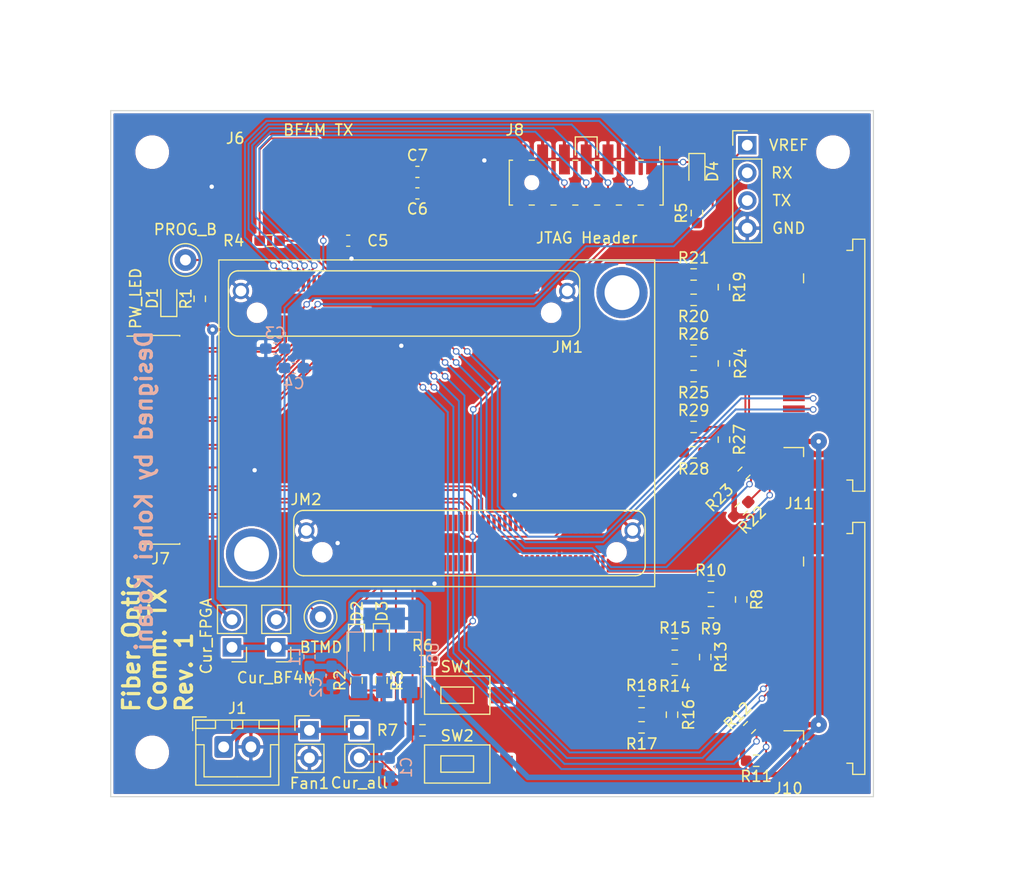
<source format=kicad_pcb>
(kicad_pcb (version 20211014) (generator pcbnew)
  (layers (0 "F.Cu" signal) (31 "B.Cu" signal) (36 "B.SilkS" user "B.Silkscreen") (37 "F.SilkS" user "F.Silkscreen") (38 "B.Mask" user) (39 "F.Mask" user) (44 "Edge.Cuts" user))
  (net 0 "")
  (net 1 "GND")
  (net 2 "Net-(C1-Pad1)")
  (net 3 "Net-(C2-Pad1)")
  (net 4 "Net-(C3-Pad1)")
  (net 5 "/FPGA module TX/AURORA_TX_P")
  (net 6 "/FPGA module TX/AURORA_TX_N")
  (net 7 "Net-(D1-Pad2)")
  (net 8 "Net-(D2-Pad2)")
  (net 9 "Net-(D3-Pad2)")
  (net 10 "Net-(D4-Pad2)")
  (net 11 "+5V")
  (net 12 "/FPGA module TX/VIN")
  (net 13 "+3V3")
  (net 14 "Net-(J6-Pad15)")
  (net 15 "Net-(J6-Pad16)")
  (net 16 "/BF4M_EN")
  (net 17 "/a15")
  (net 18 "/a12")
  (net 19 "/a13")
  (net 20 "/a14")
  (net 21 "/b15")
  (net 22 "/b12")
  (net 23 "/b13")
  (net 24 "/b14")
  (net 25 "/FPGA module TX/TDI")
  (net 26 "/FPGA module TX/TDO")
  (net 27 "/FPGA module TX/TCK")
  (net 28 "/FPGA module TX/TMS")
  (net 29 "/FPGA module TX/1.8V")
  (net 30 "/FPGA module TX/UART_TX")
  (net 31 "/FPGA module TX/UART_RX")
  (net 32 "Net-(JM1-Pad167)")
  (net 33 "Net-(JM1-Pad158)")
  (net 34 "Net-(JM1-Pad180)")
  (net 35 "Net-(JM1-Pad144)")
  (net 36 "Net-(JM1-Pad170)")
  (net 37 "Net-(JM1-Pad188)")
  (net 38 "Net-(JM1-Pad153)")
  (net 39 "Net-(JM1-Pad169)")
  (net 40 "Net-(JM1-Pad196)")
  (net 41 "Net-(JM1-Pad174)")
  (net 42 "/FPGA module TX/KEY1")
  (net 43 "Net-(JM1-Pad160)")
  (net 44 "/FPGA module TX/KEY0")
  (net 45 "Net-(JM1-Pad194)")
  (net 46 "Net-(JM1-Pad173)")
  (net 47 "Net-(JM1-Pad168)")
  (net 48 "Net-(JM1-Pad142)")
  (net 49 "Net-(JM1-Pad198)")
  (net 50 "Net-(JM1-Pad162)")
  (net 51 "Net-(JM1-Pad185)")
  (net 52 "Net-(JM1-Pad193)")
  (net 53 "Net-(JM1-Pad189)")
  (net 54 "Net-(JM1-Pad176)")
  (net 55 "Net-(JM1-Pad159)")
  (net 56 "Net-(JM1-Pad163)")
  (net 57 "Net-(JM1-Pad171)")
  (net 58 "Net-(JM1-Pad187)")
  (net 59 "/b6")
  (net 60 "Net-(JM1-Pad156)")
  (net 61 "Net-(JM1-Pad161)")
  (net 62 "Net-(JM1-Pad195)")
  (net 63 "/b9")
  (net 64 "Net-(JM1-Pad165)")
  (net 65 "Net-(JM1-Pad192)")
  (net 66 "Net-(JM1-Pad186)")
  (net 67 "/a10")
  (net 68 "/b11")
  (net 69 "/a8")
  (net 70 "/a9")
  (net 71 "Net-(JM1-Pad191)")
  (net 72 "Net-(JM1-Pad166)")
  (net 73 "/b10")
  (net 74 "/a11")
  (net 75 "Net-(JM1-Pad151)")
  (net 76 "/FPGA module TX/3.3V")
  (net 77 "Net-(JM1-Pad178)")
  (net 78 "/b7")
  (net 79 "/a7")
  (net 80 "/a6")
  (net 81 "Net-(JM1-Pad164)")
  (net 82 "Net-(JM1-Pad184)")
  (net 83 "Net-(JM1-Pad102)")
  (net 84 "Net-(JM1-Pad182)")
  (net 85 "/b8")
  (net 86 "Net-(JM1-Pad76)")
  (net 87 "Net-(JM1-Pad72)")
  (net 88 "Net-(JM1-Pad68)")
  (net 89 "Net-(JM1-Pad67)")
  (net 90 "Net-(JM1-Pad62)")
  (net 91 "Net-(JM1-Pad60)")
  (net 92 "Net-(JM1-Pad58)")
  (net 93 "Net-(JM1-Pad49)")
  (net 94 "Net-(JM1-Pad52)")
  (net 95 "Net-(JM1-Pad46)")
  (net 96 "Net-(JM1-Pad42)")
  (net 97 "Net-(JM1-Pad80)")
  (net 98 "Net-(JM1-Pad63)")
  (net 99 "Net-(JM1-Pad40)")
  (net 100 "Net-(JM1-Pad59)")
  (net 101 "Net-(JM1-Pad94)")
  (net 102 "Net-(JM1-Pad74)")
  (net 103 "Net-(JM1-Pad53)")
  (net 104 "Net-(JM1-Pad50)")
  (net 105 "Net-(JM1-Pad44)")
  (net 106 "Net-(JM1-Pad69)")
  (net 107 "Net-(JM1-Pad70)")
  (net 108 "Net-(JM1-Pad65)")
  (net 109 "Net-(JM1-Pad55)")
  (net 110 "Net-(JM1-Pad51)")
  (net 111 "Net-(JM1-Pad57)")
  (net 112 "Net-(JM1-Pad56)")
  (net 113 "Net-(JM1-Pad54)")
  (net 114 "Net-(JM1-Pad64)")
  (net 115 "Net-(JM1-Pad78)")
  (net 116 "Net-(JM1-Pad71)")
  (net 117 "Net-(JM1-Pad82)")
  (net 118 "Net-(JM1-Pad32)")
  (net 119 "Net-(JM1-Pad25)")
  (net 120 "Net-(JM1-Pad10)")
  (net 121 "Net-(JM1-Pad20)")
  (net 122 "Net-(JM1-Pad22)")
  (net 123 "Net-(JM1-Pad4)")
  (net 124 "Net-(JM1-Pad21)")
  (net 125 "Net-(JM1-Pad36)")
  (net 126 "Net-(JM1-Pad3)")
  (net 127 "Net-(JM1-Pad9)")
  (net 128 "Net-(JM1-Pad7)")
  (net 129 "Net-(JM1-Pad19)")
  (net 130 "Net-(JM1-Pad15)")
  (net 131 "Net-(JM1-Pad38)")
  (net 132 "Net-(JM1-Pad34)")
  (net 133 "Net-(JM1-Pad8)")
  (net 134 "Net-(JM1-Pad1)")
  (net 135 "Net-(JM1-Pad14)")
  (net 136 "Net-(JM1-Pad13)")
  (net 137 "Net-(JM1-Pad27)")
  (net 138 "Net-(JM1-Pad16)")
  (net 139 "Net-(JM1-Pad2)")
  (net 140 "Net-(JM1-Pad155)")
  (net 141 "Net-(JM1-Pad157)")
  (net 142 "/FPGA module TX/LED0")
  (net 143 "/FPGA module TX/LED1")
  (net 144 "Net-(JM1-Pad197)")
  (net 145 "Net-(JM1-Pad199)")
  (net 146 "Net-(JM1-Pad103)")
  (net 147 "Net-(JM1-Pad105)")
  (net 148 "Net-(JM1-Pad111)")
  (net 149 "Net-(JM1-Pad109)")
  (net 150 "Net-(JM1-Pad101)")
  (net 151 "Net-(JM1-Pad113)")
  (net 152 "Net-(JM1-Pad107)")
  (net 153 "Net-(JM1-Pad140)")
  (net 154 "Net-(D4-Pad1)")
  (net 155 "MIPI1_LANE0_N")
  (net 156 "MIPI1_LANE0_P")
  (net 157 "MIPI1_LANE1_N")
  (net 158 "MIPI1_LANE1_P")
  (net 159 "MIPI1_CLK_N")
  (net 160 "MIPI1_CLK_P")
  (net 161 "MIPI2_LANE0_N")
  (net 162 "MIPI2_LANE0_P")
  (net 163 "MIPI2_LANE1_N")
  (net 164 "MIPI2_LANE1_P")
  (net 165 "MIPI2_CLK_N")
  (net 166 "MIPI2_CLK_P")
  (net 167 "Net-(JM1-Pad200)")
  (net 168 "Net-(JM1-Pad130)")
  (net 169 "Net-(JM1-Pad134)")
  (net 170 "Net-(JM1-Pad132)")
  (net 171 "Net-(JM1-Pad138)")
  (net 172 "Net-(JM1-Pad143)")
  (net 173 "Net-(JM1-Pad145)")
  (net 174 "Net-(JM1-Pad149)")
  (net 175 "Net-(JM1-Pad147)")
  (net 176 "/DIN+")
  (net 177 "/DIN-")
  (net 178 "Net-(C5-Pad1)")
  (net 179 "/FPGA module TX/B14_L23_N")
  (net 180 "/FPGA module TX/B14_L23_P")
  (net 181 "/FPGA module TX/B14_L21_P")
  (net 182 "/FPGA module TX/B14_L21_N")
  (net 183 "/FPGA module TX/B34_L23_P")
  (net 184 "/FPGA module TX/B34_L23_N")
  (net 185 "/FPGA module TX/B34_L22_P")
  (net 186 "/FPGA module TX/B34_L22_N")
  (net 187 "/FPGA module TX/B34_L19_P")
  (net 188 "/FPGA module TX/B15_L20_P")
  (net 189 "/FPGA module TX/B15_L20_N")
  (net 190 "/FPGA module TX/B15_L22_P")
  (net 191 "/FPGA module TX/B15_L22_N")
  (net 192 "Net-(J8-Pad14)")
  (net 193 "Net-(J8-Pad12)")
  (footprint "LED_SMD:LED_0603_1608Metric_Pad1.05x0.95mm_HandSolder" (layer "F.Cu") (at 5.334 17.2425 90)
    (fp_text reference "D1")
    (fp_text value "LED Red")
  )
  (footprint "LED_SMD:LED_0603_1608Metric_Pad1.05x0.95mm_HandSolder" (layer "F.Cu") (at 53.802 5.596 -90)
    (fp_text reference "D4")
    (fp_text value "LED Green")
  )
  (footprint "Connector_JST:JST_XH_B2B-XH-A_1x02_P2.50mm_Vertical" (layer "F.Cu") (at 10.368 58.428)
    (fp_text reference "J1")
    (fp_text value "Power_Conn")
  )
  (footprint "Connector_PinHeader_2.54mm:PinHeader_1x02_P2.54mm_Vertical" (layer "F.Cu") (at 18.242 56.904)
    (fp_text reference "J2" hide)
    (fp_text value "Fan1")
  )
  (footprint "Connector_PinHeader_2.54mm:PinHeader_1x02_P2.54mm_Vertical" (layer "F.Cu") (at 22.814 56.904)
    (fp_text reference "J3" hide)
    (fp_text value "Cmeas")
  )
  (footprint "Connector_PinHeader_2.54mm:PinHeader_1x02_P2.54mm_Vertical" (layer "F.Cu") (at 11.13 49.284 180)
    (fp_text reference "J4" hide)
    (fp_text value "Cmeas")
  )
  (footprint "ProjectLib:JTAG_Header" (layer "F.Cu") (at 43.642 6.612 -90)
    (fp_text reference "J8")
    (fp_text value "JTAG Header")
  )
  (footprint "Resistor_SMD:R_0603_1608Metric_Pad0.98x0.95mm_HandSolder" (layer "F.Cu") (at 55.0866 43.7309)
    (fp_text reference "R10")
    (fp_text value "100")
  )
  (footprint "Resistor_SMD:R_0603_1608Metric_Pad0.98x0.95mm_HandSolder" (layer "F.Cu") (at 58.628 56.65 -135)
    (fp_text reference "R12")
    (fp_text value "1.5K")
  )
  (footprint "Resistor_SMD:R_0603_1608Metric_Pad0.98x0.95mm_HandSolder" (layer "F.Cu") (at 51.77 51.3471)
    (fp_text reference "R14")
    (fp_text value "100")
  )
  (footprint "Resistor_SMD:R_0603_1608Metric_Pad0.98x0.95mm_HandSolder" (layer "F.Cu") (at 51.516 55.468 -90)
    (fp_text reference "R16")
    (fp_text value "150")
  )
  (footprint "Resistor_SMD:R_0603_1608Metric_Pad0.98x0.95mm_HandSolder" (layer "F.Cu") (at 48.722 56.6331)
    (fp_text reference "R17")
    (fp_text value "100")
  )
  (footprint "Resistor_SMD:R_0603_1608Metric_Pad0.98x0.95mm_HandSolder" (layer "F.Cu") (at 48.722 54.3029)
    (fp_text reference "R18")
    (fp_text value "100")
  )
  (footprint "Resistor_SMD:R_0603_1608Metric_Pad0.98x0.95mm_HandSolder" (layer "F.Cu") (at 8.174 17.28 -90)
    (fp_text reference "R1")
    (fp_text value "1k")
  )
  (footprint "Resistor_SMD:R_0603_1608Metric_Pad0.98x0.95mm_HandSolder" (layer "F.Cu") (at 53.802 9.406 90)
    (fp_text reference "R5")
    (fp_text value "100")
  )
  (footprint "Connector_PinHeader_2.54mm:PinHeader_1x04_P2.54mm_Vertical" (layer "F.Cu") (at 58.42 3.175)
    (fp_text reference "J9" hide)
    (fp_text value "UART_FPGA")
  )
  (footprint "LED_SMD:LED_0603_1608Metric_Pad1.05x0.95mm_HandSolder" (layer "F.Cu") (at 22.56 48.839 -90)
    (fp_text reference "D2")
    (fp_text value "LED Green")
  )
  (footprint "Resistor_SMD:R_0603_1608Metric_Pad0.98x0.95mm_HandSolder" (layer "F.Cu") (at 22.56 52.332 -90)
    (fp_text reference "R2")
    (fp_text value "100")
  )
  (footprint "Resistor_SMD:R_0603_1608Metric_Pad0.98x0.95mm_HandSolder" (layer "F.Cu") (at 24.846 52.332 -90)
    (fp_text reference "R3")
    (fp_text value "100")
  )
  (footprint "LED_SMD:LED_0603_1608Metric_Pad1.05x0.95mm_HandSolder" (layer "F.Cu") (at 24.846 48.776 -90)
    (fp_text reference "D3")
    (fp_text value "LED Yellow")
  )
  (footprint "Resistor_SMD:R_0603_1608Metric_Pad0.98x0.95mm_HandSolder" (layer "F.Cu") (at 59.2395 59.698 180)
    (fp_text reference "R11")
    (fp_text value "1.5K")
  )
  (footprint "Resistor_SMD:R_0603_1608Metric_Pad0.98x0.95mm_HandSolder" (layer "F.Cu") (at 57.866 44.896 -90)
    (fp_text reference "R8")
    (fp_text value "150")
  )
  (footprint "Resistor_SMD:R_0603_1608Metric_Pad0.98x0.95mm_HandSolder" (layer "F.Cu") (at 54.564 50.182 -90)
    (fp_text reference "R13")
    (fp_text value "150")
  )
  (footprint "Resistor_SMD:R_0603_1608Metric_Pad0.98x0.95mm_HandSolder" (layer "F.Cu") (at 55.0866 46.0611)
    (fp_text reference "R9")
    (fp_text value "100")
  )
  (footprint "Resistor_SMD:R_0603_1608Metric_Pad0.98x0.95mm_HandSolder" (layer "F.Cu") (at 51.77 49.0169)
    (fp_text reference "R15")
    (fp_text value "100")
  )
  (footprint "Capacitor_SMD:C_0603_1608Metric_Pad1.08x0.95mm_HandSolder" (layer "F.Cu") (at 28.148 7.596999 180)
    (fp_text reference "C6")
    (fp_text value "0.1uF")
  )
  (footprint "Capacitor_SMD:C_0603_1608Metric_Pad1.08x0.95mm_HandSolder" (layer "F.Cu") (at 28.148 5.626999 180)
    (fp_text reference "C7")
    (fp_text value "0.1uF")
  )
  (footprint "Capacitor_SMD:C_0603_1608Metric_Pad1.08x0.95mm_HandSolder" (layer "F.Cu") (at 21.798 11.946)
    (fp_text reference "C5")
    (fp_text value "0.01uF")
  )
  (footprint "ProjectLib:BF4TX14DS05V" (layer "F.Cu") (at 19.004 6.612 180)
    (fp_text reference "J6")
    (fp_text value "BF4-TX-14DS-0.5V" hide)
  )
  (footprint "Resistor_SMD:R_0603_1608Metric_Pad0.98x0.95mm_HandSolder" (layer "F.Cu") (at 56.2794 16.2109 -90)
    (fp_text reference "R19")
    (fp_text value "150")
  )
  (footprint "Resistor_SMD:R_0603_1608Metric_Pad0.98x0.95mm_HandSolder" (layer "F.Cu") (at 53.5 15.0458)
    (fp_text reference "R21")
    (fp_text value "100")
  )
  (footprint "Resistor_SMD:R_0603_1608Metric_Pad0.98x0.95mm_HandSolder" (layer "F.Cu") (at 53.5 17.376)
    (fp_text reference "R20")
    (fp_text value "100")
  )
  (footprint "Connector_FFC-FPC:TE_1-84953-5_1x15-1MP_P1.0mm_Horizontal" (layer "F.Cu") (at 64.5 23.376 90)
    (fp_text reference "J11")
    (fp_text value "FFC connector")
  )
  (footprint "Resistor_SMD:R_0603_1608Metric_Pad0.98x0.95mm_HandSolder" (layer "F.Cu") (at 56.2794 30.2109 -90)
    (fp_text reference "R27")
    (fp_text value "150")
  )
  (footprint "Resistor_SMD:R_0603_1608Metric_Pad0.98x0.95mm_HandSolder" (layer "F.Cu") (at 53.5 29.0458)
    (fp_text reference "R29")
    (fp_text value "100")
  )
  (footprint "Resistor_SMD:R_0603_1608Metric_Pad0.98x0.95mm_HandSolder" (layer "F.Cu") (at 53.5 31.376)
    (fp_text reference "R28")
    (fp_text value "100")
  )
  (footprint "Resistor_SMD:R_0603_1608Metric_Pad0.98x0.95mm_HandSolder" (layer "F.Cu") (at 56.2794 23.2109 -90)
    (fp_text reference "R24")
    (fp_text value "150")
  )
  (footprint "Resistor_SMD:R_0603_1608Metric_Pad0.98x0.95mm_HandSolder" (layer "F.Cu") (at 53.5 22.0458)
    (fp_text reference "R26")
    (fp_text value "100")
  )
  (footprint "Resistor_SMD:R_0603_1608Metric_Pad0.98x0.95mm_HandSolder" (layer "F.Cu") (at 53.5 24.376)
    (fp_text reference "R25")
    (fp_text value "100")
  )
  (footprint "Connector_FFC-FPC:TE_1-84953-5_1x15-1MP_P1.0mm_Horizontal" (layer "F.Cu") (at 64.5 49.38 90)
    (fp_text reference "J10")
    (fp_text value "FFC connector")
  )
  (footprint "Connector_PinHeader_1.27mm:PinHeader_2x15_P1.27mm_Vertical_SMD" (layer "F.Cu") (at 4.572 30.226)
    (fp_text reference "J7")
    (fp_text value "Conn_02x15_Odd_Even")
  )
  (footprint "TestPoint:TestPoint_Loop_D2.50mm_Drill1.0mm" (layer "F.Cu") (at 19.258 46.49)
    (fp_text reference "TP2" hide)
    (fp_text value "BOOTMODE" hide)
  )
  (footprint "Resistor_SMD:R_0603_1608Metric_Pad0.98x0.95mm_HandSolder" (layer "F.Cu") (at 14.5825 11.946)
    (fp_text reference "R4")
    (fp_text value "4.7k")
  )
  (footprint "Resistor_SMD:R_0603_1608Metric_Pad0.98x0.95mm_HandSolder" (layer "F.Cu") (at 57.866 36.584 -135)
    (fp_text reference "R22")
    (fp_text value "1.5K")
  )
  (footprint "Resistor_SMD:R_0603_1608Metric_Pad0.98x0.95mm_HandSolder" (layer "F.Cu") (at 58.12 33.282 -135)
    (fp_text reference "R23")
    (fp_text value "1.5K")
  )
  (footprint "Resistor_SMD:R_0603_1608Metric_Pad0.98x0.95mm_HandSolder" (layer "F.Cu") (at 28.6145 50.554)
    (fp_text reference "R6")
    (fp_text value "10k")
  )
  (footprint "Resistor_SMD:R_0603_1608Metric_Pad0.98x0.95mm_HandSolder" (layer "F.Cu") (at 28.6145 56.904)
    (fp_text reference "R7")
    (fp_text value "10k")
  )
  (footprint "ProjectLib:SW_SPST_PTS636" (layer "F.Cu") (at 31.802 59.998)
    (fp_text reference "SW2")
    (fp_text value "KEY1")
  )
  (footprint "ProjectLib:SW_SPST_PTS636" (layer "F.Cu") (at 31.802 53.678)
    (fp_text reference "SW1")
    (fp_text value "KEY0")
  )
  (footprint "TestPoint:TestPoint_Loop_D2.50mm_Drill1.0mm" (layer "F.Cu") (at 6.858 13.716)
    (fp_text reference "TP1" hide)
    (fp_text value "PROG_B")
  )
  (footprint "ProjectLib:FPGA_module_B2B" (layer "F.Cu") (at 29.926 28.71)
    (fp_text reference "JM1" hide)
    (fp_text value "FPGA_module_B2B")
  )
  (footprint "Connector_PinHeader_2.54mm:PinHeader_1x02_P2.54mm_Vertical" (layer "F.Cu") (at 15.194 49.284 180)
    (fp_text reference "J5" hide)
    (fp_text value "Cmeas")
  )
  (footprint "MountingHole:MountingHole_2.7mm_M2.5" (layer "F.Cu") (at 66.294 3.81)
    (fp_text reference "REF**" hide)
    (fp_text value "MountingHole_2.7mm_M2.5" hide)
  )
  (footprint "MountingHole:MountingHole_2.7mm_M2.5" (layer "F.Cu") (at 3.81 3.81)
    (fp_text reference "REF**" hide)
    (fp_text value "MountingHole_2.7mm_M2.5" hide)
  )
  (footprint "MountingHole:MountingHole_2.7mm_M2.5" (layer "F.Cu") (at 3.81 58.928)
    (fp_text reference "REF**" hide)
    (fp_text value "MountingHole_2.7mm_M2.5" hide)
  )
  (footprint "Capacitor_SMD:C_0603_1608Metric_Pad1.08x0.95mm_HandSolder" (layer "B.Cu") (at 20.274 51.8965 -90)
    (fp_text reference "C2")
    (fp_text value "1uF")
  )
  (footprint "Capacitor_SMD:C_0603_1608Metric_Pad1.08x0.95mm_HandSolder" (layer "B.Cu") (at 25.608 60.3065 -90)
    (fp_text reference "C1")
    (fp_text value "1uF")
  )
  (footprint "Package_TO_SOT_SMD:SOT-223-3_TabPin2" (layer "B.Cu") (at 25.1 49.792 90)
    (fp_text reference "U8")
    (fp_text value "TC1262-3.3V")
  )
  (footprint "Inductor_SMD:L_0603_1608Metric_Pad1.05x0.95mm_HandSolder" (layer "B.Cu") (at 18.242 50.159 90)
    (fp_text reference "L1")
    (fp_text value "1uH")
  )
  (footprint "Capacitor_SMD:C_0603_1608Metric_Pad1.08x0.95mm_HandSolder" (layer "B.Cu") (at 15.0935 21.852 180)
    (fp_text reference "C3")
    (fp_text value "0.1uF")
  )
  (footprint "Capacitor_SMD:C_0603_1608Metric_Pad1.08x0.95mm_HandSolder" (layer "B.Cu") (at 16.8185 23.63)
    (fp_text reference "C4")
    (fp_text value "4.7uF")
  )
  (gr_line (start 0 63) (end 0 0) (layer "Edge.Cuts") (width 0.1))
  (gr_line (start 0 0) (end 70 0) (layer "Edge.Cuts") (width 0.1))
  (gr_line (start 70 63) (end 70 0) (layer "Edge.Cuts") (width 0.1))
  (gr_line (start 0 63) (end 70 63) (layer "Edge.Cuts") (width 0.1))
  (gr_text "Designed by Kohei Kotani" (at 3.048 34.925 90) (layer "B.SilkS") (effects (font (size 1.5 1.5) (thickness 0.3)) (justify mirror)))
  (gr_text "Fiber Optic\nComm. TX\nRev. 1" (at 4.318 55.372 90) (layer "F.SilkS") (effects (font (size 1.5 1.5) (thickness 0.3)) (justify left)))
  (via (at 22.098 13.589) (size 0.6) (drill 0.4) (layers "F.Cu" "B.Cu") (net 1))
  (via (at 13.208 33.02) (size 0.6) (drill 0.4) (layers "F.Cu" "B.Cu") (net 1))
  (via (at 37.084 35.306) (size 0.6) (drill 0.4) (layers "F.Cu" "B.Cu") (net 1))
  (via (at 34.29 4.572) (size 0.6) (drill 0.4) (layers "F.Cu" "B.Cu") (net 1))
  (via (at 26.67 21.59) (size 0.6) (drill 0.4) (layers "F.Cu" "B.Cu") (net 1))
  (via (at 29.718 43.434) (size 0.6) (drill 0.4) (layers "F.Cu" "B.Cu") (net 1))
  (via (at 20.828 39.709999) (size 0.6) (drill 0.4) (layers "F.Cu" "B.Cu") (net 1))
  (via (at 9.271 6.985) (size 0.6) (drill 0.4) (layers "F.Cu" "B.Cu") (net 1))
  (segment (start 22.814 59.444) (end 25.608 59.444) (width 0.5) (layer "B.Cu") (net 2))
  (segment (start 27.4 57.652) (end 27.4 52.942) (width 0.5) (layer "B.Cu") (net 2))
  (segment (start 25.608 59.444) (end 27.4 57.652) (width 0.5) (layer "B.Cu") (net 2))
  (segment (start 20.274 51.034) (end 20.892 51.034) (width 0.5) (layer "B.Cu") (net 3))
  (segment (start 20.892 51.034) (end 22.8 52.942) (width 0.5) (layer "B.Cu") (net 3))
  (segment (start 20.274 51.034) (end 18.242 51.034) (width 0.5) (layer "B.Cu") (net 3))
  (segment (start 19.512 11.946) (end 19.512 9.22) (width 0.1778) (layer "F.Cu") (net 4))
  (segment (start 19.512 9.22) (end 19.504 9.212) (width 0.1778) (layer "F.Cu") (net 4))
  (via (at 19.512 11.946) (size 0.6) (drill 0.4) (layers "F.Cu" "B.Cu") (net 4))
  (segment (start 15.956 18.098781) (end 19.512 14.542781) (width 0.1778) (layer "B.Cu") (net 4))
  (segment (start 15.956 45.982) (end 15.956 18.098781) (width 0.1778) (layer "B.Cu") (net 4))
  (segment (start 15.194 46.744) (end 15.956 45.982) (width 0.1778) (layer "B.Cu") (net 4))
  (segment (start 19.512 14.542781) (end 19.512 11.946) (width 0.1778) (layer "B.Cu") (net 4))
  (segment (start 32.7571 14.653899) (end 32.676 14.734999) (width 0.1778) (layer "F.Cu") (net 5))
  (segment (start 31.249569 7.104431) (end 31.289247 7.154186) (width 0.1778) (layer "F.Cu") (net 5))
  (segment (start 31.168116 7.739123) (end 31.182277 7.801167) (width 0.1778) (layer "F.Cu") (net 5))
  (segment (start 31.321673 7.970288) (end 31.379011 7.997901) (width 0.1778) (layer "F.Cu") (net 5))
  (segment (start 31.20989 7.858505) (end 31.249569 7.908261) (width 0.1778) (layer "F.Cu") (net 5))
  (segment (start 31.31686 7.399252) (end 31.289247 7.45659) (width 0.1778) (layer "F.Cu") (net 5))
  (segment (start 31.780926 7.863317) (end 31.84297 7.849156) (width 0.1778) (layer "F.Cu") (net 5))
  (segment (start 31.331021 7.337208) (end 31.31686 7.399252) (width 0.1778) (layer "F.Cu") (net 5))
  (segment (start 31.566739 7.997901) (end 31.624077 7.970288) (width 0.1778) (layer "F.Cu") (net 5))
  (segment (start 32.7571 8.611962) (end 32.7571 14.653899) (width 0.1778) (layer "F.Cu") (net 5))
  (segment (start 31.289247 7.154186) (end 31.31686 7.211524) (width 0.1778) (layer "F.Cu") (net 5))
  (segment (start 31.289247 7.45659) (end 31.20989 7.556101) (width 0.1778) (layer "F.Cu") (net 5))
  (segment (start 32.676 14.734999) (end 32.676 15.86) (width 0.1778) (layer "F.Cu") (net 5))
  (segment (start 31.249569 7.908261) (end 31.271917 7.930609) (width 0.1778) (layer "F.Cu") (net 5))
  (segment (start 29.8266 6.780899) (end 30.926037 6.780899) (width 0.1778) (layer "F.Cu") (net 5))
  (segment (start 30.926037 6.780899) (end 31.249569 7.104431) (width 0.1778) (layer "F.Cu") (net 5))
  (segment (start 31.723588 7.89093) (end 31.780926 7.863317) (width 0.1778) (layer "F.Cu") (net 5))
  (segment (start 31.168116 7.675483) (end 31.168116 7.739123) (width 0.1778) (layer "F.Cu") (net 5))
  (segment (start 32.133452 7.988314) (end 32.7571 8.611962) (width 0.1778) (layer "F.Cu") (net 5))
  (segment (start 31.90661 7.849156) (end 31.968654 7.863317) (width 0.1778) (layer "F.Cu") (net 5))
  (segment (start 31.31686 7.211524) (end 31.331021 7.273568) (width 0.1778) (layer "F.Cu") (net 5))
  (segment (start 31.84297 7.849156) (end 31.90661 7.849156) (width 0.1778) (layer "F.Cu") (net 5))
  (segment (start 32.075748 7.930609) (end 32.133452 7.988314) (width 0.1778) (layer "F.Cu") (net 5))
  (segment (start 31.182277 7.613439) (end 31.168116 7.675483) (width 0.1778) (layer "F.Cu") (net 5))
  (segment (start 31.379011 7.997901) (end 31.441055 8.012062) (width 0.1778) (layer "F.Cu") (net 5))
  (segment (start 31.182277 7.801167) (end 31.20989 7.858505) (width 0.1778) (layer "F.Cu") (net 5))
  (segment (start 29.0105 7.596999) (end 29.8266 6.780899) (width 0.1778) (layer "F.Cu") (net 5))
  (segment (start 31.20989 7.556101) (end 31.182277 7.613439) (width 0.1778) (layer "F.Cu") (net 5))
  (segment (start 31.968654 7.863317) (end 32.025992 7.89093) (width 0.1778) (layer "F.Cu") (net 5))
  (segment (start 31.624077 7.970288) (end 31.723588 7.89093) (width 0.1778) (layer "F.Cu") (net 5))
  (segment (start 31.331021 7.273568) (end 31.331021 7.337208) (width 0.1778) (layer "F.Cu") (net 5))
  (segment (start 31.504695 8.012062) (end 31.566739 7.997901) (width 0.1778) (layer "F.Cu") (net 5))
  (segment (start 31.271917 7.930609) (end 31.321673 7.970288) (width 0.1778) (layer "F.Cu") (net 5))
  (segment (start 31.441055 8.012062) (end 31.504695 8.012062) (width 0.1778) (layer "F.Cu") (net 5))
  (segment (start 32.025992 7.89093) (end 32.075748 7.930609) (width 0.1778) (layer "F.Cu") (net 5))
  (segment (start 33.176 15.86) (end 33.176 14.734999) (width 0.1778) (layer "F.Cu") (net 6))
  (segment (start 29.8266 6.443099) (end 29.0105 5.626999) (width 0.1778) (layer "F.Cu") (net 6))
  (segment (start 31.065961 6.443099) (end 29.8266 6.443099) (width 0.1778) (layer "F.Cu") (net 6))
  (segment (start 33.0949 14.653899) (end 33.0949 8.472038) (width 0.1778) (layer "F.Cu") (net 6))
  (segment (start 33.176 14.734999) (end 33.0949 14.653899) (width 0.1778) (layer "F.Cu") (net 6))
  (segment (start 33.0949 8.472038) (end 31.065961 6.443099) (width 0.1778) (layer "F.Cu") (net 6))
  (segment (start 8.174 16.3675) (end 5.334 16.3675) (width 0.1778) (layer "F.Cu") (net 7))
  (segment (start 22.56 49.714) (end 22.56 51.4195) (width 0.1778) (layer "F.Cu") (net 8))
  (segment (start 24.846 49.651) (end 24.846 51.4195) (width 0.1778) (layer "F.Cu") (net 9))
  (segment (start 53.802 6.471) (end 53.802 8.4935) (width 0.1778) (layer "F.Cu") (net 10))
  (segment (start 10.368 58.428) (end 11.892 56.904) (width 0.5) (layer "B.Cu") (net 11))
  (segment (start 11.892 56.904) (end 22.814 56.904) (width 0.5) (layer "B.Cu") (net 11))
  (segment (start 14.676 19.56) (end 14.123986 20.112014) (width 0.3) (layer "F.Cu") (net 12))
  (segment (start 8.174 18.1925) (end 8.174 18.934014) (width 0.3) (layer "F.Cu") (net 12))
  (segment (start 15.176 19.56) (end 14.676 19.56) (width 0.3) (layer "F.Cu") (net 12))
  (segment (start 14.123986 20.112014) (end 9.352 20.112014) (width 0.3) (layer "F.Cu") (net 12))
  (segment (start 8.174 18.934014) (end 9.352 20.112014) (width 0.3) (layer "F.Cu") (net 12))
  (via (at 9.352 20.112014) (size 1) (drill 0.4) (layers "F.Cu" "B.Cu") (net 12))
  (segment (start 11.13 46.744) (end 9.352 44.966) (width 0.3) (layer "B.Cu") (net 12))
  (segment (start 9.352 44.966) (end 9.352 20.112014) (width 0.3) (layer "B.Cu") (net 12))
  (segment (start 57.982765 57.295235) (end 57.982765 59.353765) (width 0.5) (layer "F.Cu") (net 13))
  (segment (start 57.220765 37.229235) (end 57.220765 34.181235) (width 0.5) (layer "F.Cu") (net 13))
  (segment (start 62.7 34.446765) (end 62.7 30.376) (width 0.5) (layer "F.Cu") (net 13))
  (segment (start 61.262002 60.968) (end 62.7 59.530002) (width 0.5) (layer "F.Cu") (net 13))
  (segment (start 62.7 56.38) (end 64.962 56.38) (width 0.5) (layer "F.Cu") (net 13))
  (segment (start 59.597 60.968) (end 61.262002 60.968) (width 0.5) (layer "F.Cu") (net 13))
  (segment (start 62.7 59.530002) (end 62.7 56.38) (width 0.5) (layer "F.Cu") (net 13))
  (segment (start 59.597 60.968) (end 57.982765 59.353765) (width 0.5) (layer "F.Cu") (net 13))
  (segment (start 64.978 30.376) (end 62.7 30.376) (width 0.5) (layer "F.Cu") (net 13))
  (segment (start 57.220765 37.229235) (end 59.91753 37.229235) (width 0.5) (layer "F.Cu") (net 13))
  (segment (start 59.91753 37.229235) (end 62.7 34.446765) (width 0.5) (layer "F.Cu") (net 13))
  (segment (start 57.220765 34.181235) (end 57.474765 33.927235) (width 0.5) (layer "F.Cu") (net 13))
  (segment (start 64.962 56.38) (end 64.978 56.396) (width 0.5) (layer "F.Cu") (net 13))
  (via (at 64.978 30.376) (size 1.5) (drill 0.4) (layers "F.Cu" "B.Cu") (net 13))
  (via (at 64.978 56.396) (size 1.5) (drill 0.4) (layers "F.Cu" "B.Cu") (net 13))
  (segment (start 29.164 45.22) (end 29.164 52.078) (width 0.5) (layer "B.Cu") (net 13))
  (segment (start 22.814 44.458) (end 28.402 44.458) (width 0.5) (layer "B.Cu") (net 13))
  (segment (start 60.152 61.222) (end 38.308 61.222) (width 0.5) (layer "B.Cu") (net 13))
  (segment (start 15.194 49.284) (end 18.242 49.284) (width 0.5) (layer "B.Cu") (net 13))
  (segment (start 18.242 49.284) (end 19.766 49.284) (width 0.5) (layer "B.Cu") (net 13))
  (segment (start 19.766 49.284) (end 22.052 46.998) (width 0.5) (layer "B.Cu") (net 13))
  (segment (start 28.402 44.458) (end 29.164 45.22) (width 0.5) (layer "B.Cu") (net 13))
  (segment (start 64.978 56.396) (end 64.978 30.376) (width 0.5) (layer "B.Cu") (net 13))
  (segment (start 29.164 52.078) (end 38.308 61.222) (width 0.5) (layer "B.Cu") (net 13))
  (segment (start 11.13 49.284) (end 15.194 49.284) (width 0.5) (layer "B.Cu") (net 13))
  (segment (start 22.052 45.22) (end 22.814 44.458) (width 0.5) (layer "B.Cu") (net 13))
  (segment (start 22.052 46.998) (end 22.052 45.22) (width 0.5) (layer "B.Cu") (net 13))
  (segment (start 64.978 56.396) (end 60.152 61.222) (width 0.5) (layer "B.Cu") (net 13))
  (segment (start 14.686 2.548) (end 13.67 3.564) (width 0.1778) (layer "F.Cu") (net 16))
  (segment (start 13.67 3.564) (end 13.67 11.946) (width 0.1778) (layer "F.Cu") (net 16))
  (segment (start 19.504 4.012) (end 19.504 3.064) (width 0.1778) (layer "F.Cu") (net 16))
  (segment (start 18.988 2.548) (end 14.686 2.548) (width 0.1778) (layer "F.Cu") (net 16))
  (segment (start 19.504 3.064) (end 18.988 2.548) (width 0.1778) (layer "F.Cu") (net 16))
  (segment (start 29.676 19.56) (end 29.676 23.38) (width 0.1778) (layer "F.Cu") (net 17))
  (segment (start 29.676 23.38) (end 30.688 24.392) (width 0.1778) (layer "F.Cu") (net 17))
  (segment (start 60.612 52.38) (end 59.898 53.094) (width 0.1778) (layer "F.Cu") (net 17))
  (segment (start 62.7 52.38) (end 60.612 52.38) (width 0.1778) (layer "F.Cu") (net 17))
  (via (at 59.898 53.094) (size 0.6) (drill 0.4) (layers "F.Cu" "B.Cu") (net 17))
  (via (at 30.688 24.392) (size 0.6) (drill 0.4) (layers "F.Cu" "B.Cu") (net 17))
  (segment (start 30.688 24.392) (end 32.466 26.17) (width 0.1778) (layer "B.Cu") (net 17))
  (segment (start 32.466 49.284) (end 42.118 58.936) (width 0.1778) (layer "B.Cu") (net 17))
  (segment (start 32.466 26.17) (end 32.466 49.284) (width 0.1778) (layer "B.Cu") (net 17))
  (segment (start 54.056 58.936) (end 59.898 53.094) (width 0.1778) (layer "B.Cu") (net 17))
  (segment (start 42.118 58.936) (end 54.056 58.936) (width 0.1778) (layer "B.Cu") (net 17))
  (segment (start 60.377514 53.38) (end 62.7 53.38) (width 0.1778) (layer "F.Cu") (net 18))
  (segment (start 59.772757 53.984757) (end 60.377514 53.38) (width 0.1778) (layer "F.Cu") (net 18))
  (segment (start 29.176 23.896) (end 29.672 24.392) (width 0.1778) (layer "F.Cu") (net 18))
  (segment (start 29.176 19.56) (end 29.176 23.896) (width 0.1778) (layer "F.Cu") (net 18))
  (via (at 29.672 24.392) (size 0.6) (drill 0.4) (layers "F.Cu" "B.Cu") (net 18))
  (via (at 59.772757 53.984757) (size 0.6) (drill 0.4) (layers "F.Cu" "B.Cu") (net 18))
  (segment (start 31.958 49.538) (end 41.864 59.444) (width 0.1778) (layer "B.Cu") (net 18))
  (segment (start 31.958 26.678) (end 31.958 49.538) (width 0.1778) (layer "B.Cu") (net 18))
  (segment (start 41.864 59.444) (end 54.313514 59.444) (width 0.1778) (layer "B.Cu") (net 18))
  (segment (start 29.672 24.392) (end 31.958 26.678) (width 0.1778) (layer "B.Cu") (net 18))
  (segment (start 54.313514 59.444) (end 59.772757 53.984757) (width 0.1778) (layer "B.Cu") (net 18))
  (segment (start 28.676 24.412) (end 28.676 19.56) (width 0.1778) (layer "F.Cu") (net 19))
  (segment (start 60.898 54.38) (end 62.7 54.38) (width 0.1778) (layer "F.Cu") (net 19))
  (segment (start 59.273235 56.004765) (end 59.273235 57.92) (width 0.1778) (layer "F.Cu") (net 19))
  (segment (start 29.672 25.408) (end 28.676 24.412) (width 0.1778) (layer "F.Cu") (net 19))
  (segment (start 59.273235 56.004765) (end 60.898 54.38) (width 0.1778) (layer "F.Cu") (net 19))
  (via (at 29.672 25.408) (size 0.6) (drill 0.4) (layers "F.Cu" "B.Cu") (net 19))
  (via (at 59.273235 57.92) (size 0.6) (drill 0.4) (layers "F.Cu" "B.Cu") (net 19))
  (segment (start 31.45 27.186) (end 31.45 49.792) (width 0.1778) (layer "B.Cu") (net 19))
  (segment (start 31.45 49.792) (end 41.6433 59.9853) (width 0.1778) (layer "B.Cu") (net 19))
  (segment (start 29.672 25.408) (end 31.45 27.186) (width 0.1778) (layer "B.Cu") (net 19))
  (segment (start 57.207935 59.9853) (end 59.273235 57.92) (width 0.1778) (layer "B.Cu") (net 19))
  (segment (start 41.6433 59.9853) (end 57.207935 59.9853) (width 0.1778) (layer "B.Cu") (net 19))
  (segment (start 62.7 55.38) (end 61.422 55.38) (width 0.1778) (layer "F.Cu") (net 20))
  (segment (start 28.656 25.408) (end 28.176 24.928) (width 0.1778) (layer "F.Cu") (net 20))
  (segment (start 28.176 24.928) (end 28.176 19.56) (width 0.1778) (layer "F.Cu") (net 20))
  (segment (start 60.152 56.65) (end 60.152 59.698) (width 0.1778) (layer "F.Cu") (net 20))
  (segment (start 61.422 55.38) (end 60.152 56.65) (width 0.1778) (layer "F.Cu") (net 20))
  (via (at 60.152 58.428) (size 0.6) (drill 0.4) (layers "F.Cu" "B.Cu") (net 20))
  (via (at 28.656 25.408) (size 0.6) (drill 0.4) (layers "F.Cu" "B.Cu") (net 20))
  (segment (start 41.356 60.46) (end 30.942 50.046) (width 0.1778) (layer "B.Cu") (net 20))
  (segment (start 28.656 25.408) (end 30.942 27.694) (width 0.1778) (layer "B.Cu") (net 20))
  (segment (start 58.12 60.46) (end 41.356 60.46) (width 0.1778) (layer "B.Cu") (net 20))
  (segment (start 30.942 50.046) (end 30.942 27.694) (width 0.1778) (layer "B.Cu") (net 20))
  (segment (start 60.152 58.428) (end 58.12 60.46) (width 0.1778) (layer "B.Cu") (net 20))
  (segment (start 31.676 21.062) (end 31.676 19.56) (width 0.1778) (layer "F.Cu") (net 21))
  (segment (start 32.72 22.106) (end 31.676 21.062) (width 0.1778) (layer "F.Cu") (net 21))
  (segment (start 62.7 26.376) (end 64.422 26.376) (width 0.1778) (layer "F.Cu") (net 21))
  (segment (start 64.422 26.376) (end 64.47 26.424) (width 0.1778) (layer "F.Cu") (net 21))
  (via (at 64.47 26.424) (size 0.6) (drill 0.4) (layers "F.Cu" "B.Cu") (net 21))
  (via (at 32.72 22.106) (size 0.6) (drill 0.4) (layers "F.Cu" "B.Cu") (net 21))
  (segment (start 45.166 39.124) (end 38.308 39.124) (width 0.1778) (layer "B.Cu") (net 21))
  (segment (start 35.514 36.33) (end 35.514 24.9) (width 0.1778) (layer "B.Cu") (net 21))
  (segment (start 35.514 24.9) (end 32.72 22.106) (width 0.1778) (layer "B.Cu") (net 21))
  (segment (start 57.866 26.424) (end 45.166 39.124) (width 0.1778) (layer "B.Cu") (net 21))
  (segment (start 64.47 26.424) (end 57.866 26.424) (width 0.1778) (layer "B.Cu") (net 21))
  (segment (start 38.308 39.124) (end 35.514 36.33) (width 0.1778) (layer "B.Cu") (net 21))
  (segment (start 62.7 27.376) (end 64.406 27.376) (width 0.1778) (layer "F.Cu") (net 22))
  (segment (start 31.176 21.578) (end 31.176 19.56) (width 0.1778) (layer "F.Cu") (net 22))
  (segment (start 31.704 22.106) (end 31.176 21.578) (width 0.1778) (layer "F.Cu") (net 22))
  (segment (start 64.406 27.376) (end 64.47 27.44) (width 0.1778) (layer "F.Cu") (net 22))
  (via (at 64.47 27.44) (size 0.6) (drill 0.4) (layers "F.Cu" "B.Cu") (net 22))
  (via (at 31.704 22.106) (size 0.6) (drill 0.4) (layers "F.Cu" "B.Cu") (net 22))
  (segment (start 35.006 25.408) (end 31.704 22.106) (width 0.1778) (layer "B.Cu") (net 22))
  (segment (start 35.006 36.563493) (end 35.006 25.408) (width 0.1778) (layer "B.Cu") (net 22))
  (segment (start 64.47 27.44) (end 57.358 27.44) (width 0.1778) (layer "B.Cu") (net 22))
  (segment (start 38.074507 39.632) (end 35.006 36.563493) (width 0.1778) (layer "B.Cu") (net 22))
  (segment (start 57.358 27.44) (end 45.166 39.632) (width 0.1778) (layer "B.Cu") (net 22))
  (segment (start 45.166 39.632) (end 38.074507 39.632) (width 0.1778) (layer "B.Cu") (net 22))
  (segment (start 31.704 23.122) (end 30.676 22.094) (width 0.1778) (layer "F.Cu") (net 23))
  (segment (start 62.7 28.376) (end 61.5222 28.376) (width 0.1778) (layer "F.Cu") (net 23))
  (segment (start 60.152 29.7462) (end 60.152 31.25) (width 0.1778) (layer "F.Cu") (net 23))
  (segment (start 60.152 31.25) (end 58.765235 32.636765) (width 0.1778) (layer "F.Cu") (net 23))
  (segment (start 61.5222 28.376) (end 60.152 29.7462) (width 0.1778) (layer "F.Cu") (net 23))
  (segment (start 58.765235 34.160765) (end 58.628 34.298) (width 0.1778) (layer "F.Cu") (net 23))
  (segment (start 58.765235 32.636765) (end 58.765235 34.160765) (width 0.1778) (layer "F.Cu") (net 23))
  (segment (start 30.676 22.094) (end 30.676 19.56) (width 0.1778) (layer "F.Cu") (net 23))
  (via (at 58.628 34.298) (size 0.6) (drill 0.4) (layers "F.Cu" "B.Cu") (net 23))
  (via (at 31.704 23.122) (size 0.6) (drill 0.4) (layers "F.Cu" "B.Cu") (net 23))
  (segment (start 58.628 34.298) (end 51.008 41.918) (width 0.1778) (layer "B.Cu") (net 23))
  (segment (start 34.498 25.916) (end 31.704 23.122) (width 0.1778) (layer "B.Cu") (net 23))
  (segment (start 45.928 41.918) (end 44.185196 40.175196) (width 0.1778) (layer "B.Cu") (net 23))
  (segment (start 51.008 41.918) (end 45.928 41.918) (width 0.1778) (layer "B.Cu") (net 23))
  (segment (start 34.498 36.690493) (end 34.498 25.916) (width 0.1778) (layer "B.Cu") (net 23))
  (segment (start 44.185196 40.175196) (end 37.982703 40.175196) (width 0.1778) (layer "B.Cu") (net 23))
  (segment (start 37.982703 40.175196) (end 34.498 36.690493) (width 0.1778) (layer "B.Cu") (net 23))
  (segment (start 30.176 22.61) (end 30.176 19.56) (width 0.1778) (layer "F.Cu") (net 24))
  (segment (start 58.511235 35.938765) (end 60.48221 33.96779) (width 0.1778) (layer "F.Cu") (net 24))
  (segment (start 60.48221 30.768768) (end 61.874978 29.376) (width 0.1778) (layer "F.Cu") (net 24))
  (segment (start 60.48221 30.768768) (end 60.48221 35.314) (width 0.1778) (layer "F.Cu") (net 24))
  (segment (start 30.688 23.122) (end 30.176 22.61) (width 0.1778) (layer "F.Cu") (net 24))
  (segment (start 61.874978 29.376) (end 62.7 29.376) (width 0.1778) (layer "F.Cu") (net 24))
  (via (at 60.48221 35.314) (size 0.6) (drill 0.4) (layers "F.Cu" "B.Cu") (net 24))
  (via (at 30.688 23.122) (size 0.6) (drill 0.4) (layers "F.Cu" "B.Cu") (net 24))
  (segment (start 60.48221 35.314) (end 53.586105 42.210105) (width 0.1778) (layer "B.Cu") (net 24))
  (segment (start 44.191014 40.648) (end 45.791223 42.24821) (width 0.1778) (layer "B.Cu") (net 24))
  (segment (start 37.8 40.648) (end 33.99 36.838) (width 0.1778) (layer "B.Cu") (net 24))
  (segment (start 45.791223 42.24821) (end 53.548 42.24821) (width 0.1778) (layer "B.Cu") (net 24))
  (segment (start 33.99 36.838) (end 33.99 26.424) (width 0.1778) (layer "B.Cu") (net 24))
  (segment (start 33.99 26.424) (end 30.688 23.122) (width 0.1778) (layer "B.Cu") (net 24))
  (segment (start 53.548 42.24821) (end 53.586105 42.210105) (width 0.1778) (layer "B.Cu") (net 24))
  (segment (start 37.8 40.648) (end 44.191014 40.648) (width 0.1778) (layer "B.Cu") (net 24))
  (segment (start 18.684 14.4242) (end 18.684 14.232) (width 0.1778) (layer "F.Cu") (net 25))
  (segment (start 41.642 6.612) (end 41.642 8.742) (width 0.1778) (layer "F.Cu") (net 25))
  (segment (start 18.176 14.9322) (end 18.684 14.4242) (width 0.1778) (layer "F.Cu") (net 25))
  (segment (start 18.176 15.86) (end 18.176 14.9322) (width 0.1778) (layer "F.Cu") (net 25))
  (via (at 41.642 6.612) (size 0.6) (drill 0.4) (layers "F.Cu" "B.Cu") (net 25))
  (via (at 18.684 14.232) (size 0.6) (drill 0.4) (layers "F.Cu" "B.Cu") (net 25))
  (segment (start 13.644633 3.466331) (end 13.644633 9.192633) (width 0.1778) (layer "B.Cu") (net 25))
  (segment (start 13.644633 9.192633) (end 18.684 14.232) (width 0.1778) (layer "B.Cu") (net 25))
  (segment (start 37.298633 2.268633) (end 14.842331 2.268633) (width 0.1778) (layer "B.Cu") (net 25))
  (segment (start 41.642 6.612) (end 37.298633 2.268633) (width 0.1778) (layer "B.Cu") (net 25))
  (segment (start 14.842331 2.268633) (end 13.644633 3.466331) (width 0.1778) (layer "B.Cu") (net 25))
  (segment (start 43.642 6.612) (end 43.642 8.742) (width 0.1778) (layer "F.Cu") (net 26))
  (segment (start 17.786865 14.232) (end 17.676 14.342865) (width 0.1778) (layer "F.Cu") (net 26))
  (segment (start 17.676 14.342865) (end 17.676 15.86) (width 0.1778) (layer "F.Cu") (net 26))
  (via (at 43.642 6.612) (size 0.6) (drill 0.4) (layers "F.Cu" "B.Cu") (net 26))
  (via (at 17.786865 14.232) (size 0.6) (drill 0.4) (layers "F.Cu" "B.Cu") (net 26))
  (segment (start 14.705554 1.938422) (end 38.968422 1.938422) (width 0.1778) (layer "B.Cu") (net 26))
  (segment (start 17.786865 14.232) (end 13.314422 9.759557) (width 0.1778) (layer "B.Cu") (net 26))
  (segment (start 13.314422 3.329554) (end 14.705554 1.938422) (width 0.1778) (layer "B.Cu") (net 26))
  (segment (start 43.642 6.612) (end 38.968422 1.938422) (width 0.1778) (layer "B.Cu") (net 26))
  (segment (start 13.314422 9.759557) (end 13.314422 3.329554) (width 0.1778) (layer "B.Cu") (net 26))
  (segment (start 45.642 6.612) (end 45.642 8.742) (width 0.1778) (layer "F.Cu") (net 27))
  (segment (start 16.889731 14.232) (end 17.176 14.518269) (width 0.1778) (layer "F.Cu") (net 27))
  (segment (start 16.9838 14.232) (end 16.889731 14.232) (width 0.1778) (layer "F.Cu") (net 27))
  (segment (start 17.176 14.518269) (end 17.176 15.86) (width 0.1778) (layer "F.Cu") (net 27))
  (via (at 16.889731 14.232) (size 0.6) (drill 0.4) (layers "F.Cu" "B.Cu") (net 27))
  (via (at 45.642 6.612) (size 0.6) (drill 0.4) (layers "F.Cu" "B.Cu") (net 27))
  (segment (start 16.889731 14.232) (end 12.984211 10.32648) (width 0.1778) (layer "B.Cu") (net 27))
  (segment (start 12.984211 3.192777) (end 14.568777 1.608211) (width 0.1778) (layer "B.Cu") (net 27))
  (segment (start 12.984211 10.32648) (end 12.984211 3.192777) (width 0.1778) (layer "B.Cu") (net 27))
  (segment (start 14.568777 1.608211) (end 40.638211 1.608211) (width 0.1778) (layer "B.Cu") (net 27))
  (segment (start 40.638211 1.608211) (end 45.642 6.612) (width 0.1778) (layer "B.Cu") (net 27))
  (segment (start 15.992597 14.232) (end 16.676 14.915403) (width 0.1778) (layer "F.Cu") (net 28))
  (segment (start 47.642 6.612) (end 47.642 8.742) (width 0.1778) (layer "F.Cu") (net 28))
  (segment (start 16.676 14.915403) (end 16.676 15.86) (width 0.1778) (layer "F.Cu") (net 28))
  (via (at 47.642 6.612) (size 0.6) (drill 0.4) (layers "F.Cu" "B.Cu") (net 28))
  (via (at 15.992597 14.232) (size 0.6) (drill 0.4) (layers "F.Cu" "B.Cu") (net 28))
  (segment (start 42.308 1.278) (end 14.432 1.278) (width 0.1778) (layer "B.Cu") (net 28))
  (segment (start 47.642 6.612) (end 42.308 1.278) (width 0.1778) (layer "B.Cu") (net 28))
  (segment (start 12.654 3.056) (end 12.654 10.893403) (width 0.1778) (layer "B.Cu") (net 28))
  (segment (start 12.654 10.893403) (end 15.992597 14.232) (width 0.1778) (layer "B.Cu") (net 28))
  (segment (start 14.432 1.278) (end 12.654 3.056) (width 0.1778) (layer "B.Cu") (net 28))
  (segment (start 33.228 39.124) (end 40.746342 39.124) (width 0.1778) (layer "F.Cu") (net 29))
  (segment (start 12.7 36.576) (end 10.16 39.116) (width 0.1778) (layer "F.Cu") (net 29))
  (segment (start 46.714602 11.184) (end 48.214 11.184) (width 0.1778) (layer "F.Cu") (net 29))
  (segment (start 29.545 50.554) (end 33.228 46.871) (width 0.1778) (layer "F.Cu") (net 29))
  (segment (start 24.846 53.2445) (end 24.846 59.698) (width 0.1778) (layer "F.Cu") (net 29))
  (segment (start 55.245 6.35) (end 58.42 3.175) (width 0.1778) (layer "F.Cu") (net 29))
  (segment (start 55.245 8.89) (end 55.245 6.35) (width 0.1778) (layer "F.Cu") (net 29))
  (segment (start 53.802 10.3185) (end 53.8165 10.3185) (width 0.1778) (layer "F.Cu") (net 29))
  (segment (start 32.176 37.86) (end 32.176 38.694342) (width 0.1778) (layer "F.Cu") (net 29))
  (segment (start 26.624 61.476) (end 28.913171 61.476) (width 0.1778) (layer "F.Cu") (net 29))
  (segment (start 28.913171 61.476) (end 29.527 60.862171) (width 0.1778) (layer "F.Cu") (net 29))
  (segment (start 10.16 39.116) (end 6.522 39.116) (width 0.1778) (layer "F.Cu") (net 29))
  (segment (start 31.726342 36.576) (end 12.7 36.576) (width 0.1778) (layer "F.Cu") (net 29))
  (segment (start 43.134 14.764602) (end 46.714602 11.184) (width 0.1778) (layer "F.Cu") (net 29))
  (segment (start 24.846 59.698) (end 26.624 61.476) (width 0.1778) (layer "F.Cu") (net 29))
  (segment (start 48.214 11.184) (end 49.642 9.756) (width 0.1778) (layer "F.Cu") (net 29))
  (segment (start 53.8165 10.3185) (end 55.245 8.89) (width 0.1778) (layer "F.Cu") (net 29))
  (segment (start 53.802 10.3185) (end 49.0795 10.3185) (width 0.1778) (layer "F.Cu") (net 29))
  (segment (start 41.176 38.694342) (end 41.176 37.86) (width 0.1778) (layer "F.Cu") (net 29))
  (segment (start 32.176 37.86) (end 32.176 37.025658) (width 0.1778) (layer "F.Cu") (net 29))
  (segment (start 33.264782 27.422782) (end 43.134 17.553563) (width 0.1778) (layer "F.Cu") (net 29))
  (segment (start 22.56 53.2445) (end 24.846 53.2445) (width 0.1778) (layer "F.Cu") (net 29))
  (segment (start 49.642 9.756) (end 49.642 8.742) (width 0.1778) (layer "F.Cu") (net 29))
  (segment (start 32.176 38.694342) (end 32.605658 39.124) (width 0.1778) (layer "F.Cu") (net 29))
  (segment (start 29.527 56.904) (end 29.527 50.554) (width 0.1778) (layer "F.Cu") (net 29))
  (segment (start 40.746342 39.124) (end 41.176 38.694342) (width 0.1778) (layer "F.Cu") (net 29))
  (segment (start 2.622 39.116) (end 6.522 39.116) (width 0.1778) (layer "F.Cu") (net 29))
  (segment (start 29.527 60.862171) (end 29.527 56.904) (width 0.1778) (layer "F.Cu") (net 29))
  (segment (start 29.527 50.554) (end 29.545 50.554) (width 0.1778) (layer "F.Cu") (net 29))
  (segment (start 32.176 37.025658) (end 31.726342 36.576) (width 0.1778) (layer "F.Cu") (net 29))
  (segment (start 32.605658 39.124) (end 33.228 39.124) (width 0.1778) (layer "F.Cu") (net 29))
  (segment (start 43.134 17.553563) (end 43.134 14.764602) (width 0.1778) (layer "F.Cu") (net 29))
  (via (at 33.228 39.124) (size 0.6) (drill 0.4) (layers "F.Cu" "B.Cu") (net 29))
  (via (at 33.228 46.871) (size 0.6) (drill 0.4) (layers "F.Cu" "B.Cu") (net 29))
  (via (at 33.274 27.432) (size 0.6) (drill 0.4) (layers "F.Cu" "B.Cu") (net 29))
  (segment (start 33.228 39.124) (end 33.228 46.871) (width 0.1778) (layer "B.Cu") (net 29))
  (segment (start 33.228 39.124) (end 33.228 27.459564) (width 0.1778) (layer "B.Cu") (net 29))
  (segment (start 18.999442 17.808758) (end 18.999442 17.765223) (width 0.1778) (layer "F.Cu") (net 30))
  (segment (start 18.176 19.56) (end 18.176 18.6322) (width 0.1778) (layer "F.Cu") (net 30))
  (segment (start 18.176 18.6322) (end 18.999442 17.808758) (width 0.1778) (layer "F.Cu") (net 30))
  (via (at 18.999442 17.765223) (size 0.6) (drill 0.4) (layers "F.Cu" "B.Cu") (net 30))
  (segment (start 58.42 8.255) (end 52.951 13.724) (width 0.1778) (layer "B.Cu") (net 30))
  (segment (start 42.88 13.724) (end 52.951 13.724) (width 0.1778) (layer "B.Cu") (net 30))
  (segment (start 38.838777 17.765223) (end 42.88 13.724) (width 0.1778) (layer "B.Cu") (net 30))
  (segment (start 18.999442 17.765223) (end 38.838777 17.765223) (width 0.1778) (layer "B.Cu") (net 30))
  (segment (start 17.676 18.1) (end 17.676 19.56) (width 0.1778) (layer "F.Cu") (net 31))
  (segment (start 17.988 17.788) (end 17.676 18.1) (width 0.1778) (layer "F.Cu") (net 31))
  (via (at 17.988 17.788) (size 0.6) (drill 0.4) (layers "F.Cu" "B.Cu") (net 31))
  (segment (start 18.552078 17.223922) (end 38.872078 17.223922) (width 0.1778) (layer "B.Cu") (net 31))
  (segment (start 17.988 17.788) (end 18.552078 17.223922) (width 0.1778) (layer "B.Cu") (net 31))
  (segment (start 51.681 12.454) (end 43.642 12.454) (width 0.1778) (layer "B.Cu") (net 31))
  (segment (start 58.42 5.715) (end 51.681 12.454) (width 0.1778) (layer "B.Cu") (net 31))
  (segment (start 38.872078 17.223922) (end 43.642 12.454) (width 0.1778) (layer "B.Cu") (net 31))
  (segment (start 27.702 56.904) (end 27.702 59.998) (width 0.1778) (layer "F.Cu") (net 42))
  (segment (start 26.176 55.378) (end 27.702 56.904) (width 0.1778) (layer "F.Cu") (net 42))
  (segment (start 26.176 41.56) (end 26.176 55.378) (width 0.1778) (layer "F.Cu") (net 42))
  (segment (start 27.702 50.554) (end 27.702 53.678) (width 0.1778) (layer "F.Cu") (net 44))
  (segment (start 26.676 41.56) (end 26.676 42.986) (width 0.1778) (layer "F.Cu") (net 44))
  (segment (start 26.676 42.986) (end 27.702 44.012) (width 0.1778) (layer "F.Cu") (net 44))
  (segment (start 27.702 50.554) (end 27.702 44.012) (width 0.1778) (layer "F.Cu") (net 44))
  (segment (start 52.5875 17.376) (end 51.928 17.376) (width 0.1778) (layer "F.Cu") (net 59))
  (segment (start 40.176 29.128) (end 40.176 37.86) (width 0.1778) (layer "F.Cu") (net 59))
  (segment (start 51.928 17.376) (end 40.176 29.128) (width 0.1778) (layer "F.Cu") (net 59))
  (segment (start 52.5875 22.0458) (end 48.0202 22.0458) (width 0.1778) (layer "F.Cu") (net 63))
  (segment (start 48.0202 22.0458) (end 40.676 29.39) (width 0.1778) (layer "F.Cu") (net 63))
  (segment (start 40.676 29.39) (end 40.676 37.86) (width 0.1778) (layer "F.Cu") (net 63))
  (segment (start 35.176 48.946) (end 35.176 41.56) (width 0.1778) (layer "F.Cu") (net 67))
  (segment (start 47.8095 56.6331) (end 42.8631 56.6331) (width 0.1778) (layer "F.Cu") (net 67))
  (segment (start 42.8631 56.6331) (end 35.176 48.946) (width 0.1778) (layer "F.Cu") (net 67))
  (segment (start 48.21828 29.0458) (end 43.176 34.08808) (width 0.1778) (layer "F.Cu") (net 68))
  (segment (start 43.176 34.08808) (end 43.176 37.86) (width 0.1778) (layer "F.Cu") (net 68))
  (segment (start 52.5875 29.0458) (end 48.21828 29.0458) (width 0.1778) (layer "F.Cu") (net 68))
  (segment (start 50.379253 51.825347) (end 45.421347 51.825347) (width 0.1778) (layer "F.Cu") (net 69))
  (segment (start 45.421347 51.825347) (end 37.676 44.08) (width 0.1778) (layer "F.Cu") (net 69))
  (segment (start 50.8575 51.3471) (end 50.379253 51.825347) (width 0.1778) (layer "F.Cu") (net 69))
  (segment (start 37.676 44.08) (end 37.676 41.56) (width 0.1778) (layer "F.Cu") (net 69))
  (segment (start 44.922153 48.532153) (end 39.176 42.786) (width 0.1778) (layer "F.Cu") (net 70))
  (segment (start 39.176 42.786) (end 39.176 41.56) (width 0.1778) (layer "F.Cu") (net 70))
  (segment (start 50.372753 48.532153) (end 44.922153 48.532153) (width 0.1778) (layer "F.Cu") (net 70))
  (segment (start 50.8575 49.0169) (end 50.372753 48.532153) (width 0.1778) (layer "F.Cu") (net 70))
  (segment (start 44.676 37.86) (end 44.676 37.025658) (width 0.1778) (layer "F.Cu") (net 73))
  (segment (start 50.325658 31.376) (end 52.5875 31.376) (width 0.1778) (layer "F.Cu") (net 73))
  (segment (start 44.676 37.025658) (end 50.325658 31.376) (width 0.1778) (layer "F.Cu") (net 73))
  (segment (start 44.3429 54.3029) (end 37.176 47.136) (width 0.1778) (layer "F.Cu") (net 74))
  (segment (start 37.176 47.136) (end 37.176 41.56) (width 0.1778) (layer "F.Cu") (net 74))
  (segment (start 47.8095 54.3029) (end 44.3429 54.3029) (width 0.1778) (layer "F.Cu") (net 74))
  (segment (start 18.676 19.56) (end 18.676 20.378474) (width 0.1778) (layer "F.Cu") (net 76))
  (segment (start 12.638474 26.416) (end 6.522 26.416) (width 0.1778) (layer "F.Cu") (net 76))
  (segment (start 2.622 26.416) (end 6.522 26.416) (width 0.1778) (layer "F.Cu") (net 76))
  (segment (start 23.8398 18.296) (end 19.105658 18.296) (width 0.1778) (layer "F.Cu") (net 76))
  (segment (start 24.176 19.56) (end 24.176 18.6322) (width 0.1778) (layer "F.Cu") (net 76))
  (segment (start 19.105658 18.296) (end 18.676 18.725658) (width 0.1778) (layer "F.Cu") (net 76))
  (segment (start 24.176 18.6322) (end 23.8398 18.296) (width 0.1778) (layer "F.Cu") (net 76))
  (segment (start 18.676 20.378474) (end 12.638474 26.416) (width 0.1778) (layer "F.Cu") (net 76))
  (segment (start 18.676 18.725658) (end 18.676 19.56) (width 0.1778) (layer "F.Cu") (net 76))
  (segment (start 52.5875 14.5708) (end 51.9947 13.978) (width 0.1778) (layer "F.Cu") (net 78))
  (segment (start 52.5875 15.0458) (end 52.5875 14.5708) (width 0.1778) (layer "F.Cu") (net 78))
  (segment (start 51.9947 13.978) (end 45.42 13.978) (width 0.1778) (layer "F.Cu") (net 78))
  (segment (start 45.42 13.978) (end 44.15 15.248) (width 0.1778) (layer "F.Cu") (net 78))
  (segment (start 44.15 22.375381) (end 38.676 27.849381) (width 0.1778) (layer "F.Cu") (net 78))
  (segment (start 38.676 27.849381) (end 38.676 37.86) (width 0.1778) (layer "F.Cu") (net 78))
  (segment (start 44.15 15.248) (end 44.15 22.375381) (width 0.1778) (layer "F.Cu") (net 78))
  (segment (start 42.635891 43.354233) (end 41.676 42.394342) (width 0.1778) (layer "F.Cu") (net 79))
  (segment (start 54.1741 43.7309) (end 53.797433 43.354233) (width 0.1778) (layer "F.Cu") (net 79))
  (segment (start 41.676 42.394342) (end 41.676 41.56) (width 0.1778) (layer "F.Cu") (net 79))
  (segment (start 53.797433 43.354233) (end 42.635891 43.354233) (width 0.1778) (layer "F.Cu") (net 79))
  (segment (start 53.812063 46.423137) (end 43.64435 46.423137) (width 0.1778) (layer "F.Cu") (net 80))
  (segment (start 39.676 42.454787) (end 39.676 41.56) (width 0.1778) (layer "F.Cu") (net 80))
  (segment (start 54.1741 46.0611) (end 53.812063 46.423137) (width 0.1778) (layer "F.Cu") (net 80))
  (segment (start 43.64435 46.423137) (end 39.676 42.454787) (width 0.1778) (layer "F.Cu") (net 80))
  (segment (start 42.676 32.613468) (end 42.676 37.86) (width 0.1778) (layer "F.Cu") (net 85))
  (segment (start 50.913468 24.376) (end 42.676 32.613468) (width 0.1778) (layer "F.Cu") (net 85))
  (segment (start 52.5875 24.376) (end 50.913468 24.376) (width 0.1778) (layer "F.Cu") (net 85))
  (segment (start 16.176 15.86) (end 16.176 16.7878) (width 0.1778) (layer "F.Cu") (net 101))
  (segment (start 14.478 17.272) (end 10.922 13.716) (width 0.1778) (layer "F.Cu") (net 101))
  (segment (start 10.922 13.716) (end 6.858 13.716) (width 0.1778) (layer "F.Cu") (net 101))
  (segment (start 16.176 16.7878) (end 15.6918 17.272) (width 0.1778) (layer "F.Cu") (net 101))
  (segment (start 15.6918 17.272) (end 14.478 17.272) (width 0.1778) (layer "F.Cu") (net 101))
  (segment (start 15.495 11.946) (end 17.199126 11.946) (width 0.1778) (layer "F.Cu") (net 115))
  (segment (start 17.199126 11.946) (end 20.176 14.922874) (width 0.1778) (layer "F.Cu") (net 115))
  (segment (start 20.176 14.922874) (end 20.176 15.86) (width 0.1778) (layer "F.Cu") (net 115))
  (segment (start 22.56 45.728) (end 22.56 47.964) (width 0.1778) (layer "F.Cu") (net 142))
  (segment (start 25.176 41.56) (end 25.176 43.112) (width 0.1778) (layer "F.Cu") (net 142))
  (segment (start 25.176 43.112) (end 22.56 45.728) (width 0.1778) (layer "F.Cu") (net 142))
  (segment (start 24.846 43.95) (end 25.676 43.12) (width 0.1778) (layer "F.Cu") (net 143))
  (segment (start 24.846 47.901) (end 24.846 43.95) (width 0.1778) (layer "F.Cu") (net 143))
  (segment (start 25.676 43.12) (end 25.676 41.56) (width 0.1778) (layer "F.Cu") (net 143))
  (segment (start 15.676 15.86) (end 15.676 14.968) (width 0.1778) (layer "F.Cu") (net 154))
  (segment (start 15.676 14.968) (end 14.94 14.232) (width 0.1778) (layer "F.Cu") (net 154))
  (segment (start 53.802 4.721) (end 52.532 4.721) (width 0.1778) (layer "F.Cu") (net 154))
  (via (at 14.94 14.232) (size 0.6) (drill 0.4) (layers "F.Cu" "B.Cu") (net 154))
  (via (at 52.532 4.721) (size 0.6) (drill 0.4) (layers "F.Cu" "B.Cu") (net 154))
  (segment (start 14.295223 0.94779) (end 44.83579 0.94779) (width 0.1778) (layer "B.Cu") (net 154))
  (segment (start 44.83579 0.94779) (end 48.609 4.721) (width 0.1778) (layer "B.Cu") (net 154))
  (segment (start 12.32379 2.919223) (end 14.295223 0.94779) (width 0.1778) (layer "B.Cu") (net 154))
  (segment (start 52.532 4.721) (end 48.609 4.721) (width 0.1778) (layer "B.Cu") (net 154))
  (segment (start 12.32379 11.61579) (end 12.32379 2.919223) (width 0.1778) (layer "B.Cu") (net 154))
  (segment (start 14.94 14.232) (end 12.32379 11.61579) (width 0.1778) (layer "B.Cu") (net 154))
  (segment (start 51.102135 45.745109) (end 51.068423 45.723926) (width 0.1778) (layer "F.Cu") (net 155))
  (segment (start 48.25824 45.584917) (end 48.25824 44.177741) (width 0.1778) (layer "F.Cu") (net 155))
  (segment (start 45.54365 44.238595) (end 45.496148 44.191092) (width 0.1778) (layer "F.Cu") (net 155))
  (segment (start 45.016622 44.358885) (end 45.0091 44.425641) (width 0.1778) (layer "F.Cu") (net 155))
  (segment (start 52.5509 44.730901) (end 52.511335 44.726444) (width 0.1778) (layer "F.Cu") (net 155))
  (segment (start 48.884814 43.746487) (end 48.794058 43.803513) (width 0.1778) (layer "F.Cu") (net 155))
  (segment (start 47.720875 43.699085) (end 47.614364 43.711086) (width 0.1778) (layer "F.Cu") (net 155))
  (segment (start 49.98546 44.177741) (end 49.98546 45.584917) (width 0.1778) (layer "F.Cu") (net 155))
  (segment (start 51.35708 44.177741) (end 51.35708 45.584917) (width 0.1778) (layer "F.Cu") (net 155))
  (segment (start 49.617859 44.07123) (end 49.582458 43.97006) (width 0.1778) (layer "F.Cu") (net 155))
  (segment (start 52.361099 44.07123) (end 52.325698 43.97006) (width 0.1778) (layer "F.Cu") (net 155))
  (segment (start 55.9991 43.7309) (end 57.6134 43.7309) (width 0.1778) (layer "F.Cu") (net 155))
  (segment (start 52.000955 43.711086) (end 51.894444 43.699085) (width 0.1778) (layer "F.Cu") (net 155))
  (segment (start 45.909101 44.730901) (end 45.842344 44.72338) (width 0.1778) (layer "F.Cu") (net 155))
  (segment (start 48.43604 45.762717) (end 48.396475 45.758259) (width 0.1778) (layer "F.Cu") (net 155))
  (segment (start 48.262697 45.624481) (end 48.25824 45.584917) (width 0.1778) (layer "F.Cu") (net 155))
  (segment (start 47.422438 43.803513) (end 47.346647 43.879304) (width 0.1778) (layer "F.Cu") (net 155))
  (segment (start 51.36908 44.07123) (end 51.35708 44.177741) (width 0.1778) (layer "F.Cu") (net 155))
  (segment (start 57.6134 43.7309) (end 57.866 43.9835) (width 0.1778) (layer "F.Cu") (net 155))
  (segment (start 51.628054 43.746487) (end 51.537298 43.803513) (width 0.1778) (layer "F.Cu") (net 155))
  (segment (start 52.102125 43.746487) (end 52.000955 43.711086) (width 0.1778) (layer "F.Cu") (net 155))
  (segment (start 46.88662 45.209556) (end 46.874619 45.103045) (width 0.1778) (layer "F.Cu") (net 155))
  (segment (start 57.205875 43.9835) (end 56.458475 44.7309) (width 0.1778) (layer "F.Cu") (net 155))
  (segment (start 51.404481 43.97006) (end 51.36908 44.07123) (width 0.1778) (layer "F.Cu") (net 155))
  (segment (start 47.175276 45.723926) (end 47.141564 45.745109) (width 0.1778) (layer "F.Cu") (net 155))
  (segment (start 46.92541 45.695773) (end 46.904227 45.662061) (width 0.1778) (layer "F.Cu") (net 155))
  (segment (start 49.98546 45.584917) (end 49.981002 45.624481) (width 0.1778) (layer "F.Cu") (net 155))
  (segment (start 48.61384 45.584917) (end 48.609382 45.624481) (width 0.1778) (layer "F.Cu") (net 155))
  (segment (start 46.953563 45.723926) (end 46.92541 45.695773) (width 0.1778) (layer "F.Cu") (net 155))
  (segment (start 45.074551 44.238594) (end 45.03881 44.295476) (width 0.1778) (layer "F.Cu") (net 155))
  (segment (start 48.661241 43.97006) (end 48.62584 44.07123) (width 0.1778) (layer "F.Cu") (net 155))
  (segment (start 49.62986 44.177741) (end 49.617859 44.07123) (width 0.1778) (layer "F.Cu") (net 155))
  (segment (start 52.41189 44.663958) (end 52.390707 44.630246) (width 0.1778) (layer "F.Cu") (net 155))
  (segment (start 43.012558 44.7309) (end 40.676 42.394342) (width 0.1778) (layer "F.Cu") (net 155))
  (segment (start 52.3731 44.553101) (end 52.3731 44.177741) (width 0.1778) (layer "F.Cu") (net 155))
  (segment (start 50.032861 43.97006) (end 49.99746 44.07123) (width 0.1778) (layer "F.Cu") (net 155))
  (segment (start 47.024855 45.758259) (end 46.987275 45.745109) (width 0.1778) (layer "F.Cu") (net 155))
  (segment (start 60.995999 43.38) (end 60.661099 43.7149) (width 0.1778) (layer "F.Cu") (net 155))
  (segment (start 47.779584 43.699085) (end 47.720875 43.699085) (width 0.1778) (layer "F.Cu") (net 155))
  (segment (start 48.275847 45.662061) (end 48.262697 45.624481) (width 0.1778) (layer "F.Cu") (net 155))
  (segment (start 47.203429 45.695773) (end 47.175276 45.723926) (width 0.1778) (layer "F.Cu") (net 155))
  (segment (start 50.256434 43.746487) (end 50.165678 43.803513) (width 0.1778) (layer "F.Cu") (net 155))
  (segment (start 49.525432 43.879304) (end 49.449641 43.803513) (width 0.1778) (layer "F.Cu") (net 155))
  (segment (start 46.706401 44.835328) (end 46.615645 44.778302) (width 0.1778) (layer "F.Cu") (net 155))
  (segment (start 49.62986 45.584917) (end 49.62986 44.177741) (width 0.1778) (layer "F.Cu") (net 155))
  (segment (start 49.967852 45.662061) (end 49.946669 45.695773) (width 0.1778) (layer "F.Cu") (net 155))
  (segment (start 48.153812 43.879304) (end 48.078021 43.803513) (width 0.1778) (layer "F.Cu") (net 155))
  (segment (start 46.407964 44.730901) (end 45.909101 44.730901) (width 0.1778) (layer "F.Cu") (net 155))
  (segment (start 48.396475 45.758259) (end 48.358895 45.745109) (width 0.1778) (layer "F.Cu") (net 155))
  (segment (start 46.782192 44.911119) (end 46.706401 44.835328) (width 0.1778) (layer "F.Cu") (net 155))
  (segment (start 49.99746 44.07123) (end 49.98546 44.177741) (width 0.1778) (layer "F.Cu") (net 155))
  (segment (start 51.00148 44.177741) (end 50.989479 44.07123) (width 0.1778) (layer "F.Cu") (net 155))
  (segment (start 45.0091 44.425641) (end 45.009099 44.430901) (width 0.1778) (layer "F.Cu") (net 155))
  (segment (start 45.579391 44.295476) (end 45.54365 44.238595) (width 0.1778) (layer "F.Cu") (net 155))
  (segment (start 49.449641 43.803513) (end 49.358885 43.746487) (width 0.1778) (layer "F.Cu") (net 155))
  (segment (start 45.63881 44.561067) (end 45.616622 44.497658) (width 0.1778) (layer "F.Cu") (net 155))
  (segment (start 44.97939 44.561067) (end 44.943649 44.617948) (width 0.1778) (layer "F.Cu") (net 155))
  (segment (start 49.884804 45.745109) (end 49.847224 45.758259) (width 0.1778) (layer "F.Cu") (net 155))
  (segment (start 48.61384 44.177741) (end 48.61384 45.584917) (width 0.1778) (layer "F.Cu") (net 155))
  (segment (start 46.987275 45.745109) (end 46.953563 45.723926) (width 0.1778) (layer "F.Cu") (net 155))
  (segment (start 51.835735 43.699085) (end 51.729224 43.711086) (width 0.1778) (layer "F.Cu") (net 155))
  (segment (start 49.358885 43.746487) (end 49.257715 43.711086) (width 0.1778) (layer "F.Cu") (net 155))
  (segment (start 52.192881 43.803513) (end 52.102125 43.746487) (width 0.1778) (layer "F.Cu") (net 155))
  (segment (start 45.601579 44.358885) (end 45.579391 44.295476) (width 0.1778) (layer "F.Cu") (net 155))
  (segment (start 51.019087 45.662061) (end 51.005937 45.624481) (width 0.1778) (layer "F.Cu") (net 155))
  (segment (start 60.661099 43.7149) (end 59.899612 43.7149) (width 0.1778) (layer "F.Cu") (net 155))
  (segment (start 51.218844 45.758259) (end 51.17928 45.762717) (width 0.1778) (layer "F.Cu") (net 155))
  (segment (start 50.730505 43.746487) (end 50.629335 43.711086) (width 0.1778) (layer "F.Cu") (net 155))
  (segment (start 45.009099 44.430901) (end 45.001578 44.497658) (width 0.1778) (layer "F.Cu") (net 155))
  (segment (start 49.647467 45.662061) (end 49.634317 45.624481) (width 0.1778) (layer "F.Cu") (net 155))
  (segment (start 49.092495 43.699085) (end 48.985984 43.711086) (width 0.1778) (layer "F.Cu") (net 155))
  (segment (start 46.904227 45.662061) (end 46.891077 45.624481) (width 0.1778) (layer "F.Cu") (net 155))
  (segment (start 48.609382 45.624481) (end 48.596232 45.662061) (width 0.1778) (layer "F.Cu") (net 155))
  (segment (start 45.122054 44.191092) (end 45.074551 44.238594) (width 0.1778) (layer "F.Cu") (net 155))
  (segment (start 45.439266 44.155351) (end 45.375857 44.133163) (width 0.1778) (layer "F.Cu") (net 155))
  (segment (start 51.352622 45.624481) (end 51.339472 45.662061) (width 0.1778) (layer "F.Cu") (net 155))
  (segment (start 44.839265 44.701192) (end 44.775856 44.72338) (width 0.1778) (layer "F.Cu") (net 155))
  (segment (start 46.514475 44.742901) (end 46.407964 44.730901) (width 0.1778) (layer "F.Cu") (net 155))
  (segment (start 48.546896 45.723926) (end 48.513184 45.745109) (width 0.1778) (layer "F.Cu") (net 155))
  (segment (start 51.256424 45.745109) (end 51.218844 45.758259) (width 0.1778) (layer "F.Cu") (net 155))
  (segment (start 49.918516 45.723926) (end 49.884804 45.745109) (width 0.1778) (layer "F.Cu") (net 155))
  (segment (start 48.246239 44.07123) (end 48.210838 43.97006) (width 0.1778) (layer "F.Cu") (net 155))
  (segment (start 50.165678 43.803513) (end 50.089887 43.879304) (width 0.1778) (layer "F.Cu") (net 155))
  (segment (start 51.04027 45.695773) (end 51.019087 45.662061) (width 0.1778) (layer "F.Cu") (net 155))
  (segment (start 59.899612 43.7149) (end 58.883612 44.7309) (width 0.1778) (layer "F.Cu") (net 155))
  (segment (start 45.242344 44.133163) (end 45.178935 44.155351) (width 0.1778) (layer "F.Cu") (net 155))
  (segment (start 47.24222 44.177741) (end 47.24222 45.584917) (width 0.1778) (layer "F.Cu") (net 155))
  (segment (start 45.616622 44.497658) (end 45.609101 44.430901) (width 0.1778) (layer "F.Cu") (net 155))
  (segment (start 62.496 43.38) (end 60.995999 43.38) (width 0.1778) (layer "F.Cu") (net 155))
  (segment (start 45.001578 44.497658) (end 44.97939 44.561067) (width 0.1778) (layer "F.Cu") (net 155))
  (segment (start 45.178935 44.155351) (end 45.122054 44.191092) (width 0.1778) (layer "F.Cu") (net 155))
  (segment (start 45.03881 44.295476) (end 45.016622 44.358885) (width 0.1778) (layer "F.Cu") (net 155))
  (segment (start 52.268672 43.879304) (end 52.192881 43.803513) (width 0.1778) (layer "F.Cu") (net 155))
  (segment (start 48.475604 45.758259) (end 48.43604 45.762717) (width 0.1778) (layer "F.Cu") (net 155))
  (segment (start 48.29703 45.695773) (end 48.275847 45.662061) (width 0.1778) (layer "F.Cu") (net 155))
  (segment (start 48.325183 45.723926) (end 48.29703 45.695773) (width 0.1778) (layer "F.Cu") (net 155))
  (segment (start 47.25422 44.07123) (end 47.24222 44.177741) (width 0.1778) (layer "F.Cu") (net 155))
  (segment (start 48.985984 43.711086) (end 48.884814 43.746487) (width 0.1778) (layer "F.Cu") (net 155))
  (segment (start 49.946669 45.695773) (end 49.918516 45.723926) (width 0.1778) (layer "F.Cu") (net 155))
  (segment (start 47.103984 45.758259) (end 47.06442 45.762717) (width 0.1778) (layer "F.Cu") (net 155))
  (segment (start 47.346647 43.879304) (end 47.289621 43.97006) (width 0.1778) (layer "F.Cu") (net 155))
  (segment (start 47.614364 43.711086) (end 47.513194 43.746487) (width 0.1778) (layer "F.Cu") (net 155))
  (segment (start 51.068423 45.723926) (end 51.04027 45.695773) (width 0.1778) (layer "F.Cu") (net 155))
  (segment (start 50.897052 43.879304) (end 50.821261 43.803513) (width 0.1778) (layer "F.Cu") (net 155))
  (segment (start 49.730515 45.745109) (end 49.696803 45.723926) (width 0.1778) (layer "F.Cu") (net 155))
  (segment (start 48.794058 43.803513) (end 48.718267 43.879304) (width 0.1778) (layer "F.Cu") (net 155))
  (segment (start 46.615645 44.778302) (end 46.514475 44.742901) (width 0.1778) (layer "F.Cu") (net 155))
  (segment (start 51.318289 45.695773) (end 51.290136 45.723926) (width 0.1778) (layer "F.Cu") (net 155))
  (segment (start 50.629335 43.711086) (end 50.522824 43.699085) (width 0.1778) (layer "F.Cu") (net 155))
  (segment (start 46.874619 45.103045) (end 46.839218 45.001875) (width 0.1778) (layer "F.Cu") (net 155))
  (segment (start 45.309101 44.125641) (end 45.242344 44.133163) (width 0.1778) (layer "F.Cu") (net 155))
  (segment (start 45.609101 44.430901) (end 45.609101 44.425641) (width 0.1778) (layer "F.Cu") (net 155))
  (segment (start 51.005937 45.624481) (end 51.00148 45.584917) (width 0.1778) (layer "F.Cu") (net 155))
  (segment (start 52.3731 44.177741) (end 52.361099 44.07123) (width 0.1778) (layer "F.Cu") (net 155))
  (segment (start 48.358895 45.745109) (end 48.325183 45.723926) (width 0.1778) (layer "F.Cu") (net 155))
  (segment (start 50.522824 43.699085) (end 50.464115 43.699085) (width 0.1778) (layer "F.Cu") (net 155))
  (segment (start 46.839218 45.001875) (end 46.782192 44.911119) (width 0.1778) (layer "F.Cu") (net 155))
  (segment (start 50.464115 43.699085) (end 50.357604 43.711086) (width 0.1778) (layer "F.Cu") (net 155))
  (segment (start 48.25824 44.177741) (end 48.246239 44.07123) (width 0.1778) (layer "F.Cu") (net 155))
  (segment (start 52.440043 44.692111) (end 52.41189 44.663958) (width 0.1778) (layer "F.Cu") (net 155))
  (segment (start 47.513194 43.746487) (end 47.422438 43.803513) (width 0.1778) (layer "F.Cu") (net 155))
  (segment (start 49.151204 43.699085) (end 49.092495 43.699085) (width 0.1778) (layer "F.Cu") (net 155))
  (segment (start 50.357604 43.711086) (end 50.256434 43.746487) (width 0.1778) (layer "F.Cu") (net 155))
  (segment (start 47.237762 45.624481) (end 47.224612 45.662061) (width 0.1778) (layer "F.Cu") (net 155))
  (segment (start 49.582458 43.97006) (end 49.525432 43.879304) (width 0.1778) (layer "F.Cu") (net 155))
  (segment (start 46.891077 45.624481) (end 46.88662 45.584917) (width 0.1778) (layer "F.Cu") (net 155))
  (segment (start 40.676 42.394342) (end 40.676 41.593026) (width 0.1778) (layer "F.Cu") (net 155))
  (segment (start 51.461507 43.879304) (end 51.404481 43.97006) (width 0.1778) (layer "F.Cu") (net 155))
  (segment (start 51.290136 45.723926) (end 51.256424 45.745109) (width 0.1778) (layer "F.Cu") (net 155))
  (segment (start 40.676 41.593026) (end 40.676 41.56) (width 0.1778) (layer "F.Cu") (net 155))
  (segment (start 48.596232 45.662061) (end 48.575049 45.695773) (width 0.1778) (layer "F.Cu") (net 155))
  (segment (start 56.458475 44.7309) (end 52.5509 44.730901) (width 0.1778) (layer "F.Cu") (net 155))
  (segment (start 51.17928 45.762717) (end 51.139715 45.758259) (width 0.1778) (layer "F.Cu") (net 155))
  (segment (start 45.375857 44.133163) (end 45.309101 44.125641) (width 0.1778) (layer "F.Cu") (net 155))
  (segment (start 45.674551 44.617948) (end 45.63881 44.561067) (width 0.1778) (layer "F.Cu") (net 155))
  (segment (start 47.289621 43.97006) (end 47.25422 44.07123) (width 0.1778) (layer "F.Cu") (net 155))
  (segment (start 49.66865 45.695773) (end 49.647467 45.662061) (width 0.1778) (layer "F.Cu") (net 155))
  (segment (start 44.775856 44.72338) (end 44.709101 44.730901) (width 0.1778) (layer "F.Cu") (net 155))
  (segment (start 50.954078 43.97006) (end 50.897052 43.879304) (width 0.1778) (layer "F.Cu") (net 155))
  (segment (start 47.886095 43.711086) (end 47.779584 43.699085) (width 0.1778) (layer "F.Cu") (net 155))
  (segment (start 52.377557 44.592666) (end 52.3731 44.553101) (width 0.1778) (layer "F.Cu") (net 155))
  (segment (start 49.80766 45.762717) (end 49.768095 45.758259) (width 0.1778) (layer "F.Cu") (net 155))
  (segment (start 48.718267 43.879304) (end 48.661241 43.97006) (width 0.1778) (layer "F.Cu") (net 155))
  (segment (start 51.729224 43.711086) (end 51.628054 43.746487) (width 0.1778) (layer "F.Cu") (net 155))
  (segment (start 45.496148 44.191092) (end 45.439266 44.155351) (width 0.1778) (layer "F.Cu") (net 155))
  (segment (start 45.778935 44.701192) (end 45.722054 44.665451) (width 0.1778) (layer "F.Cu") (net 155))
  (segment (start 46.88662 45.584917) (end 46.88662 45.209556) (width 0.1778) (layer "F.Cu") (net 155))
  (segment (start 51.537298 43.803513) (end 51.461507 43.879304) (width 0.1778) (layer "F.Cu") (net 155))
  (segment (start 48.078021 43.803513) (end 47.987265 43.746487) (width 0.1778) (layer "F.Cu") (net 155))
  (segment (start 51.00148 45.584917) (end 51.00148 44.177741) (width 0.1778) (layer "F.Cu") (net 155))
  (segment (start 50.821261 43.803513) (end 50.730505 43.746487) (width 0.1778) (layer "F.Cu") (net 155))
  (segment (start 47.224612 45.662061) (end 47.203429 45.695773) (width 0.1778) (layer "F.Cu") (net 155))
  (segment (start 50.989479 44.07123) (end 50.954078 43.97006) (width 0.1778) (layer "F.Cu") (net 155))
  (segment (start 52.511335 44.726444) (end 52.473755 44.713294) (width 0.1778) (layer "F.Cu") (net 155))
  (segment (start 44.943649 44.617948) (end 44.896146 44.665451) (width 0.1778) (layer "F.Cu") (net 155))
  (segment (start 49.981002 45.624481) (end 49.967852 45.662061) (width 0.1778) (layer "F.Cu") (net 155))
  (segment (start 47.06442 45.762717) (end 47.024855 45.758259) (width 0.1778) (layer "F.Cu") (net 155))
  (segment (start 48.210838 43.97006) (end 48.153812 43.879304) (width 0.1778) (layer "F.Cu") (net 155))
  (segment (start 50.089887 43.879304) (end 50.032861 43.97006) (width 0.1778) (layer "F.Cu") (net 155))
  (segment (start 47.141564 45.745109) (end 47.103984 45.758259) (width 0.1778) (layer "F.Cu") (net 155))
  (segment (start 51.35708 45.584917) (end 51.352622 45.624481) (width 0.1778) (layer "F.Cu") (net 155))
  (segment (start 48.62584 44.07123) (end 48.61384 44.177741) (width 0.1778) (layer "F.Cu") (net 155))
  (segment (start 44.709101 44.730901) (end 43.012558 44.7309) (width 0.1778) (layer "F.Cu") (net 155))
  (segment (start 51.894444 43.699085) (end 51.835735 43.699085) (width 0.1778) (layer "F.Cu") (net 155))
  (segment (start 47.24222 45.584917) (end 47.237762 45.624481) (width 0.1778) (layer "F.Cu") (net 155))
  (segment (start 58.883612 44.7309) (end 58.6134 44.7309) (width 0.1778) (layer "F.Cu") (net 155))
  (segment (start 49.768095 45.758259) (end 49.730515 45.745109) (width 0.1778) (layer "F.Cu") (net 155))
  (segment (start 51.139715 45.758259) (end 51.102135 45.745109) (width 0.1778) (layer "F.Cu") (net 155))
  (segment (start 57.866 43.9835) (end 57.205875 43.9835) (width 0.1778) (layer "F.Cu") (net 155))
  (segment (start 45.842344 44.72338) (end 45.778935 44.701192) (width 0.1778) (layer "F.Cu") (net 155))
  (segment (start 52.473755 44.713294) (end 52.440043 44.692111) (width 0.1778) (layer "F.Cu") (net 155))
  (segment (start 49.696803 45.723926) (end 49.66865 45.695773) (width 0.1778) (layer "F.Cu") (net 155))
  (segment (start 58.6134 44.7309) (end 57.866 43.9835) (width 0.1778) (layer "F.Cu") (net 155))
  (segment (start 49.257715 43.711086) (end 49.151204 43.699085) (width 0.1778) (layer "F.Cu") (net 155))
  (segment (start 45.609101 44.425641) (end 45.601579 44.358885) (width 0.1778) (layer "F.Cu") (net 155))
  (segment (start 49.847224 45.758259) (end 49.80766 45.762717) (width 0.1778) (layer "F.Cu") (net 155))
  (segment (start 51.339472 45.662061) (end 51.318289 45.695773) (width 0.1778) (layer "F.Cu") (net 155))
  (segment (start 48.575049 45.695773) (end 48.546896 45.723926) (width 0.1778) (layer "F.Cu") (net 155))
  (segment (start 52.325698 43.97006) (end 52.268672 43.879304) (width 0.1778) (layer "F.Cu") (net 155))
  (segment (start 49.634317 45.624481) (end 49.62986 45.584917) (width 0.1778) (layer "F.Cu") (net 155))
  (segment (start 48.513184 45.745109) (end 48.475604 45.758259) (width 0.1778) (layer "F.Cu") (net 155))
  (segment (start 45.722054 44.665451) (end 45.674551 44.617948) (width 0.1778) (layer "F.Cu") (net 155))
  (segment (start 52.390707 44.630246) (end 52.377557 44.592666) (width 0.1778) (layer "F.Cu") (net 155))
  (segment (start 47.987265 43.746487) (end 47.886095 43.711086) (width 0.1778) (layer "F.Cu") (net 155))
  (segment (start 44.896146 44.665451) (end 44.839265 44.701192) (width 0.1778) (layer "F.Cu") (net 155))
  (segment (start 48.199004 46.045525) (end 48.108248 45.988499) (width 0.1778) (layer "F.Cu") (net 156))
  (segment (start 47.889239 44.096239) (end 47.861086 44.068086) (width 0.1778) (layer "F.Cu") (net 156))
  (segment (start 50.666812 44.167531) (end 50.653662 44.129951) (width 0.1778) (layer "F.Cu") (net 156))
  (segment (start 46.928554 46.080926) (end 46.827384 46.045525) (width 0.1778) (layer "F.Cu") (net 156))
  (segment (start 51.675289 45.720782) (end 51.639888 45.821952) (width 0.1778) (layer "F.Cu") (net 156))
  (segment (start 40.176 42.4878) (end 40.176 41.56) (width 0.1778) (layer "F.Cu") (net 156))
  (segment (start 42.749311 45.061111) (end 40.176 42.4878) (width 0.1778) (layer "F.Cu") (net 156))
  (segment (start 49.198994 44.046903) (end 49.161414 44.033753) (width 0.1778) (layer "F.Cu") (net 156))
  (segment (start 49.12185 44.029295) (end 49.082285 44.033753) (width 0.1778) (layer "F.Cu") (net 156))
  (segment (start 51.86509 44.029295) (end 51.825525 44.033753) (width 0.1778) (layer "F.Cu") (net 156))
  (segment (start 48.673075 46.045525) (end 48.571905 46.080926) (width 0.1778) (layer "F.Cu") (net 156))
  (segment (start 49.295192 44.167531) (end 49.282042 44.129951) (width 0.1778) (layer "F.Cu") (net 156))
  (segment (start 52.04289 44.207095) (end 52.038432 44.167531) (width 0.1778) (layer "F.Cu") (net 156))
  (segment (start 47.75023 44.029295) (end 47.710665 44.033753) (width 0.1778) (layer "F.Cu") (net 156))
  (segment (start 50.67127 44.207095) (end 50.666812 44.167531) (width 0.1778) (layer "F.Cu") (net 156))
  (segment (start 49.31165 45.720782) (end 49.29965 45.614271) (width 0.1778) (layer "F.Cu") (net 156))
  (segment (start 48.406685 46.092927) (end 48.300174 46.080926) (width 0.1778) (layer "F.Cu") (net 156))
  (segment (start 50.135451 45.988499) (end 50.044695 46.045525) (width 0.1778) (layer "F.Cu") (net 156))
  (segment (start 47.923572 44.167531) (end 47.910422 44.129951) (width 0.1778) (layer "F.Cu") (net 156))
  (segment (start 50.604326 44.068086) (end 50.570614 44.046903) (width 0.1778) (layer "F.Cu") (net 156))
  (segment (start 47.710665 44.033753) (end 47.673085 44.046903) (width 0.1778) (layer "F.Cu") (net 156))
  (segment (start 46.827384 46.045525) (end 46.736628 45.988499) (width 0.1778) (layer "F.Cu") (net 156))
  (segment (start 48.300174 46.080926) (end 48.199004 46.045525) (width 0.1778) (layer "F.Cu") (net 156))
  (segment (start 51.416315 46.045525) (end 51.315145 46.080926) (width 0.1778) (layer "F.Cu") (net 156))
  (segment (start 52.004099 44.096239) (end 51.975946 44.068086) (width 0.1778) (layer "F.Cu") (net 156))
  (segment (start 50.31567 44.207095) (end 50.31567 45.614271) (width 0.1778) (layer "F.Cu") (net 156))
  (segment (start 50.653662 44.129951) (end 50.632479 44.096239) (width 0.1778) (layer "F.Cu") (net 156))
  (segment (start 52.147317 44.880893) (end 52.090291 44.790137) (width 0.1778) (layer "F.Cu") (net 156))
  (segment (start 47.57243 45.614271) (end 47.560429 45.720782) (width 0.1778) (layer "F.Cu") (net 156))
  (segment (start 60.661099 44.0451) (end 60.036388 44.0451) (width 0.1778) (layer "F.Cu") (net 156))
  (segment (start 49.837014 46.092927) (end 49.778305 46.092927) (width 0.1778) (layer "F.Cu") (net 156))
  (segment (start 47.525028 45.821952) (end 47.468002 45.912708) (width 0.1778) (layer "F.Cu") (net 156))
  (segment (start 50.320127 44.167531) (end 50.31567 44.207095) (width 0.1778) (layer "F.Cu") (net 156))
  (segment (start 47.92803 45.614271) (end 47.92803 44.207095) (width 0.1778) (layer "F.Cu") (net 156))
  (segment (start 48.948507 44.167531) (end 48.94405 44.207095) (width 0.1778) (layer "F.Cu") (net 156))
  (segment (start 46.489466 45.099901) (end 46.455754 45.078718) (width 0.1778) (layer "F.Cu") (net 156))
  (segment (start 52.415034 45.049111) (end 52.313864 45.01371) (width 0.1778) (layer "F.Cu") (net 156))
  (segment (start 48.98284 44.096239) (end 48.961657 44.129951) (width 0.1778) (layer "F.Cu") (net 156))
  (segment (start 47.468002 45.912708) (end 47.392211 45.988499) (width 0.1778) (layer "F.Cu") (net 156))
  (segment (start 49.943525 46.080926) (end 49.837014 46.092927) (width 0.1778) (layer "F.Cu") (net 156))
  (segment (start 47.975431 45.821952) (end 47.94003 45.720782) (width 0.1778) (layer "F.Cu") (net 156))
  (segment (start 47.093774 46.092927) (end 47.035065 46.092927) (width 0.1778) (layer "F.Cu") (net 156))
  (segment (start 52.04289 44.582456) (end 52.04289 44.207095) (width 0.1778) (layer "F.Cu") (net 156))
  (segment (start 62.496 44.38) (end 60.995999 44.38) (width 0.1778) (layer "F.Cu") (net 156))
  (segment (start 49.232706 44.068086) (end 49.198994 44.046903) (width 0.1778) (layer "F.Cu") (net 156))
  (segment (start 48.896648 45.821952) (end 48.839622 45.912708) (width 0.1778) (layer "F.Cu") (net 156))
  (segment (start 47.673085 44.046903) (end 47.639373 44.068086) (width 0.1778) (layer "F.Cu") (net 156))
  (segment (start 50.044695 46.045525) (end 49.943525 46.080926) (width 0.1778) (layer "F.Cu") (net 156))
  (segment (start 47.910422 44.129951) (end 47.889239 44.096239) (width 0.1778) (layer "F.Cu") (net 156))
  (segment (start 47.57243 44.207095) (end 47.57243 45.614271) (width 0.1778) (layer "F.Cu") (net 156))
  (segment (start 49.404077 45.912708) (end 49.347051 45.821952) (width 0.1778) (layer "F.Cu") (net 156))
  (segment (start 46.517619 45.128054) (end 46.489466 45.099901) (width 0.1778) (layer "F.Cu") (net 156))
  (segment (start 52.090291 44.790137) (end 52.05489 44.688967) (width 0.1778) (layer "F.Cu") (net 156))
  (segment (start 49.260859 44.096239) (end 49.232706 44.068086) (width 0.1778) (layer "F.Cu") (net 156))
  (segment (start 46.56841 45.720782) (end 46.55641 45.614271) (width 0.1778) (layer "F.Cu") (net 156))
  (segment (start 51.68729 45.614271) (end 51.675289 45.720782) (width 0.1778) (layer "F.Cu") (net 156))
  (segment (start 51.582862 45.912708) (end 51.507071 45.988499) (width 0.1778) (layer "F.Cu") (net 156))
  (segment (start 47.576887 44.167531) (end 47.57243 44.207095) (width 0.1778) (layer "F.Cu") (net 156))
  (segment (start 51.149925 46.092927) (end 51.043414 46.080926) (width 0.1778) (layer "F.Cu") (net 156))
  (segment (start 49.778305 46.092927) (end 49.671794 46.080926) (width 0.1778) (layer "F.Cu") (net 156))
  (segment (start 50.851488 45.988499) (end 50.775697 45.912708) (width 0.1778) (layer "F.Cu") (net 156))
  (segment (start 52.025282 44.129951) (end 52.004099 44.096239) (width 0.1778) (layer "F.Cu") (net 156))
  (segment (start 46.37861 45.061111) (end 42.749311 45.061111) (width 0.1778) (layer "F.Cu") (net 156))
  (segment (start 48.032457 45.912708) (end 47.975431 45.821952) (width 0.1778) (layer "F.Cu") (net 156))
  (segment (start 52.313864 45.01371) (end 52.223108 44.956684) (width 0.1778) (layer "F.Cu") (net 156))
  (segment (start 47.827374 44.046903) (end 47.789794 44.033753) (width 0.1778) (layer "F.Cu") (net 156))
  (segment (start 51.72608 44.096239) (end 51.704897 44.129951) (width 0.1778) (layer "F.Cu") (net 156))
  (segment (start 48.932049 45.720782) (end 48.896648 45.821952) (width 0.1778) (layer "F.Cu") (net 156))
  (segment (start 48.839622 45.912708) (end 48.763831 45.988499) (width 0.1778) (layer "F.Cu") (net 156))
  (segment (start 48.571905 46.080926) (end 48.465394 46.092927) (width 0.1778) (layer "F.Cu") (net 156))
  (segment (start 56.437111 45.061111) (end 52.521545 45.061111) (width 0.1778) (layer "F.Cu") (net 156))
  (segment (start 58.6134 45.0611) (end 57.866 45.8085) (width 0.1778) (layer "F.Cu") (net 156))
  (segment (start 50.570614 44.046903) (end 50.533034 44.033753) (width 0.1778) (layer "F.Cu") (net 156))
  (segment (start 46.736628 45.988499) (end 46.660837 45.912708) (width 0.1778) (layer "F.Cu") (net 156))
  (segment (start 50.533034 44.033753) (end 50.49347 44.029295) (width 0.1778) (layer "F.Cu") (net 156))
  (segment (start 52.05489 44.688967) (end 52.04289 44.582456) (width 0.1778) (layer "F.Cu") (net 156))
  (segment (start 50.416325 44.046903) (end 50.382613 44.068086) (width 0.1778) (layer "F.Cu") (net 156))
  (segment (start 51.904654 44.033753) (end 51.86509 44.029295) (width 0.1778) (layer "F.Cu") (net 156))
  (segment (start 46.55641 45.238911) (end 46.551952 45.199346) (width 0.1778) (layer "F.Cu") (net 156))
  (segment (start 60.036388 44.0451) (end 59.020388 45.0611) (width 0.1778) (layer "F.Cu") (net 156))
  (segment (start 49.570624 46.045525) (end 49.479868 45.988499) (width 0.1778) (layer "F.Cu") (net 156))
  (segment (start 47.861086 44.068086) (end 47.827374 44.046903) (width 0.1778) (layer "F.Cu") (net 156))
  (segment (start 48.94405 45.614271) (end 48.932049 45.720782) (width 0.1778) (layer "F.Cu") (net 156))
  (segment (start 50.632479 44.096239) (end 50.604326 44.068086) (width 0.1778) (layer "F.Cu") (net 156))
  (segment (start 48.108248 45.988499) (end 48.032457 45.912708) (width 0.1778) (layer "F.Cu") (net 156))
  (segment (start 57.6134 46.0611) (end 57.866 45.8085) (width 0.1778) (layer "F.Cu") (net 156))
  (segment (start 47.639373 44.068086) (end 47.61122 44.096239) (width 0.1778) (layer "F.Cu") (net 156))
  (segment (start 47.200285 46.080926) (end 47.093774 46.092927) (width 0.1778) (layer "F.Cu") (net 156))
  (segment (start 48.763831 45.988499) (end 48.673075 46.045525) (width 0.1778) (layer "F.Cu") (net 156))
  (segment (start 46.660837 45.912708) (end 46.603811 45.821952) (width 0.1778) (layer "F.Cu") (net 156))
  (segment (start 47.301455 46.045525) (end 47.200285 46.080926) (width 0.1778) (layer "F.Cu") (net 156))
  (segment (start 50.775697 45.912708) (end 50.718671 45.821952) (width 0.1778) (layer "F.Cu") (net 156))
  (segment (start 50.211242 45.912708) (end 50.135451 45.988499) (width 0.1778) (layer "F.Cu") (net 156))
  (segment (start 47.392211 45.988499) (end 47.301455 46.045525) (width 0.1778) (layer "F.Cu") (net 156))
  (segment (start 50.303669 45.720782) (end 50.268268 45.821952) (width 0.1778) (layer "F.Cu") (net 156))
  (segment (start 50.67127 45.614271) (end 50.67127 44.207095) (width 0.1778) (layer "F.Cu") (net 156))
  (segment (start 49.347051 45.821952) (end 49.31165 45.720782) (width 0.1778) (layer "F.Cu") (net 156))
  (segment (start 51.754233 44.068086) (end 51.72608 44.096239) (width 0.1778) (layer "F.Cu") (net 156))
  (segment (start 59.020388 45.0611) (end 58.6134 45.0611) (width 0.1778) (layer "F.Cu") (net 156))
  (segment (start 47.035065 46.092927) (end 46.928554 46.080926) (width 0.1778) (layer "F.Cu") (net 156))
  (segment (start 51.942234 44.046903) (end 51.904654 44.033753) (width 0.1778) (layer "F.Cu") (net 156))
  (segment (start 51.704897 44.129951) (end 51.691747 44.167531) (width 0.1778) (layer "F.Cu") (net 156))
  (segment (start 46.455754 45.078718) (end 46.418174 45.065568) (width 0.1778) (layer "F.Cu") (net 156))
  (segment (start 49.479868 45.988499) (end 49.404077 45.912708) (width 0.1778) (layer "F.Cu") (net 156))
  (segment (start 51.68729 44.207095) (end 51.68729 45.614271) (width 0.1778) (layer "F.Cu") (net 156))
  (segment (start 49.010993 44.068086) (end 48.98284 44.096239) (width 0.1778) (layer "F.Cu") (net 156))
  (segment (start 55.9991 46.0611) (end 57.6134 46.0611) (width 0.1778) (layer "F.Cu") (net 156))
  (segment (start 49.282042 44.129951) (end 49.260859 44.096239) (width 0.1778) (layer "F.Cu") (net 156))
  (segment (start 51.787945 44.046903) (end 51.754233 44.068086) (width 0.1778) (layer "F.Cu") (net 156))
  (segment (start 50.718671 45.821952) (end 50.68327 45.720782) (width 0.1778) (layer "F.Cu") (net 156))
  (segment (start 51.825525 44.033753) (end 51.787945 44.046903) (width 0.1778) (layer "F.Cu") (net 156))
  (segment (start 50.942244 46.045525) (end 50.851488 45.988499) (width 0.1778) (layer "F.Cu") (net 156))
  (segment (start 50.35446 44.096239) (end 50.333277 44.129951) (width 0.1778) (layer "F.Cu") (net 156))
  (segment (start 49.082285 44.033753) (end 49.044705 44.046903) (width 0.1778) (layer "F.Cu") (net 156))
  (segment (start 51.691747 44.167531) (end 51.68729 44.207095) (width 0.1778) (layer "F.Cu") (net 156))
  (segment (start 47.789794 44.033753) (end 47.75023 44.029295) (width 0.1778) (layer "F.Cu") (net 156))
  (segment (start 46.551952 45.199346) (end 46.538802 45.161766) (width 0.1778) (layer "F.Cu") (net 156))
  (segment (start 47.92803 44.207095) (end 47.923572 44.167531) (width 0.1778) (layer "F.Cu") (net 156))
  (segment (start 47.94003 45.720782) (end 47.92803 45.614271) (width 0.1778) (layer "F.Cu") (net 156))
  (segment (start 50.31567 45.614271) (end 50.303669 45.720782) (width 0.1778) (layer "F.Cu") (net 156))
  (segment (start 51.315145 46.080926) (end 51.208634 46.092927) (width 0.1778) (layer "F.Cu") (net 156))
  (segment (start 52.223108 44.956684) (end 52.147317 44.880893) (width 0.1778) (layer "F.Cu") (net 156))
  (segment (start 57.1845 45.8085) (end 56.437111 45.061111) (width 0.1778) (layer "F.Cu") (net 156))
  (segment (start 60.995999 44.38) (end 60.661099 44.0451) (width 0.1778) (layer "F.Cu") (net 156))
  (segment (start 49.671794 46.080926) (end 49.570624 46.045525) (width 0.1778) (layer "F.Cu") (net 156))
  (segment (start 50.268268 45.821952) (end 50.211242 45.912708) (width 0.1778) (layer "F.Cu") (net 156))
  (segment (start 47.560429 45.720782) (end 47.525028 45.821952) (width 0.1778) (layer "F.Cu") (net 156))
  (segment (start 50.333277 44.129951) (end 50.320127 44.167531) (width 0.1778) (layer "F.Cu") (net 156))
  (segment (start 51.639888 45.821952) (end 51.582862 45.912708) (width 0.1778) (layer "F.Cu") (net 156))
  (segment (start 49.29965 44.207095) (end 49.295192 44.167531) (width 0.1778) (layer "F.Cu") (net 156))
  (segment (start 49.044705 44.046903) (end 49.010993 44.068086) (width 0.1778) (layer "F.Cu") (net 156))
  (segment (start 49.29965 45.614271) (end 49.29965 44.207095) (width 0.1778) (layer "F.Cu") (net 156))
  (segment (start 46.418174 45.065568) (end 46.37861 45.061111) (width 0.1778) (layer "F.Cu") (net 156))
  (segment (start 51.507071 45.988499) (end 51.416315 46.045525) (width 0.1778) (layer "F.Cu") (net 156))
  (segment (start 50.382613 44.068086) (end 50.35446 44.096239) (width 0.1778) (layer "F.Cu") (net 156))
  (segment (start 46.603811 45.821952) (end 46.56841 45.720782) (width 0.1778) (layer "F.Cu") (net 156))
  (segment (start 57.866 45.8085) (end 57.1845 45.8085) (width 0.1778) (layer "F.Cu") (net 156))
  (segment (start 51.043414 46.080926) (end 50.942244 46.045525) (width 0.1778) (layer "F.Cu") (net 156))
  (segment (start 52.521545 45.061111) (end 52.415034 45.049111) (width 0.1778) (layer "F.Cu") (net 156))
  (segment (start 50.453905 44.033753) (end 50.416325 44.046903) (width 0.1778) (layer "F.Cu") (net 156))
  (segment (start 48.94405 44.207095) (end 48.94405 45.614271) (width 0.1778) (layer "F.Cu") (net 156))
  (segment (start 47.61122 44.096239) (end 47.590037 44.129951) (width 0.1778) (layer "F.Cu") (net 156))
  (segment (start 50.68327 45.720782) (end 50.67127 45.614271) (width 0.1778) (layer "F.Cu") (net 156))
  (segment (start 48.961657 44.129951) (end 48.948507 44.167531) (width 0.1778) (layer "F.Cu") (net 156))
  (segment (start 48.465394 46.092927) (end 48.406685 46.092927) (width 0.1778) (layer "F.Cu") (net 156))
  (segment (start 51.208634 46.092927) (end 51.149925 46.092927) (width 0.1778) (layer "F.Cu") (net 156))
  (segment (start 47.590037 44.129951) (end 47.576887 44.167531) (width 0.1778) (layer "F.Cu") (net 156))
  (segment (start 51.975946 44.068086) (end 51.942234 44.046903) (width 0.1778) (layer "F.Cu") (net 156))
  (segment (start 50.49347 44.029295) (end 50.453905 44.033753) (width 0.1778) (layer "F.Cu") (net 156))
  (segment (start 46.538802 45.161766) (end 46.517619 45.128054) (width 0.1778) (layer "F.Cu") (net 156))
  (segment (start 52.038432 44.167531) (end 52.025282 44.129951) (width 0.1778) (layer "F.Cu") (net 156))
  (segment (start 46.55641 45.614271) (end 46.55641 45.238911) (width 0.1778) (layer "F.Cu") (net 156))
  (segment (start 49.161414 44.033753) (end 49.12185 44.029295) (width 0.1778) (layer "F.Cu") (net 156))
  (segment (start 44.339943 48.965947) (end 44.317471 48.943472) (width 0.1778) (layer "F.Cu") (net 157))
  (segment (start 45.036466 48.898676) (end 44.974441 48.884519) (width 0.1778) (layer "F.Cu") (net 157))
  (segment (start 48.753497 48.973303) (end 48.677706 49.049094) (width 0.1778) (layer "F.Cu") (net 157))
  (segment (start 44.509028 49.047374) (end 44.447003 49.033218) (width 0.1778) (layer "F.Cu") (net 157))
  (segment (start 54.3114 49.0169) (end 54.564 49.2695) (width 0.1778) (layer "F.Cu") (net 157))
  (segment (start 45.205667 49.340469) (end 45.233271 49.28315) (width 0.1778) (layer "F.Cu") (net 157))
  (segment (start 49.541897 49.13985) (end 49.484871 49.049094) (width 0.1778) (layer "F.Cu") (net 157))
  (segment (start 57.9549 47.945612) (end 59.185612 46.7149) (width 0.1778) (layer "F.Cu") (net 157))
  (segment (start 46.798657 50.287875) (end 46.741631 50.197119) (width 0.1778) (layer "F.Cu") (net 157))
  (segment (start 49.727534 50.012444) (end 49.689954 49.999294) (width 0.1778) (layer "F.Cu") (net 157))
  (segment (start 54.564 49.2695) (end 55.31875 49.2695) (width 0.1778) (layer "F.Cu") (net 157))
  (segment (start 45.126333 49.74226) (end 45.098729 49.68494) (width 0.1778) (layer "F.Cu") (net 157))
  (segment (start 44.848796 48.898676) (end 44.791476 48.92628) (width 0.1778) (layer "F.Cu") (net 157))
  (segment (start 48.555671 51.064271) (end 48.534488 51.097983) (width 0.1778) (layer "F.Cu") (net 157))
  (segment (start 46.741631 50.197119) (end 46.66584 50.121328) (width 0.1778) (layer "F.Cu") (net 157))
  (segment (start 49.606906 49.916246) (end 49.593756 49.878666) (width 0.1778) (layer "F.Cu") (net 157))
  (segment (start 47.306086 49.049094) (end 47.24906 49.13985) (width 0.1778) (layer "F.Cu") (net 157))
  (segment (start 44.791476 48.92628) (end 44.691993 49.005614) (width 0.1778) (layer "F.Cu") (net 157))
  (segment (start 54.0705 49.2695) (end 53.323099 50.016901) (width 0.1778) (layer "F.Cu") (net 157))
  (segment (start 48.170277 49.13985) (end 48.113251 49.049094) (width 0.1778) (layer "F.Cu") (net 157))
  (segment (start 45.166 48.988419) (end 45.143526 48.965946) (width 0.1778) (layer "F.Cu") (net 157))
  (segment (start 48.395479 51.164927) (end 48.355914 51.160469) (width 0.1778) (layer "F.Cu") (net 157))
  (segment (start 56.06615 50.0169) (end 56.899612 50.0169) (width 0.1778) (layer "F.Cu") (net 157))
  (segment (start 49.593756 49.878666) (end 49.589299 49.839101) (width 0.1778) (layer "F.Cu") (net 157))
  (segment (start 48.217679 50.987127) (end 48.217679 49.347531) (width 0.1778) (layer "F.Cu") (net 157))
  (segment (start 47.023859 51.164927) (end 46.984294 51.160469) (width 0.1778) (layer "F.Cu") (net 157))
  (segment (start 45.3909 50.0169) (end 45.166 49.792) (width 0.1778) (layer "F.Cu") (net 157))
  (segment (start 47.213659 49.24102) (end 47.201659 49.347531) (width 0.1778) (layer "F.Cu") (net 157))
  (segment (start 47.680314 48.868875) (end 47.573803 48.880876) (width 0.1778) (layer "F.Cu") (net 157))
  (segment (start 54.564 49.2695) (end 54.0705 49.2695) (width 0.1778) (layer "F.Cu") (net 157))
  (segment (start 46.984294 51.160469) (end 46.946714 51.147319) (width 0.1778) (layer "F.Cu") (net 157))
  (segment (start 49.656242 49.978111) (end 49.628089 49.949958) (width 0.1778) (layer "F.Cu") (net 157))
  (segment (start 44.910821 48.884519) (end 44.848796 48.898676) (width 0.1778) (layer "F.Cu") (net 157))
  (segment (start 48.355914 51.160469) (end 48.318334 51.147319) (width 0.1778) (layer "F.Cu") (net 157))
  (segment (start 47.201659 49.347531) (end 47.201659 50.987127) (width 0.1778) (layer "F.Cu") (net 157))
  (segment (start 45.084572 49.622915) (end 45.084572 49.559295) (width 0.1778) (layer "F.Cu") (net 157))
  (segment (start 47.063423 51.160469) (end 47.023859 51.164927) (width 0.1778) (layer "F.Cu") (net 157))
  (segment (start 52.6825 49.0169) (end 54.3114 49.0169) (width 0.1778) (layer "F.Cu") (net 157))
  (segment (start 47.101003 51.147319) (end 47.063423 51.160469) (width 0.1778) (layer "F.Cu") (net 157))
  (segment (start 47.201659 50.987127) (end 47.197201 51.026691) (width 0.1778) (layer "F.Cu") (net 157))
  (segment (start 48.435043 51.160469) (end 48.395479 51.164927) (width 0.1778) (layer "F.Cu") (net 157))
  (segment (start 49.628089 49.949958) (end 49.606906 49.916246) (width 0.1778) (layer "F.Cu") (net 157))
  (segment (start 47.845534 48.880876) (end 47.739023 48.868875) (width 0.1778) (layer "F.Cu") (net 157))
  (segment (start 45.093786 48.92628) (end 45.036466 48.898676) (width 0.1778) (layer "F.Cu") (net 157))
  (segment (start 45.098729 49.68494) (end 45.084572 49.622915) (width 0.1778) (layer "F.Cu") (net 157))
  (segment (start 48.113251 49.049094) (end 48.03746 48.973303) (width 0.1778) (layer "F.Cu") (net 157))
  (segment (start 49.689954 49.999294) (end 49.656242 49.978111) (width 0.1778) (layer "F.Cu") (net 157))
  (segment (start 48.844253 48.916277) (end 48.753497 48.973303) (width 0.1778) (layer "F.Cu") (net 157))
  (segment (start 38.676 41.593026) (end 38.676 41.56) (width 0.1778) (layer "F.Cu") (net 157))
  (segment (start 44.691993 49.005614) (end 44.634674 49.033218) (width 0.1778) (layer "F.Cu") (net 157))
  (segment (start 49.589299 49.347531) (end 49.577298 49.24102) (width 0.1778) (layer "F.Cu") (net 157))
  (segment (start 46.946714 51.147319) (end 46.913002 51.126136) (width 0.1778) (layer "F.Cu") (net 157))
  (segment (start 49.318324 48.916277) (end 49.217154 48.880876) (width 0.1778) (layer "F.Cu") (net 157))
  (segment (start 46.850516 51.026691) (end 46.846059 50.987127) (width 0.1778) (layer "F.Cu") (net 157))
  (segment (start 45.233271 49.095479) (end 45.205667 49.038159) (width 0.1778) (layer "F.Cu") (net 157))
  (segment (start 48.677706 49.049094) (end 48.62068 49.13985) (width 0.1778) (layer "F.Cu") (net 157))
  (segment (start 48.472623 51.147319) (end 48.435043 51.160469) (width 0.1778) (layer "F.Cu") (net 157))
  (segment (start 59.185612 46.7149) (end 60.661099 46.7149) (width 0.1778) (layer "F.Cu") (net 157))
  (segment (start 44.572649 49.047374) (end 44.509028 49.047374) (width 0.1778) (layer "F.Cu") (net 157))
  (segment (start 45.247427 49.157504) (end 45.233271 49.095479) (width 0.1778) (layer "F.Cu") (net 157))
  (segment (start 49.40908 48.973303) (end 49.318324 48.916277) (width 0.1778) (layer "F.Cu") (net 157))
  (segment (start 38.676 43.302) (end 38.676 41.593026) (width 0.1778) (layer "F.Cu") (net 157))
  (segment (start 46.846059 50.495556) (end 46.834058 50.389045) (width 0.1778) (layer "F.Cu") (net 157))
  (segment (start 47.24906 49.13985) (end 47.213659 49.24102) (width 0.1778) (layer "F.Cu") (net 157))
  (segment (start 44.389683 49.005614) (end 44.339943 48.965947) (width 0.1778) (layer "F.Cu") (net 157))
  (segment (start 46.473914 50.028901) (end 46.367403 50.016901) (width 0.1778) (layer "F.Cu") (net 157))
  (segment (start 47.197201 51.026691) (end 47.184051 51.064271) (width 0.1778) (layer "F.Cu") (net 157))
  (segment (start 46.66584 50.121328) (end 46.575084 50.064302) (width 0.1778) (layer "F.Cu") (net 157))
  (segment (start 44.447003 49.033218) (end 44.389683 49.005614) (width 0.1778) (layer "F.Cu") (net 157))
  (segment (start 45.166 49.792) (end 45.126333 49.74226) (width 0.1778) (layer "F.Cu") (net 157))
  (segment (start 44.974441 48.884519) (end 44.910821 48.884519) (width 0.1778) (layer "F.Cu") (net 157))
  (segment (start 47.134715 51.126136) (end 47.101003 51.147319) (width 0.1778) (layer "F.Cu") (net 157))
  (segment (start 45.126333 49.43995) (end 45.205667 49.340469) (width 0.1778) (layer "F.Cu") (net 157))
  (segment (start 46.846059 50.987127) (end 46.846059 50.495556) (width 0.1778) (layer "F.Cu") (net 157))
  (segment (start 48.573279 50.987127) (end 48.568821 51.026691) (width 0.1778) (layer "F.Cu") (net 157))
  (segment (start 48.318334 51.147319) (end 48.284622 51.126136) (width 0.1778) (layer "F.Cu") (net 157))
  (segment (start 42.957986 47.583986) (end 38.676 43.302) (width 0.1778) (layer "F.Cu") (net 157))
  (segment (start 48.222136 51.026691) (end 48.217679 50.987127) (width 0.1778) (layer "F.Cu") (net 157))
  (segment (start 49.484871 49.049094) (end 49.40908 48.973303) (width 0.1778) (layer "F.Cu") (net 157))
  (segment (start 47.739023 48.868875) (end 47.680314 48.868875) (width 0.1778) (layer "F.Cu") (net 157))
  (segment (start 56.899612 50.0169) (end 57.9549 48.961612) (width 0.1778) (layer "F.Cu") (net 157))
  (segment (start 55.31875 49.2695) (end 56.06615 50.0169) (width 0.1778) (layer "F.Cu") (net 157))
  (segment (start 45.143526 48.965946) (end 45.093786 48.92628) (width 0.1778) (layer "F.Cu") (net 157))
  (segment (start 47.946704 48.916277) (end 47.845534 48.880876) (width 0.1778) (layer "F.Cu") (net 157))
  (segment (start 46.913002 51.126136) (end 46.884849 51.097983) (width 0.1778) (layer "F.Cu") (net 157))
  (segment (start 49.217154 48.880876) (end 49.110643 48.868875) (width 0.1778) (layer "F.Cu") (net 157))
  (segment (start 46.367403 50.016901) (end 45.3909 50.0169) (width 0.1778) (layer "F.Cu") (net 157))
  (segment (start 45.247427 49.221125) (end 45.247427 49.157504) (width 0.1778) (layer "F.Cu") (net 157))
  (segment (start 47.184051 51.064271) (end 47.162868 51.097983) (width 0.1778) (layer "F.Cu") (net 157))
  (segment (start 49.051934 48.868875) (end 48.945423 48.880876) (width 0.1778) (layer "F.Cu") (net 157))
  (segment (start 46.834058 50.389045) (end 46.798657 50.287875) (width 0.1778) (layer "F.Cu") (net 157))
  (segment (start 45.205667 49.038159) (end 45.166 48.988419) (width 0.1778) (layer "F.Cu") (net 157))
  (segment (start 46.884849 51.097983) (end 46.863666 51.064271) (width 0.1778) (layer "F.Cu") (net 157))
  (segment (start 45.084572 49.559295) (end 45.098729 49.49727) (width 0.1778) (layer "F.Cu") (net 157))
  (segment (start 47.162868 51.097983) (end 47.134715 51.126136) (width 0.1778) (layer "F.Cu") (net 157))
  (segment (start 48.284622 51.126136) (end 48.256469 51.097983) (width 0.1778) (layer "F.Cu") (net 157))
  (segment (start 48.945423 48.880876) (end 48.844253 48.916277) (width 0.1778) (layer "F.Cu") (net 157))
  (segment (start 45.233271 49.28315) (end 45.247427 49.221125) (width 0.1778) (layer "F.Cu") (net 157))
  (segment (start 46.863666 51.064271) (end 46.850516 51.026691) (width 0.1778) (layer "F.Cu") (net 157))
  (segment (start 49.110643 48.868875) (end 49.051934 48.868875) (width 0.1778) (layer "F.Cu") (net 157))
  (segment (start 47.472633 48.916277) (end 47.381877 48.973303) (width 0.1778) (layer "F.Cu") (net 157))
  (segment (start 48.573279 49.347531) (end 48.573279 50.987127) (width 0.1778) (layer "F.Cu") (net 157))
  (segment (start 48.256469 51.097983) (end 48.235286 51.064271) (width 0.1778) (layer "F.Cu") (net 157))
  (segment (start 48.585279 49.24102) (end 48.573279 49.347531) (width 0.1778) (layer "F.Cu") (net 157))
  (segment (start 48.568821 51.026691) (end 48.555671 51.064271) (width 0.1778) (layer "F.Cu") (net 157))
  (segment (start 48.534488 51.097983) (end 48.506335 51.126136) (width 0.1778) (layer "F.Cu") (net 157))
  (segment (start 46.575084 50.064302) (end 46.473914 50.028901) (width 0.1778) (layer "F.Cu") (net 157))
  (segment (start 48.03746 48.973303) (end 47.946704 48.916277) (width 0.1778) (layer "F.Cu") (net 157))
  (segment (start 48.62068 49.13985) (end 48.585279 49.24102) (width 0.1778) (layer "F.Cu") (net 157))
  (segment (start 47.573803 48.880876) (end 47.472633 48.916277) (width 0.1778) (layer "F.Cu") (net 157))
  (segment (start 49.767099 50.016901) (end 49.727534 50.012444) (width 0.1778) (layer "F.Cu") (net 157))
  (segment (start 57.9549 48.961612) (end 57.9549 47.945612) (width 0.1778) (layer "F.Cu") (net 157))
  (segment (start 49.589299 49.839101) (end 49.589299 49.347531) (width 0.1778) (layer "F.Cu") (net 157))
  (segment (start 60.995999 46.38) (end 62.496 46.38) (width 0.1778) (layer "F.Cu") (net 157))
  (segment (start 44.634674 49.033218) (end 44.572649 49.047374) (width 0.1778) (layer "F.Cu") (net 157))
  (segment (start 60.661099 46.7149) (end 60.995999 46.38) (width 0.1778) (layer "F.Cu") (net 157))
  (segment (start 48.205678 49.24102) (end 48.170277 49.13985) (width 0.1778) (layer "F.Cu") (net 157))
  (segment (start 53.323099 50.016901) (end 49.767099 50.016901) (width 0.1778) (layer "F.Cu") (net 157))
  (segment (start 47.381877 48.973303) (end 47.306086 49.049094) (width 0.1778) (layer "F.Cu") (net 157))
  (segment (start 49.577298 49.24102) (end 49.541897 49.13985) (width 0.1778) (layer "F.Cu") (net 157))
  (segment (start 45.098729 49.49727) (end 45.126333 49.43995) (width 0.1778) (layer "F.Cu") (net 157))
  (segment (start 44.317471 48.943472) (end 42.957986 47.583986) (width 0.1778) (layer "F.Cu") (net 157))
  (segment (start 48.506335 51.126136) (end 48.472623 51.147319) (width 0.1778) (layer "F.Cu") (net 157))
  (segment (start 48.217679 49.347531) (end 48.205678 49.24102) (width 0.1778) (layer "F.Cu") (net 157))
  (segment (start 48.235286 51.064271) (end 48.222136 51.026691) (width 0.1778) (layer "F.Cu") (net 157))
  (segment (start 60.661099 47.0451) (end 60.995999 47.38) (width 0.1778) (layer "F.Cu") (net 158))
  (segment (start 47.427441 51.314918) (end 47.35165 51.390709) (width 0.1778) (layer "F.Cu") (net 158))
  (segment (start 58.2851 49.098388) (end 58.2851 48.082388) (width 0.1778) (layer "F.Cu") (net 158))
  (segment (start 47.887469 49.376885) (end 47.883011 49.337321) (width 0.1778) (layer "F.Cu") (net 158))
  (segment (start 48.158443 51.447735) (end 48.067687 51.390709) (width 0.1778) (layer "F.Cu") (net 158))
  (segment (start 47.531869 51.016481) (end 47.519868 51.122992) (width 0.1778) (layer "F.Cu") (net 158))
  (segment (start 49.254631 49.337321) (end 49.241481 49.299741) (width 0.1778) (layer "F.Cu") (net 158))
  (segment (start 49.081289 49.199085) (end 49.041724 49.203543) (width 0.1778) (layer "F.Cu") (net 158))
  (segment (start 47.899469 51.122992) (end 47.887469 51.016481) (width 0.1778) (layer "F.Cu") (net 158))
  (segment (start 49.30649 50.076137) (end 49.271089 49.974967) (width 0.1778) (layer "F.Cu") (net 158))
  (segment (start 48.259613 51.483136) (end 48.158443 51.447735) (width 0.1778) (layer "F.Cu") (net 158))
  (segment (start 49.259089 49.376885) (end 49.254631 49.337321) (width 0.1778) (layer "F.Cu") (net 158))
  (segment (start 49.241481 49.299741) (end 49.220298 49.266029) (width 0.1778) (layer "F.Cu") (net 158))
  (segment (start 47.159724 51.483136) (end 47.053213 51.495137) (width 0.1778) (layer "F.Cu") (net 158))
  (segment (start 48.903489 49.376885) (end 48.903489 51.016481) (width 0.1778) (layer "F.Cu") (net 158))
  (segment (start 46.56325 51.224162) (end 46.527849 51.122992) (width 0.1778) (layer "F.Cu") (net 158))
  (segment (start 49.158433 49.216693) (end 49.120853 49.203543) (width 0.1778) (layer "F.Cu") (net 158))
  (segment (start 48.366124 51.495137) (end 48.259613 51.483136) (width 0.1778) (layer "F.Cu") (net 158))
  (segment (start 46.527849 51.122992) (end 46.515849 51.016481) (width 0.1778) (layer "F.Cu") (net 158))
  (segment (start 47.632524 49.216693) (end 47.598812 49.237876) (width 0.1778) (layer "F.Cu") (net 158))
  (segment (start 57.036388 50.3471) (end 58.2851 49.098388) (width 0.1778) (layer "F.Cu") (net 158))
  (segment (start 46.511391 50.485346) (end 46.498241 50.447766) (width 0.1778) (layer "F.Cu") (net 158))
  (segment (start 46.515849 51.016481) (end 46.515849 50.524911) (width 0.1778) (layer "F.Cu") (net 158))
  (segment (start 46.786823 51.447735) (end 46.696067 51.390709) (width 0.1778) (layer "F.Cu") (net 158))
  (segment (start 47.820525 49.237876) (end 47.786813 49.216693) (width 0.1778) (layer "F.Cu") (net 158))
  (segment (start 49.192145 49.237876) (end 49.158433 49.216693) (width 0.1778) (layer "F.Cu") (net 158))
  (segment (start 49.120853 49.203543) (end 49.081289 49.199085) (width 0.1778) (layer "F.Cu") (net 158))
  (segment (start 47.709669 49.199085) (end 47.670104 49.203543) (width 0.1778) (layer "F.Cu") (net 158))
  (segment (start 46.994504 51.495137) (end 46.887993 51.483136) (width 0.1778) (layer "F.Cu") (net 158))
  (segment (start 48.531344 51.483136) (end 48.424833 51.495137) (width 0.1778) (layer "F.Cu") (net 158))
  (segment (start 49.041724 49.203543) (end 49.004144 49.216693) (width 0.1778) (layer "F.Cu") (net 158))
  (segment (start 47.887469 51.016481) (end 47.887469 49.376885) (width 0.1778) (layer "F.Cu") (net 158))
  (segment (start 47.991896 51.314918) (end 47.93487 51.224162) (width 0.1778) (layer "F.Cu") (net 158))
  (segment (start 46.620276 51.314918) (end 46.56325 51.224162) (width 0.1778) (layer "F.Cu") (net 158))
  (segment (start 47.536326 49.337321) (end 47.531869 49.376885) (width 0.1778) (layer "F.Cu") (net 158))
  (segment (start 48.632514 51.447735) (end 48.531344 51.483136) (width 0.1778) (layer "F.Cu") (net 158))
  (segment (start 47.598812 49.237876) (end 47.570659 49.266029) (width 0.1778) (layer "F.Cu") (net 158))
  (segment (start 47.93487 51.224162) (end 47.899469 51.122992) (width 0.1778) (layer "F.Cu") (net 158))
  (segment (start 46.415193 50.364718) (end 46.377613 50.351568) (width 0.1778) (layer "F.Cu") (net 158))
  (segment (start 59.322388 47.0451) (end 60.661099 47.0451) (width 0.1778) (layer "F.Cu") (net 158))
  (segment (start 48.856087 51.224162) (end 48.799061 51.314918) (width 0.1778) (layer "F.Cu") (net 158))
  (segment (start 49.363516 50.166893) (end 49.30649 50.076137) (width 0.1778) (layer "F.Cu") (net 158))
  (segment (start 55.30975 51.0945) (end 56.05715 50.3471) (width 0.1778) (layer "F.Cu") (net 158))
  (segment (start 49.004144 49.216693) (end 48.970432 49.237876) (width 0.1778) (layer "F.Cu") (net 158))
  (segment (start 48.921096 49.299741) (end 48.907946 49.337321) (width 0.1778) (layer "F.Cu") (net 158))
  (segment (start 54.564 51.0945) (end 55.30975 51.0945) (width 0.1778) (layer "F.Cu") (net 158))
  (segment (start 46.887993 51.483136) (end 46.786823 51.447735) (width 0.1778) (layer "F.Cu") (net 158))
  (segment (start 47.670104 49.203543) (end 47.632524 49.216693) (width 0.1778) (layer "F.Cu") (net 158))
  (segment (start 47.35165 51.390709) (end 47.260894 51.447735) (width 0.1778) (layer "F.Cu") (net 158))
  (segment (start 54.564 51.0945) (end 54.0885 51.0945) (width 0.1778) (layer "F.Cu") (net 158))
  (segment (start 47.570659 49.266029) (end 47.549476 49.299741) (width 0.1778) (layer "F.Cu") (net 158))
  (segment (start 53.341111 50.347111) (end 49.737744 50.347111) (width 0.1778) (layer "F.Cu") (net 158))
  (segment (start 48.907946 49.337321) (end 48.903489 49.376885) (width 0.1778) (layer "F.Cu") (net 158))
  (segment (start 46.696067 51.390709) (end 46.620276 51.314918) (width 0.1778) (layer "F.Cu") (net 158))
  (segment (start 46.338049 50.347111) (end 45.254123 50.347111) (width 0.1778) (layer "F.Cu") (net 158))
  (segment (start 47.869861 49.299741) (end 47.848678 49.266029) (width 0.1778) (layer "F.Cu") (net 158))
  (segment (start 54.3114 51.3471) (end 54.564 51.0945) (width 0.1778) (layer "F.Cu") (net 158))
  (segment (start 47.053213 51.495137) (end 46.994504 51.495137) (width 0.1778) (layer "F.Cu") (net 158))
  (segment (start 47.531869 49.376885) (end 47.531869 51.016481) (width 0.1778) (layer "F.Cu") (net 158))
  (segment (start 56.05715 50.3471) (end 57.036388 50.3471) (width 0.1778) (layer "F.Cu") (net 158))
  (segment (start 49.271089 49.974967) (end 49.259089 49.868456) (width 0.1778) (layer "F.Cu") (net 158))
  (segment (start 58.2851 48.082388) (end 59.322388 47.0451) (width 0.1778) (layer "F.Cu") (net 158))
  (segment (start 46.377613 50.351568) (end 46.338049 50.347111) (width 0.1778) (layer "F.Cu") (net 158))
  (segment (start 46.498241 50.447766) (end 46.477058 50.414054) (width 0.1778) (layer "F.Cu") (net 158))
  (segment (start 45.254123 50.347111) (end 38.176 43.268988) (width 0.1778) (layer "F.Cu") (net 158))
  (segment (start 48.942279 49.266029) (end 48.921096 49.299741) (width 0.1778) (layer "F.Cu") (net 158))
  (segment (start 48.891488 51.122992) (end 48.856087 51.224162) (width 0.1778) (layer "F.Cu") (net 158))
  (segment (start 48.970432 49.237876) (end 48.942279 49.266029) (width 0.1778) (layer "F.Cu") (net 158))
  (segment (start 48.424833 51.495137) (end 48.366124 51.495137) (width 0.1778) (layer "F.Cu") (net 158))
  (segment (start 54.0885 51.0945) (end 53.341111 50.347111) (width 0.1778) (layer "F.Cu") (net 158))
  (segment (start 49.631233 50.335111) (end 49.530063 50.29971) (width 0.1778) (layer "F.Cu") (net 158))
  (segment (start 48.067687 51.390709) (end 47.991896 51.314918) (width 0.1778) (layer "F.Cu") (net 158))
  (segment (start 60.995999 47.38) (end 62.496 47.38) (width 0.1778) (layer "F.Cu") (net 158))
  (segment (start 46.477058 50.414054) (end 46.448905 50.385901) (width 0.1778) (layer "F.Cu") (net 158))
  (segment (start 48.72327 51.390709) (end 48.632514 51.447735) (width 0.1778) (layer "F.Cu") (net 158))
  (segment (start 49.530063 50.29971) (end 49.439307 50.242684) (width 0.1778) (layer "F.Cu") (net 158))
  (segment (start 47.519868 51.122992) (end 47.484467 51.224162) (width 0.1778) (layer "F.Cu") (net 158))
  (segment (start 47.883011 49.337321) (end 47.869861 49.299741) (width 0.1778) (layer "F.Cu") (net 158))
  (segment (start 47.484467 51.224162) (end 47.427441 51.314918) (width 0.1778) (layer "F.Cu") (net 158))
  (segment (start 49.439307 50.242684) (end 49.363516 50.166893) (width 0.1778) (layer "F.Cu") (net 158))
  (segment (start 48.903489 51.016481) (end 48.891488 51.122992) (width 0.1778) (layer "F.Cu") (net 158))
  (segment (start 47.549476 49.299741) (end 47.536326 49.337321) (width 0.1778) (layer "F.Cu") (net 158))
  (segment (start 38.176 43.268988) (end 38.176 41.56) (width 0.1778) (layer "F.Cu") (net 158))
  (segment (start 49.259089 49.868456) (end 49.259089 49.376885) (width 0.1778) (layer "F.Cu") (net 158))
  (segment (start 49.737744 50.347111) (end 49.631233 50.335111) (width 0.1778) (layer "F.Cu") (net 158))
  (segment (start 47.260894 51.447735) (end 47.159724 51.483136) (width 0.1778) (layer "F.Cu") (net 158))
  (segment (start 46.515849 50.524911) (end 46.511391 50.485346) (width 0.1778) (layer "F.Cu") (net 158))
  (segment (start 47.786813 49.216693) (end 47.749233 49.203543) (width 0.1778) (layer "F.Cu") (net 158))
  (segment (start 49.220298 49.266029) (end 49.192145 49.237876) (width 0.1778) (layer "F.Cu") (net 158))
  (segment (start 47.848678 49.266029) (end 47.820525 49.237876) (width 0.1778) (layer "F.Cu") (net 158))
  (segment (start 52.6825 51.3471) (end 54.3114 51.3471) (width 0.1778) (layer "F.Cu") (net 158))
  (segment (start 48.799061 51.314918) (end 48.72327 51.390709) (width 0.1778) (layer "F.Cu") (net 158))
  (segment (start 47.749233 49.203543) (end 47.709669 49.199085) (width 0.1778) (layer "F.Cu") (net 158))
  (segment (start 46.448905 50.385901) (end 46.415193 50.364718) (width 0.1778) (layer "F.Cu") (net 158))
  (segment (start 60.661099 49.7149) (end 59.995612 49.7149) (width 0.1778) (layer "F.Cu") (net 159))
  (segment (start 44.9969 54.769648) (end 44.93757 54.776333) (width 0.1778) (layer "F.Cu") (net 159))
  (segment (start 45.063648 54.769648) (end 44.9969 54.769648) (width 0.1778) (layer "F.Cu") (net 159))
  (segment (start 44.830661 54.827818) (end 44.788443 54.870036) (width 0.1778) (layer "F.Cu") (net 159))
  (segment (start 44.522977 55.296216) (end 44.463648 55.3029) (width 0.1778) (layer "F.Cu") (net 159))
  (segment (start 45.122977 54.776333) (end 45.063648 54.769648) (width 0.1778) (layer "F.Cu") (net 159))
  (segment (start 54.407612 55.3029) (end 52.99415 55.3029) (width 0.1778) (layer "F.Cu") (net 159))
  (segment (start 45.481215 55.276496) (end 45.430661 55.244731) (width 0.1778) (layer "F.Cu") (net 159))
  (segment (start 62.496 49.38) (end 60.995999 49.38) (width 0.1778) (layer "F.Cu") (net 159))
  (segment (start 36.0911 47.849612) (end 36.0911 42.769901) (width 0.1778) (layer "F.Cu") (net 159))
  (segment (start 59.995612 49.7149) (end 54.407612 55.3029) (width 0.1778) (layer "F.Cu") (net 159))
  (segment (start 45.229886 54.827818) (end 45.179332 54.796053) (width 0.1778) (layer "F.Cu") (net 159))
  (segment (start 45.388443 55.202513) (end 45.356678 55.151959) (width 0.1778) (layer "F.Cu") (net 159))
  (segment (start 45.356678 55.151959) (end 45.336958 55.095604) (width 0.1778) (layer "F.Cu") (net 159))
  (segment (start 51.516 54.5555) (end 51.0705 54.5555) (width 0.1778) (layer "F.Cu") (net 159))
  (segment (start 44.672104 55.202513) (end 44.629886 55.244731) (width 0.1778) (layer "F.Cu") (net 159))
  (segment (start 45.430661 55.244731) (end 45.388443 55.202513) (width 0.1778) (layer "F.Cu") (net 159))
  (segment (start 44.881215 54.796053) (end 44.830661 54.827818) (width 0.1778) (layer "F.Cu") (net 159))
  (segment (start 44.788443 54.870036) (end 44.756678 54.92059) (width 0.1778) (layer "F.Cu") (net 159))
  (segment (start 44.756678 54.92059) (end 44.736958 54.976945) (width 0.1778) (layer "F.Cu") (net 159))
  (segment (start 44.93757 54.776333) (end 44.881215 54.796053) (width 0.1778) (layer "F.Cu") (net 159))
  (segment (start 52.24675 54.5555) (end 51.516 54.5555) (width 0.1778) (layer "F.Cu") (net 159))
  (segment (start 44.703869 55.151959) (end 44.672104 55.202513) (width 0.1778) (layer "F.Cu") (net 159))
  (segment (start 44.736958 54.976945) (end 44.723589 55.095604) (width 0.1778) (layer "F.Cu") (net 159))
  (segment (start 44.723589 55.095604) (end 44.703869 55.151959) (width 0.1778) (layer "F.Cu") (net 159))
  (segment (start 44.463648 55.3029) (end 43.544388 55.3029) (width 0.1778) (layer "F.Cu") (net 159))
  (segment (start 50.3231 55.3029) (end 45.5969 55.3029) (width 0.1778) (layer "F.Cu") (net 159))
  (segment (start 60.995999 49.38) (end 60.661099 49.7149) (width 0.1778) (layer "F.Cu") (net 159))
  (segment (start 36.176 42.685001) (end 36.176 41.56) (width 0.1778) (layer "F.Cu") (net 159))
  (segment (start 45.5969 55.3029) (end 45.53757 55.296216) (width 0.1778) (layer "F.Cu") (net 159))
  (segment (start 51.2634 54.3029) (end 51.516 54.5555) (width 0.1778) (layer "F.Cu") (net 159))
  (segment (start 36.0911 42.769901) (end 36.176 42.685001) (width 0.1778) (layer "F.Cu") (net 159))
  (segment (start 45.272104 54.870036) (end 45.229886 54.827818) (width 0.1778) (layer "F.Cu") (net 159))
  (segment (start 45.303869 54.92059) (end 45.272104 54.870036) (width 0.1778) (layer "F.Cu") (net 159))
  (segment (start 43.544388 55.3029) (end 36.0911 47.849612) (width 0.1778) (layer "F.Cu") (net 159))
  (segment (start 49.6345 54.3029) (end 51.2634 54.3029) (width 0.1778) (layer "F.Cu") (net 159))
  (segment (start 44.579332 55.276496) (end 44.522977 55.296216) (width 0.1778) (layer "F.Cu") (net 159))
  (segment (start 52.99415 55.3029) (end 52.24675 54.5555) (width 0.1778) (layer "F.Cu") (net 159))
  (segment (start 45.53757 55.296216) (end 45.481215 55.276496) (width 0.1778) (layer "F.Cu") (net 159))
  (segment (start 45.336958 55.095604) (end 45.323589 54.976945) (width 0.1778) (layer "F.Cu") (net 159))
  (segment (start 44.629886 55.244731) (end 44.579332 55.276496) (width 0.1778) (layer "F.Cu") (net 159))
  (segment (start 51.0705 54.5555) (end 50.3231 55.3029) (width 0.1778) (layer "F.Cu") (net 159))
  (segment (start 45.323589 54.976945) (end 45.303869 54.92059) (width 0.1778) (layer "F.Cu") (net 159))
  (segment (start 45.179332 54.796053) (end 45.122977 54.776333) (width 0.1778) (layer "F.Cu") (net 159))
  (segment (start 49.6345 56.6331) (end 51.2634 56.6331) (width 0.1778) (layer "F.Cu") (net 160))
  (segment (start 50.2469 55.6331) (end 43.407612 55.6331) (width 0.1778) (layer "F.Cu") (net 160))
  (segment (start 62.496 50.38) (end 60.995999 50.38) (width 0.1778) (layer "F.Cu") (net 160))
  (segment (start 51.2634 56.6331) (end 51.516 56.3805) (width 0.1778) (layer "F.Cu") (net 160))
  (segment (start 54.544388 55.6331) (end 53.03315 55.6331) (width 0.1778) (layer "F.Cu") (net 160))
  (segment (start 51.516 56.3805) (end 50.9943 56.3805) (width 0.1778) (layer "F.Cu") (net 160))
  (segment (start 53.03315 55.6331) (end 52.28575 56.3805) (width 0.1778) (layer "F.Cu") (net 160))
  (segment (start 60.661099 50.0451) (end 60.132388 50.0451) (width 0.1778) (layer "F.Cu") (net 160))
  (segment (start 60.132388 50.0451) (end 54.544388 55.6331) (width 0.1778) (layer "F.Cu") (net 160))
  (segment (start 35.7609 47.986388) (end 35.7609 42.769901) (width 0.1778) (layer "F.Cu") (net 160))
  (segment (start 43.407612 55.6331) (end 35.7609 47.986388) (width 0.1778) (layer "F.Cu") (net 160))
  (segment (start 52.28575 56.3805) (end 51.516 56.3805) (width 0.1778) (layer "F.Cu") (net 160))
  (segment (start 35.7609 42.769901) (end 35.676 42.685001) (width 0.1778) (layer "F.Cu") (net 160))
  (segment (start 50.9943 56.3805) (end 50.2469 55.6331) (width 0.1778) (layer "F.Cu") (net 160))
  (segment (start 35.676 42.685001) (end 35.676 41.56) (width 0.1778) (layer "F.Cu") (net 160))
  (segment (start 60.995999 50.38) (end 60.661099 50.0451) (width 0.1778) (layer "F.Cu") (net 160))
  (segment (start 56.0505 15.2984) (end 55.3069 16.042) (width 0.1778) (layer "F.Cu") (net 161))
  (segment (start 56.2794 15.2984) (end 56.0505 15.2984) (width 0.1778) (layer "F.Cu") (net 161))
  (segment (start 39.2571 28.322038) (end 39.2571 36.653899) (width 0.1778) (layer "F.Cu") (net 161))
  (segment (start 60.363962 17.7071) (end 58.698862 16.042) (width 0.1778) (layer "F.Cu") (net 161))
  (segment (start 51.537138 16.042) (end 39.2571 28.322038) (width 0.1778) (layer "F.Cu") (net 161))
  (segment (start 62.7 17.376) (end 61.199999 17.376) (width 0.1778) (layer "F.Cu") (net 161))
  (segment (start 60.868899 17.7071) (end 60.363962 17.7071) (width 0.1778) (layer "F.Cu") (net 161))
  (segment (start 61.199999 17.376) (end 60.868899 17.7071) (width 0.1778) (layer "F.Cu") (net 161))
  (segment (start 39.176 36.734999) (end 39.176 37.86) (width 0.1778) (layer "F.Cu") (net 161))
  (segment (start 56.0268 15.0458) (end 56.2794 15.2984) (width 0.1778) (layer "F.Cu") (net 161))
  (segment (start 58.698862 16.042) (end 57.023 16.042) (width 0.1778) (layer "F.Cu") (net 161))
  (segment (start 57.023 16.042) (end 56.2794 15.2984) (width 0.1778) (layer "F.Cu") (net 161))
  (segment (start 51.537138 16.042) (end 55.3069 16.042) (width 0.1778) (layer "F.Cu") (net 161))
  (segment (start 54.4125 15.0458) (end 56.0268 15.0458) (width 0.1778) (layer "F.Cu") (net 161))
  (segment (start 39.2571 36.653899) (end 39.176 36.734999) (width 0.1778) (layer "F.Cu") (net 161))
  (segment (start 55.2618 16.3798) (end 51.677062 16.3798) (width 0.1778) (layer "F.Cu") (net 162))
  (segment (start 46.624804 22.154762) (end 46.5726 22.179901) (width 0.1778) (layer "F.Cu") (net 162))
  (segment (start 39.5949 28.461962) (end 39.5949 36.653899) (width 0.1778) (layer "F.Cu") (net 162))
  (segment (start 46.206661 22.057367) (end 46.150172 22.044473) (width 0.1778) (layer "F.Cu") (net 162))
  (segment (start 46.728432 22.060308) (end 46.670107 22.118634) (width 0.1778) (layer "F.Cu") (net 162))
  (segment (start 46.5726 22.179901) (end 46.51611 22.192795) (width 0.1778) (layer "F.Cu") (net 162))
  (segment (start 46.65427 21.540372) (end 46.667164 21.596862) (width 0.1778) (layer "F.Cu") (net 162))
  (segment (start 45.938231 22.118634) (end 45.879904 22.176959) (width 0.1778) (layer "F.Cu") (net 162))
  (segment (start 56.2794 17.1234) (end 56.0054 17.1234) (width 0.1778) (layer "F.Cu") (net 162))
  (segment (start 46.667164 21.596862) (end 46.692305 21.649067) (width 0.1778) (layer "F.Cu") (net 162))
  (segment (start 62.7 18.376) (end 61.199999 18.376) (width 0.1778) (layer "F.Cu") (net 162))
  (segment (start 46.258866 22.082508) (end 46.206661 22.057367) (width 0.1778) (layer "F.Cu") (net 162))
  (segment (start 45.983532 22.082508) (end 45.938231 22.118634) (width 0.1778) (layer "F.Cu") (net 162))
  (segment (start 45.879904 22.176959) (end 43.967125 24.089737) (width 0.1778) (layer "F.Cu") (net 162))
  (segment (start 46.458166 22.192796) (end 46.401676 22.179901) (width 0.1778) (layer "F.Cu") (net 162))
  (segment (start 46.654271 21.482428) (end 46.65427 21.540372) (width 0.1778) (layer "F.Cu") (net 162))
  (segment (start 46.802593 21.906311) (end 46.789701 21.9628) (width 0.1778) (layer "F.Cu") (net 162))
  (segment (start 46.728431 21.328431) (end 46.692305 21.373733) (width 0.1778) (layer "F.Cu") (net 162))
  (segment (start 39.676 36.734999) (end 39.676 37.86) (width 0.1778) (layer "F.Cu") (net 162))
  (segment (start 46.670107 22.118634) (end 46.624804 22.154762) (width 0.1778) (layer "F.Cu") (net 162))
  (segment (start 60.868899 18.0449) (end 60.224038 18.0449) (width 0.1778) (layer "F.Cu") (net 162))
  (segment (start 56.0268 17.376) (end 56.2794 17.1234) (width 0.1778) (layer "F.Cu") (net 162))
  (segment (start 46.692305 21.649067) (end 46.728432 21.69437) (width 0.1778) (layer "F.Cu") (net 162))
  (segment (start 58.558938 16.3798) (end 57.023 16.3798) (width 0.1778) (layer "F.Cu") (net 162))
  (segment (start 46.728432 21.69437) (end 46.76456 21.739671) (width 0.1778) (layer "F.Cu") (net 162))
  (segment (start 46.789701 21.791876) (end 46.802593 21.848367) (width 0.1778) (layer "F.Cu") (net 162))
  (segment (start 60.224038 18.0449) (end 58.558938 16.3798) (width 0.1778) (layer "F.Cu") (net 162))
  (segment (start 61.199999 18.376) (end 60.868899 18.0449) (width 0.1778) (layer "F.Cu") (net 162))
  (segment (start 43.967125 24.089737) (end 39.5949 28.461962) (width 0.1778) (layer "F.Cu") (net 162))
  (segment (start 46.692305 21.373733) (end 46.667164 21.425938) (width 0.1778) (layer "F.Cu") (net 162))
  (segment (start 39.5949 36.653899) (end 39.676 36.734999) (width 0.1778) (layer "F.Cu") (net 162))
  (segment (start 46.789701 21.9628) (end 46.76456 22.015005) (width 0.1778) (layer "F.Cu") (net 162))
  (segment (start 46.667164 21.425938) (end 46.654271 21.482428) (width 0.1778) (layer "F.Cu") (net 162))
  (segment (start 46.150172 22.044473) (end 46.092228 22.044473) (width 0.1778) (layer "F.Cu") (net 162))
  (segment (start 46.092228 22.044473) (end 46.035737 22.057367) (width 0.1778) (layer "F.Cu") (net 162))
  (segment (start 46.76456 22.015005) (end 46.728432 22.060308) (width 0.1778) (layer "F.Cu") (net 162))
  (segment (start 46.34947 22.154762) (end 46.304169 22.118634) (width 0.1778) (layer "F.Cu") (net 162))
  (segment (start 46.035737 22.057367) (end 45.983532 22.082508) (width 0.1778) (layer "F.Cu") (net 162))
  (segment (start 54.4125 17.376) (end 56.0268 17.376) (width 0.1778) (layer "F.Cu") (net 162))
  (segment (start 56.0054 17.1234) (end 55.2618 16.3798) (width 0.1778) (layer "F.Cu") (net 162))
  (segment (start 46.76456 21.739671) (end 46.789701 21.791876) (width 0.1778) (layer "F.Cu") (net 162))
  (segment (start 46.802593 21.848367) (end 46.802593 21.906311) (width 0.1778) (layer "F.Cu") (net 162))
  (segment (start 46.401676 22.179901) (end 46.34947 22.154762) (width 0.1778) (layer "F.Cu") (net 162))
  (segment (start 51.677062 16.3798) (end 46.728431 21.328431) (width 0.1778) (layer "F.Cu") (net 162))
  (segment (start 46.304169 22.118634) (end 46.258866 22.082508) (width 0.1778) (layer "F.Cu") (net 162))
  (segment (start 46.51611 22.192795) (end 46.458166 22.192796) (width 0.1778) (layer "F.Cu") (net 162))
  (segment (start 57.023 16.3798) (end 56.2794 17.1234) (width 0.1778) (layer "F.Cu") (net 162))
  (segment (start 46.761225 25.793806) (end 46.655166 25.818013) (width 0.1778) (layer "F.Cu") (net 163))
  (segment (start 47.536683 26.215916) (end 47.496869 26.215916) (width 0.1778) (layer "F.Cu") (net 163))
  (segment (start 48.835569 23.544668) (end 48.796753 23.553528) (width 0.1778) (layer "F.Cu") (net 163))
  (segment (start 46.641595 24.378452) (end 46.594394 24.476465) (width 0.1778) (layer "F.Cu") (net 163))
  (segment (start 48.665212 24.999896) (end 48.674072 25.038712) (width 0.1778) (layer "F.Cu") (net 163))
  (segment (start 55.19 23.042) (end 49.363138 23.042) (width 0.1778) (layer "F.Cu") (net 163))
  (segment (start 47.074082 25.865214) (end 46.97607 25.818013) (width 0.1778) (layer "F.Cu") (net 163))
  (segment (start 60.868899 20.7071) (end 61.199999 20.376) (width 0.1778) (layer "F.Cu") (net 163))
  (segment (start 48.718122 23.544668) (end 48.68225 23.527393) (width 0.1778) (layer "F.Cu") (net 163))
  (segment (start 47.667322 26.13383) (end 47.642498 26.164958) (width 0.1778) (layer "F.Cu") (net 163))
  (segment (start 48.13008 23.131417) (end 48.021294 23.131417) (width 0.1778) (layer "F.Cu") (net 163))
  (segment (start 54.4125 22.0458) (end 56.0268 22.0458) (width 0.1778) (layer "F.Cu") (net 163))
  (segment (start 47.622209 23.914767) (end 47.690036 23.999819) (width 0.1778) (layer "F.Cu") (net 163))
  (segment (start 48.477484 25.235301) (end 48.438666 25.226442) (width 0.1778) (layer "F.Cu") (net 163))
  (segment (start 48.68225 23.527393) (end 48.651122 23.502569) (width 0.1778) (layer "F.Cu") (net 163))
  (segment (start 41.676 36.734999) (end 41.676 37.86) (width 0.1778) (layer "F.Cu") (net 163))
  (segment (start 46.97607 25.818013) (end 46.870011 25.793806) (width 0.1778) (layer "F.Cu") (net 163))
  (segment (start 56.0268 22.0458) (end 56.2794 22.2984) (width 0.1778) (layer "F.Cu") (net 163))
  (segment (start 56.2794 22.2984) (end 55.9336 22.2984) (width 0.1778) (layer "F.Cu") (net 163))
  (segment (start 47.159136 25.933041) (end 47.074082 25.865214) (width 0.1778) (layer "F.Cu") (net 163))
  (segment (start 48.402795 25.209167) (end 48.371667 25.184342) (width 0.1778) (layer "F.Cu") (net 163))
  (segment (start 48.796753 23.553528) (end 48.756938 23.553528) (width 0.1778) (layer "F.Cu") (net 163))
  (segment (start 48.438666 25.226442) (end 48.402795 25.209167) (width 0.1778) (layer "F.Cu") (net 163))
  (segment (start 47.642498 26.164958) (end 47.61137 26.189782) (width 0.1778) (layer "F.Cu") (net 163))
  (segment (start 46.570187 24.69131) (end 46.594394 24.797369) (width 0.1778) (layer "F.Cu") (net 163))
  (segment (start 48.651122 23.502569) (end 48.419205 23.270652) (width 0.1778) (layer "F.Cu") (net 163))
  (segment (start 46.4721 25.933042) (end 46.451034 25.954107) (width 0.1778) (layer "F.Cu") (net 163))
  (segment (start 48.623114 24.932895) (end 48.647938 24.964023) (width 0.1778) (layer "F.Cu") (net 163))
  (segment (start 46.570187 24.582524) (end 46.570187 24.69131) (width 0.1778) (layer "F.Cu") (net 163))
  (segment (start 47.550801 23.710695) (end 47.575008 23.816754) (width 0.1778) (layer "F.Cu") (net 163))
  (segment (start 46.934622 24.136239) (end 46.836609 24.183439) (width 0.1778) (layer "F.Cu") (net 163))
  (segment (start 47.391052 26.164957) (end 47.159136 25.933041) (width 0.1778) (layer "F.Cu") (net 163))
  (segment (start 61.199999 20.376) (end 62.7 20.376) (width 0.1778) (layer "F.Cu") (net 163))
  (segment (start 47.73217 23.270652) (end 47.690036 23.312784) (width 0.1778) (layer "F.Cu") (net 163))
  (segment (start 47.622209 23.397837) (end 47.575008 23.49585) (width 0.1778) (layer "F.Cu") (net 163))
  (segment (start 47.550801 23.601909) (end 47.550801 23.710695) (width 0.1778) (layer "F.Cu") (net 163))
  (segment (start 49.363138 23.042) (end 48.902569 23.502569) (width 0.1778) (layer "F.Cu") (net 163))
  (segment (start 47.255525 24.136239) (end 47.149467 24.112031) (width 0.1778) (layer "F.Cu") (net 163))
  (segment (start 47.684598 26.097957) (end 47.667322 26.13383) (width 0.1778) (layer "F.Cu") (net 163))
  (segment (start 48.665213 25.117342) (end 48.647937 25.153215) (width 0.1778) (layer "F.Cu") (net 163))
  (segment (start 47.684597 25.980511) (end 47.693457 26.019327) (width 0.1778) (layer "F.Cu") (net 163))
  (segment (start 47.667323 25.944638) (end 47.684597 25.980511) (width 0.1778) (layer "F.Cu") (net 163))
  (segment (start 47.690036 23.999819) (end 48.623114 24.932895) (width 0.1778) (layer "F.Cu") (net 163))
  (segment (start 46.836609 24.183439) (end 46.751556 24.251266) (width 0.1778) (layer "F.Cu") (net 163))
  (segment (start 47.575008 23.816754) (end 47.622209 23.914767) (width 0.1778) (layer "F.Cu") (net 163))
  (segment (start 48.021294 23.131417) (end 47.915235 23.155624) (width 0.1778) (layer "F.Cu") (net 163))
  (segment (start 46.594394 24.476465) (end 46.570187 24.582524) (width 0.1778) (layer "F.Cu") (net 163))
  (segment (start 41.7571 36.653899) (end 41.676 36.734999) (width 0.1778) (layer "F.Cu") (net 163))
  (segment (start 46.655166 25.818013) (end 46.557152 25.865214) (width 0.1778) (layer "F.Cu") (net 163))
  (segment (start 47.149467 24.112031) (end 47.04068 24.112031) (width 0.1778) (layer "F.Cu") (net 163))
  (segment (start 48.647937 25.153215) (end 48.623113 25.184343) (width 0.1778) (layer "F.Cu") (net 163))
  (segment (start 46.709422 24.980434) (end 47.642499 25.91351) (width 0.1778) (layer "F.Cu") (net 163))
  (segment (start 47.496869 26.215916) (end 47.458051 26.207057) (width 0.1778) (layer "F.Cu") (net 163))
  (segment (start 47.817222 23.202824) (end 47.73217 23.270652) (width 0.1778) (layer "F.Cu") (net 163))
  (segment (start 48.623113 25.184343) (end 48.591985 25.209167) (width 0.1778) (layer "F.Cu") (net 163))
  (segment (start 46.557152 25.865214) (end 46.4721 25.933042) (width 0.1778) (layer "F.Cu") (net 163))
  (segment (start 46.709422 24.293399) (end 46.641595 24.378452) (width 0.1778) (layer "F.Cu") (net 163))
  (segment (start 48.756938 23.553528) (end 48.718122 23.544668) (width 0.1778) (layer "F.Cu") (net 163))
  (segment (start 47.575499 26.207057) (end 47.536683 26.215916) (width 0.1778) (layer "F.Cu") (net 163))
  (segment (start 48.517298 25.235301) (end 48.477484 25.235301) (width 0.1778) (layer "F.Cu") (net 163))
  (segment (start 48.591985 25.209167) (end 48.556114 25.226442) (width 0.1778) (layer "F.Cu") (net 163))
  (segment (start 47.693458 26.059141) (end 47.684598 26.097957) (width 0.1778) (layer "F.Cu") (net 163))
  (segment (start 60.080038 20.7071) (end 60.868899 20.7071) (width 0.1778) (layer "F.Cu") (net 163))
  (segment (start 47.04068 24.112031) (end 46.934622 24.136239) (width 0.1778) (layer "F.Cu") (net 163))
  (segment (start 46.870011 25.793806) (end 46.761225 25.793806) (width 0.1778) (layer "F.Cu") (net 163))
  (segment (start 46.641595 24.895382) (end 46.709422 24.980434) (width 0.1778) (layer "F.Cu") (net 163))
  (segment (start 41.7571 30.648038) (end 41.7571 36.653899) (width 0.1778) (layer "F.Cu") (net 163))
  (segment (start 48.371667 25.184342) (end 47.438591 24.251266) (width 0.1778) (layer "F.Cu") (net 163))
  (segment (start 47.353538 24.183439) (end 47.255525 24.136239) (width 0.1778) (layer "F.Cu") (net 163))
  (segment (start 46.451034 25.954107) (end 41.7571 30.648038) (width 0.1778) (layer "F.Cu") (net 163))
  (segment (start 47.458051 26.207057) (end 47.42218 26.189782) (width 0.1778) (layer "F.Cu") (net 163))
  (segment (start 48.419205 23.270652) (end 48.334152 23.202824) (width 0.1778) (layer "F.Cu") (net 163))
  (segment (start 48.556114 25.226442) (end 48.517298 25.235301) (width 0.1778) (layer "F.Cu") (net 163))
  (segment (start 47.42218 26.189782) (end 47.391052 26.164957) (width 0.1778) (layer "F.Cu") (net 163))
  (segment (start 48.647938 24.964023) (end 48.665212 24.999896) (width 0.1778) (layer "F.Cu") (net 163))
  (segment (start 57.023 23.042) (end 57.745138 23.042) (width 0.1778) (layer "F.Cu") (net 163))
  (segment (start 48.871441 23.527393) (end 48.835569 23.544668) (width 0.1778) (layer "F.Cu") (net 163))
  (segment (start 48.236139 23.155624) (end 48.13008 23.131417) (width 0.1778) (layer "F.Cu") (net 163))
  (segment (start 46.594394 24.797369) (end 46.641595 24.895382) (width 0.1778) (layer "F.Cu") (net 163))
  (segment (start 47.690036 23.312784) (end 47.622209 23.397837) (width 0.1778) (layer "F.Cu") (net 163))
  (segment (start 47.915235 23.155624) (end 47.817222 23.202824) (width 0.1778) (layer "F.Cu") (net 163))
  (segment (start 57.745138 23.042) (end 60.080038 20.7071) (width 0.1778) (layer "F.Cu") (net 163))
  (segment (start 48.334152 23.202824) (end 48.236139 23.155624) (width 0.1778) (layer "F.Cu") (net 163))
  (segment (start 56.2794 22.2984) (end 57.023 23.042) (width 0.1778) (layer "F.Cu") (net 163))
  (segment (start 47.642499 25.91351) (end 47.667323 25.944638) (width 0.1778) (layer "F.Cu") (net 163))
  (segment (start 47.61137 26.189782) (end 47.575499 26.207057) (width 0.1778) (layer "F.Cu") (net 163))
  (segment (start 48.674073 25.078526) (end 48.665213 25.117342) (width 0.1778) (layer "F.Cu") (net 163))
  (segment (start 48.674072 25.038712) (end 48.674073 25.078526) (width 0.1778) (layer "F.Cu") (net 163))
  (segment (start 46.751556 24.251266) (end 46.709422 24.293399) (width 0.1778) (layer "F.Cu") (net 163))
  (segment (start 47.575008 23.49585) (end 47.550801 23.601909) (width 0.1778) (layer "F.Cu") (net 163))
  (segment (start 47.438591 24.251266) (end 47.353538 24.183439) (width 0.1778) (layer "F.Cu") (net 163))
  (segment (start 48.902569 23.502569) (end 48.871441 23.527393) (width 0.1778) (layer "F.Cu") (net 163))
  (segment (start 55.9336 22.2984) (end 55.19 23.042) (width 0.1778) (layer "F.Cu") (net 163))
  (segment (start 47.693457 26.019327) (end 47.693458 26.059141) (width 0.1778) (layer "F.Cu") (net 163))
  (segment (start 48.016963 23.488481) (end 47.981092 23.505755) (width 0.1778) (layer "F.Cu") (net 164))
  (segment (start 57.023 23.3798) (end 57.885062 23.3798) (width 0.1778) (layer "F.Cu") (net 164))
  (segment (start 46.030285 27.399422) (end 46.043722 27.458296) (width 0.1778) (layer "F.Cu") (net 164))
  (segment (start 47.258311 26.492712) (end 47.173258 26.424886) (width 0.1778) (layer "F.Cu") (net 164))
  (segment (start 45.923542 27.722067) (end 45.876329 27.759718) (width 0.1778) (layer "F.Cu") (net 164))
  (segment (start 48.336939 25.559298) (end 48.238926 25.512097) (width 0.1778) (layer "F.Cu") (net 164))
  (segment (start 47.899004 23.676209) (end 47.907864 23.715026) (width 0.1778) (layer "F.Cu") (net 164))
  (segment (start 48.13441 23.488481) (end 48.095594 23.479621) (width 0.1778) (layer "F.Cu") (net 164))
  (segment (start 45.321289 27.644779) (end 45.262417 27.658216) (width 0.1778) (layer "F.Cu") (net 164))
  (segment (start 48.518381 23.830324) (end 48.433328 23.762497) (width 0.1778) (layer "F.Cu") (net 164))
  (segment (start 48.657843 25.559298) (end 48.551784 25.583505) (width 0.1778) (layer "F.Cu") (net 164))
  (segment (start 47.981092 23.505755) (end 47.949963 23.530579) (width 0.1778) (layer "F.Cu") (net 164))
  (segment (start 48.153873 25.444271) (end 47.220797 24.511194) (width 0.1778) (layer "F.Cu") (net 164))
  (segment (start 47.925139 23.750897) (end 47.949963 23.782026) (width 0.1778) (layer "F.Cu") (net 164))
  (segment (start 47.907864 23.715026) (end 47.925139 23.750897) (width 0.1778) (layer "F.Cu") (net 164))
  (segment (start 46.835525 26.142011) (end 46.795711 26.142011) (width 0.1778) (layer "F.Cu") (net 164))
  (segment (start 45.589381 27.759719) (end 45.494956 27.684418) (width 0.1778) (layer "F.Cu") (net 164))
  (segment (start 45.902582 27.018049) (end 45.889143 27.076923) (width 0.1778) (layer "F.Cu") (net 164))
  (segment (start 48.433328 23.762497) (end 48.20141 23.530579) (width 0.1778) (layer "F.Cu") (net 164))
  (segment (start 45.440549 27.658217) (end 45.381677 27.644778) (width 0.1778) (layer "F.Cu") (net 164))
  (segment (start 56.2794 24.1234) (end 57.023 23.3798) (width 0.1778) (layer "F.Cu") (net 164))
  (segment (start 47.189669 24.48637) (end 47.153797 24.469095) (width 0.1778) (layer "F.Cu") (net 164))
  (segment (start 46.874341 26.150871) (end 46.835525 26.142011) (width 0.1778) (layer "F.Cu") (net 164))
  (segment (start 45.966432 26.91643) (end 45.928783 26.963642) (width 0.1778) (layer "F.Cu") (net 164))
  (segment (start 45.160796 27.722068) (end 44.976485 27.906377) (width 0.1778) (layer "F.Cu") (net 164))
  (segment (start 45.902581 27.196183) (end 45.928782 27.25059) (width 0.1778) (layer "F.Cu") (net 164))
  (segment (start 45.928783 26.963642) (end 45.902582 27.018049) (width 0.1778) (layer "F.Cu") (net 164))
  (segment (start 47.970253 26.297699) (end 47.902426 26.382752) (width 0.1778) (layer "F.Cu") (net 164))
  (segment (start 56.2794 24.1234) (end 55.8734 24.1234) (width 0.1778) (layer "F.Cu") (net 164))
  (segment (start 47.860294 26.424885) (end 47.775241 26.492712) (width 0.1778) (layer "F.Cu") (net 164))
  (segment (start 45.381677 27.644778) (end 45.321289 27.644779) (width 0.1778) (layer "F.Cu") (net 164))
  (segment (start 47.075166 24.460235) (end 47.03635 24.469095) (width 0.1778) (layer "F.Cu") (net 164))
  (segment (start 46.927251 24.578193) (end 46.918391 24.61701) (width 0.1778) (layer "F.Cu") (net 164))
  (segment (start 54.4125 24.376) (end 56.0268 24.376) (width 0.1778) (layer "F.Cu") (net 164))
  (segment (start 47.571169 26.56412) (end 47.462383 26.56412) (width 0.1778) (layer "F.Cu") (net 164))
  (segment (start 46.756895 26.15087) (end 46.721023 26.168145) (width 0.1778) (layer "F.Cu") (net 164))
  (segment (start 48.041661 25.984841) (end 48.041662 26.093627) (width 0.1778) (layer "F.Cu") (net 164))
  (segment (start 48.238926 25.512097) (end 48.153873 25.444271) (width 0.1778) (layer "F.Cu") (net 164))
  (segment (start 47.775241 26.492712) (end 47.677228 26.539913) (width 0.1778) (layer "F.Cu") (net 164))
  (segment (start 47.677228 26.539913) (end 47.571169 26.56412) (width 0.1778) (layer "F.Cu") (net 164))
  (segment (start 47.356324 26.539913) (end 47.258311 26.492712) (width 0.1778) (layer "F.Cu") (net 164))
  (segment (start 45.889144 27.137309) (end 45.902581 27.196183) (width 0.1778) (layer "F.Cu") (net 164))
  (segment (start 48.840909 25.44427) (end 48.755856 25.512097) (width 0.1778) (layer "F.Cu") (net 164))
  (segment (start 49.022276 25.004226) (end 49.022277 25.113012) (width 0.1778) (layer "F.Cu") (net 164))
  (segment (start 47.970252 25.780771) (end 48.017453 25.878783) (width 0.1778) (layer "F.Cu") (net 164))
  (segment (start 45.763049 27.799356) (end 45.702661 27.799357) (width 0.1778) (layer "F.Cu") (net 164))
  (segment (start 42.176 36.734999) (end 42.176 37.86) (width 0.1778) (layer "F.Cu") (net 164))
  (segment (start 45.702661 27.799357) (end 45.643788 27.78592) (width 0.1778) (layer "F.Cu") (net 164))
  (segment (start 48.998069 25.21907) (end 48.950868 25.317084) (width 0.1778) (layer "F.Cu") (net 164))
  (segment (start 49.120363 23.762497) (end 49.03531 23.830324) (width 0.1778) (layer "F.Cu") (net 164))
  (segment (start 55.8734 24.1234) (end 55.1298 23.3798) (width 0.1778) (layer "F.Cu") (net 164))
  (segment (start 46.721023 26.168145) (end 46.689895 26.192968) (width 0.1778) (layer "F.Cu") (net 164))
  (segment (start 46.96935 24.762641) (end 47.902425 25.695718) (width 0.1778) (layer "F.Cu") (net 164))
  (segment (start 46.689895 26.192968) (end 45.966432 26.91643) (width 0.1778) (layer "F.Cu") (net 164))
  (segment (start 48.095594 23.479621) (end 48.05578 23.479621) (width 0.1778) (layer "F.Cu") (net 164))
  (segment (start 45.20801 27.684417) (end 45.160796 27.722068) (width 0.1778) (layer "F.Cu") (net 164))
  (segment (start 48.937297 23.877524) (end 48.831239 23.901732) (width 0.1778) (layer "F.Cu") (net 164))
  (segment (start 48.170282 23.505755) (end 48.13441 23.488481) (width 0.1778) (layer "F.Cu") (net 164))
  (segment (start 45.889143 27.076923) (end 45.889144 27.137309) (width 0.1778) (layer "F.Cu") (net 164))
  (segment (start 48.950867 24.800156) (end 48.998068 24.898168) (width 0.1778) (layer "F.Cu") (net 164))
  (segment (start 46.030284 27.577556) (end 46.004083 27.631963) (width 0.1778) (layer "F.Cu") (net 164))
  (segment (start 48.722452 23.901732) (end 48.616394 23.877524) (width 0.1778) (layer "F.Cu") (net 164))
  (segment (start 46.944526 24.731512) (end 46.96935 24.762641) (width 0.1778) (layer "F.Cu") (net 164))
  (segment (start 48.442998 25.583505) (end 48.336939 25.559298) (width 0.1778) (layer "F.Cu") (net 164))
  (segment (start 46.918391 24.61701) (end 46.918391 24.656824) (width 0.1778) (layer "F.Cu") (net 164))
  (segment (start 47.114981 24.460235) (end 47.075166 24.460235) (width 0.1778) (layer "F.Cu") (net 164))
  (segment (start 56.0268 24.376) (end 56.2794 24.1234) (width 0.1778) (layer "F.Cu") (net 164))
  (segment (start 44.976485 27.906377) (end 42.0949 30.787962) (width 0.1778) (layer "F.Cu") (net 164))
  (segment (start 47.173258 26.424886) (end 46.941341 26.192969) (width 0.1778) (layer "F.Cu") (net 164))
  (segment (start 60.868899 21.0449) (end 61.199999 21.376) (width 0.1778) (layer "F.Cu") (net 164))
  (segment (start 48.950868 25.317084) (end 48.883041 25.402137) (width 0.1778) (layer "F.Cu") (net 164))
  (segment (start 57.885062 23.3798) (end 60.219962 21.0449) (width 0.1778) (layer "F.Cu") (net 164))
  (segment (start 48.616394 23.877524) (end 48.518381 23.830324) (width 0.1778) (layer "F.Cu") (net 164))
  (segment (start 46.004083 27.631963) (end 45.966432 27.679176) (width 0.1778) (layer "F.Cu") (net 164))
  (segment (start 46.96935 24.511194) (end 46.944526 24.542322) (width 0.1778) (layer "F.Cu") (net 164))
  (segment (start 45.876329 27.759718) (end 45.821922 27.785919) (width 0.1778) (layer "F.Cu") (net 164))
  (segment (start 47.000478 24.48637) (end 46.96935 24.511194) (width 0.1778) (layer "F.Cu") (net 164))
  (segment (start 48.998068 24.898168) (end 49.022276 25.004226) (width 0.1778) (layer "F.Cu") (net 164))
  (segment (start 46.910213 26.168145) (end 46.874341 26.150871) (width 0.1778) (layer "F.Cu") (net 164))
  (segment (start 49.03531 23.830324) (end 48.937297 23.877524) (width 0.1778) (layer "F.Cu") (net 164))
  (segment (start 45.928782 27.25059) (end 46.004084 27.345015) (width 0.1778) (layer "F.Cu") (net 164))
  (segment (start 49.503062 23.3798) (end 49.120363 23.762497) (width 0.1778) (layer "F.Cu") (net 164))
  (segment (start 48.017454 26.199685) (end 47.970253 26.297699) (width 0.1778) (layer "F.Cu") (net 164))
  (segment (start 46.043723 27.518682) (end 46.030284 27.577556) (width 0.1778) (layer "F.Cu") (net 164))
  (segment (start 48.017453 25.878783) (end 48.041661 25.984841) (width 0.1778) (layer "F.Cu") (net 164))
  (segment (start 48.883041 25.402137) (end 48.840909 25.44427) (width 0.1778) (layer "F.Cu") (net 164))
  (segment (start 47.899004 23.636395) (end 47.899004 23.676209) (width 0.1778) (layer "F.Cu") (net 164))
  (segment (start 48.831239 23.901732) (end 48.722452 23.901732) (width 0.1778) (layer "F.Cu") (net 164))
  (segment (start 48.755856 25.512097) (end 48.657843 25.559298) (width 0.1778) (layer "F.Cu") (net 164))
  (segment (start 45.262417 27.658216) (end 45.20801 27.684417) (width 0.1778) (layer "F.Cu") (net 164))
  (segment (start 45.494956 27.684418) (end 45.440549 27.658217) (width 0.1778) (layer "F.Cu") (net 164))
  (segment (start 42.0949 36.653899) (end 42.176 36.734999) (width 0.1778) (layer "F.Cu") (net 164))
  (segment (start 47.902426 26.382752) (end 47.860294 26.424885) (width 0.1778) (layer "F.Cu") (net 164))
  (segment (start 49.022277 25.113012) (end 48.998069 25.21907) (width 0.1778) (layer "F.Cu") (net 164))
  (segment (start 55.1298 23.3798) (end 49.503062 23.3798) (width 0.1778) (layer "F.Cu") (net 164))
  (segment (start 48.041662 26.093627) (end 48.017454 26.199685) (width 0.1778) (layer "F.Cu") (net 164))
  (segment (start 46.941341 26.192969) (end 46.910213 26.168145) (width 0.1778) (layer "F.Cu") (net 164))
  (segment (start 47.949963 23.782026) (end 48.88304 24.715103) (width 0.1778) (layer "F.Cu") (net 164))
  (segment (start 46.043722 27.458296) (end 46.043723 27.518682) (width 0.1778) (layer "F.Cu") (net 164))
  (segment (start 47.907864 23.597578) (end 47.899004 23.636395) (width 0.1778) (layer "F.Cu") (net 164))
  (segment (start 46.927251 24.695641) (end 46.944526 24.731512) (width 0.1778) (layer "F.Cu") (net 164))
  (segment (start 47.902425 25.695718) (end 47.970252 25.780771) (width 0.1778) (layer "F.Cu") (net 164))
  (segment (start 47.03635 24.469095) (end 47.000478 24.48637) (width 0.1778) (layer "F.Cu") (net 164))
  (segment (start 47.925139 23.561707) (end 47.907864 23.597578) (width 0.1778) (layer "F.Cu") (net 164))
  (segment (start 60.219962 21.0449) (end 60.868899 21.0449) (width 0.1778) (layer "F.Cu") (net 164))
  (segment (start 46.944526 24.542322) (end 46.927251 24.578193) (width 0.1778) (layer "F.Cu") (net 164))
  (segment (start 47.153797 24.469095) (end 47.114981 24.460235) (width 0.1778) (layer "F.Cu") (net 164))
  (segment (start 45.821922 27.785919) (end 45.763049 27.799356) (width 0.1778) (layer "F.Cu") (net 164))
  (segment (start 46.795711 26.142011) (end 46.756895 26.15087) (width 0.1778) (layer "F.Cu") (net 164))
  (segment (start 47.220797 24.511194) (end 47.189669 24.48637) (width 0.1778) (layer "F.Cu") (net 164))
  (segment (start 48.20141 23.530579) (end 48.170282 23.505755) (width 0.1778) (layer "F.Cu") (net 164))
  (segment (start 45.643788 27.78592) (end 45.589381 27.759719) (width 0.1778) (layer "F.Cu") (net 164))
  (segment (start 42.0949 30.787962) (end 42.0949 36.653899) (width 0.1778) (layer "F.Cu") (net 164))
  (segment (start 47.462383 26.56412) (end 47.356324 26.539913) (width 0.1778) (layer "F.Cu") (net 164))
  (segment (start 46.004084 27.345015) (end 46.030285 27.399422) (width 0.1778) (layer "F.Cu") (net 164))
  (segment (start 45.966432 27.679176) (end 45.923542 27.722067) (width 0.1778) (layer "F.Cu") (net 164))
  (segment (start 48.551784 25.583505) (end 48.442998 25.583505) (width 0.1778) (layer "F.Cu") (net 164))
  (segment (start 46.918391 24.656824) (end 46.927251 24.695641) (width 0.1778) (layer "F.Cu") (net 164))
  (segment (start 61.199999 21.376) (end 62.7 21.376) (width 0.1778) (layer "F.Cu") (net 164))
  (segment (start 48.05578 23.479621) (end 48.016963 23.488481) (width 0.1778) (layer "F.Cu") (net 164))
  (segment (start 47.949963 23.530579) (end 47.925139 23.561707) (width 0.1778) (layer "F.Cu") (net 164))
  (segment (start 48.88304 24.715103) (end 48.950867 24.800156) (width 0.1778) (layer "F.Cu") (net 164))
  (segment (start 46.457439 31.451512) (end 46.433232 31.557571) (width 0.1778) (layer "F.Cu") (net 165))
  (segment (start 47.490097 33.124557) (end 47.458969 33.149381) (width 0.1778) (layer "F.Cu") (net 165))
  (segment (start 46.699653 31.158486) (end 46.614601 31.226313) (width 0.1778) (layer "F.Cu") (net 165))
  (segment (start 48.099184 30.130669) (end 47.993126 30.106462) (width 0.1778) (layer "F.Cu") (net 165))
  (segment (start 46.572467 31.268446) (end 46.50464 31.353499) (width 0.1778) (layer "F.Cu") (net 165))
  (segment (start 45.449538 33.830828) (end 45.364487 33.898654) (width 0.1778) (layer "F.Cu") (net 165))
  (segment (start 58.2511 24.568038) (end 59.112038 23.7071) (width 0.1778) (layer "F.Cu") (net 165))
  (segment (start 47.514922 32.904237) (end 47.532196 32.94011) (width 0.1778) (layer "F.Cu") (net 165))
  (segment (start 48.708569 30.529668) (end 48.669753 30.538528) (width 0.1778) (layer "F.Cu") (net 165))
  (segment (start 45.817052 32.091899) (end 45.719039 32.1391) (width 0.1778) (layer "F.Cu") (net 165))
  (segment (start 48.364896 32.194901) (end 48.325082 32.194901) (width 0.1778) (layer "F.Cu") (net 165))
  (segment (start 43.676 36.734999) (end 43.676 37.86) (width 0.1778) (layer "F.Cu") (net 165))
  (segment (start 47.884339 30.106462) (end 47.778281 30.130669) (width 0.1778) (layer "F.Cu") (net 165))
  (segment (start 47.269779 33.149381) (end 47.238651 33.124556) (width 0.1778) (layer "F.Cu") (net 165))
  (segment (start 57.603138 30.042) (end 58.2511 29.394038) (width 0.1778) (layer "F.Cu") (net 165))
  (segment (start 48.219265 32.143942) (end 47.301635 31.226313) (width 0.1778) (layer "F.Cu") (net 165))
  (segment (start 46.258037 34.10517) (end 46.051521 33.898654) (width 0.1778) (layer "F.Cu") (net 165))
  (segment (start 48.512811 32.076942) (end 48.495535 32.112815) (width 0.1778) (layer "F.Cu") (net 165))
  (segment (start 56.0268 29.0458) (end 56.2794 29.2984) (width 0.1778) (layer "F.Cu") (net 165))
  (segment (start 45.966468 33.830828) (end 45.868456 33.783627) (width 0.1778) (layer "F.Cu") (net 165))
  (segment (start 46.50464 31.353499) (end 46.457439 31.451512) (width 0.1778) (layer "F.Cu") (net 165))
  (segment (start 45.65361 33.75942) (end 45.547552 33.783627) (width 0.1778) (layer "F.Cu") (net 165))
  (segment (start 46.551582 33.920724) (end 46.560442 33.95954) (width 0.1778) (layer "F.Cu") (net 165))
  (segment (start 46.433232 31.666357) (end 46.457439 31.772416) (width 0.1778) (layer "F.Cu") (net 165))
  (segment (start 48.669753 30.538528) (end 48.629938 30.538528) (width 0.1778) (layer "F.Cu") (net 165))
  (segment (start 46.289165 34.129995) (end 46.258037 34.10517) (width 0.1778) (layer "F.Cu") (net 165))
  (segment (start 47.301635 31.226313) (end 47.216583 31.158486) (width 0.1778) (layer "F.Cu") (net 165))
  (segment (start 47.413846 30.576955) (end 47.413846 30.685741) (width 0.1778) (layer "F.Cu") (net 165))
  (segment (start 54.4125 29.0458) (end 56.0268 29.0458) (width 0.1778) (layer "F.Cu") (net 165))
  (segment (start 47.541056 32.978926) (end 47.541057 33.01874) (width 0.1778) (layer "F.Cu") (net 165))
  (segment (start 48.524122 30.487569) (end 48.28225 30.245697) (width 0.1778) (layer "F.Cu") (net 165))
  (segment (start 46.614601 31.226313) (end 46.572467 31.268446) (width 0.1778) (layer "F.Cu") (net 165))
  (segment (start 48.286264 32.186042) (end 48.250393 32.168767) (width 0.1778) (layer "F.Cu") (net 165))
  (segment (start 47.423098 33.166656) (end 47.384282 33.175515) (width 0.1778) (layer "F.Cu") (net 165))
  (segment (start 45.452618 32.538185) (end 45.452618 32.646971) (width 0.1778) (layer "F.Cu") (net 165))
  (segment (start 48.629938 30.538528) (end 48.591122 30.529668) (width 0.1778) (layer "F.Cu") (net 165))
  (segment (start 45.452618 32.646971) (end 45.476825 32.75303) (width 0.1778) (layer "F.Cu") (net 165))
  (segment (start 47.532197 33.057556) (end 47.514921 33.093429) (width 0.1778) (layer "F.Cu") (net 165))
  (segment (start 48.403712 32.186042) (end 48.364896 32.194901) (width 0.1778) (layer "F.Cu") (net 165))
  (segment (start 46.324035 33.668274) (end 46.509484 33.853723) (width 0.1778) (layer "F.Cu") (net 165))
  (segment (start 47.238651 33.124556) (end 46.321021 32.206927) (width 0.1778) (layer "F.Cu") (net 165))
  (segment (start 45.34342 33.919721) (end 43.7571 35.506038) (width 0.1778) (layer "F.Cu") (net 165))
  (segment (start 47.059492 32.442506) (end 47.059495 32.442506) (width 0.1778) (layer "F.Cu") (net 165))
  (segment (start 47.514921 33.093429) (end 47.490097 33.124557) (width 0.1778) (layer "F.Cu") (net 165))
  (segment (start 43.7571 36.653899) (end 43.676 36.734999) (width 0.1778) (layer "F.Cu") (net 165))
  (segment (start 46.433232 31.557571) (end 46.433232 31.666357) (width 0.1778) (layer "F.Cu") (net 165))
  (segment (start 48.744441 30.512393) (end 48.708569 30.529668) (width 0.1778) (layer "F.Cu") (net 165))
  (segment (start 47.541057 33.01874) (end 47.532197 33.057556) (width 0.1778) (layer "F.Cu") (net 165))
  (segment (start 48.591122 30.529668) (end 48.55525 30.512393) (width 0.1778) (layer "F.Cu") (net 165))
  (segment (start 46.509483 34.105171) (end 46.478355 34.129995) (width 0.1778) (layer "F.Cu") (net 165))
  (segment (start 46.457439 31.772416) (end 46.50464 31.870429) (width 0.1778) (layer "F.Cu") (net 165))
  (segment (start 47.485254 30.372883) (end 47.438053 30.470896) (width 0.1778) (layer "F.Cu") (net 165))
  (segment (start 48.28225 30.245697) (end 48.197197 30.17787) (width 0.1778) (layer "F.Cu") (net 165))
  (segment (start 46.534308 33.884851) (end 46.551582 33.920724) (width 0.1778) (layer "F.Cu") (net 165))
  (segment (start 49.221138 30.042) (end 48.775569 30.487569) (width 0.1778) (layer "F.Cu") (net 165))
  (segment (start 48.495535 32.112815) (end 48.470711 32.143943) (width 0.1778) (layer "F.Cu") (net 165))
  (segment (start 45.633987 32.206927) (end 45.591853 32.24906) (width 0.1778) (layer "F.Cu") (net 165))
  (segment (start 48.325082 32.194901) (end 48.286264 32.186042) (width 0.1778) (layer "F.Cu") (net 165))
  (segment (start 46.442484 34.14727) (end 46.403668 34.156129) (width 0.1778) (layer "F.Cu") (net 165))
  (segment (start 57.023 30.042) (end 57.603138 30.042) (width 0.1778) (layer "F.Cu") (net 165))
  (segment (start 45.868456 33.783627) (end 45.762396 33.75942) (width 0.1778) (layer "F.Cu") (net 165))
  (segment (start 46.137956 32.091899) (end 46.031897 32.067692) (width 0.1778) (layer "F.Cu") (net 165))
  (segment (start 47.532196 32.94011) (end 47.541056 32.978926) (width 0.1778) (layer "F.Cu") (net 165))
  (segment (start 47.059495 32.442506) (end 47.490098 32.873109) (width 0.1778) (layer "F.Cu") (net 165))
  (segment (start 55.048 30.042) (end 49.221138 30.042) (width 0.1778) (layer "F.Cu") (net 165))
  (segment (start 47.458969 33.149381) (end 47.423098 33.166656) (width 0.1778) (layer "F.Cu") (net 165))
  (segment (start 47.778281 30.130669) (end 47.680268 30.17787) (width 0.1778) (layer "F.Cu") (net 165))
  (segment (start 46.235969 32.1391) (end 46.137956 32.091899) (width 0.1778) (layer "F.Cu") (net 165))
  (segment (start 46.797666 31.111285) (end 46.699653 31.158486) (width 0.1778) (layer "F.Cu") (net 165))
  (segment (start 47.485254 30.889813) (end 47.553081 30.974865) (width 0.1778) (layer "F.Cu") (net 165))
  (segment (start 46.478355 34.129995) (end 46.442484 34.14727) (width 0.1778) (layer "F.Cu") (net 165))
  (segment (start 46.078881 33.42312) (end 46.324035 33.668274) (width 0.1778) (layer "F.Cu") (net 165))
  (segment (start 48.775569 30.487569) (end 48.744441 30.512393) (width 0.1778) (layer "F.Cu") (net 165))
  (segment (start 45.719039 32.1391) (end 45.633987 32.206927) (width 0.1778) (layer "F.Cu") (net 165))
  (segment (start 47.680268 30.17787) (end 47.595215 30.245697) (width 0.1778) (layer "F.Cu") (net 165))
  (segment (start 48.470711 32.143943) (end 48.439583 32.168767) (width 0.1778) (layer "F.Cu") (net 165))
  (segment (start 48.197197 30.17787) (end 48.099184 30.130669) (width 0.1778) (layer "F.Cu") (net 165))
  (segment (start 61.199999 23.376) (end 60.868899 23.7071) (width 0.1778) (layer "F.Cu") (net 165))
  (segment (start 47.344468 33.175515) (end 47.30565 33.166656) (width 0.1778) (layer "F.Cu") (net 165))
  (segment (start 46.572467 31.955481) (end 47.059492 32.442506) (width 0.1778) (layer "F.Cu") (net 165))
  (segment (start 45.524026 32.851043) (end 45.591853 32.936095) (width 0.1778) (layer "F.Cu") (net 165))
  (segment (start 45.476825 32.432126) (end 45.452618 32.538185) (width 0.1778) (layer "F.Cu") (net 165))
  (segment (start 56.2794 29.2984) (end 57.023 30.042) (width 0.1778) (layer "F.Cu") (net 165))
  (segment (start 46.031897 32.067692) (end 45.923111 32.067692) (width 0.1778) (layer "F.Cu") (net 165))
  (segment (start 46.903725 31.087078) (end 46.797666 31.111285) (width 0.1778) (layer "F.Cu") (net 165))
  (segment (start 48.521671 32.038126) (end 48.512811 32.076942) (width 0.1778) (layer "F.Cu") (net 165))
  (segment (start 43.7571 35.506038) (end 43.7571 36.653899) (width 0.1778) (layer "F.Cu") (net 165))
  (segment (start 45.591853 32.936095) (end 46.078878 33.42312) (width 0.1778) (layer "F.Cu") (net 165))
  (segment (start 46.078878 33.42312) (end 46.078881 33.42312) (width 0.1778) (layer "F.Cu") (net 165))
  (segment (start 45.762396 33.75942) (end 45.65361 33.75942) (width 0.1778) (layer "F.Cu") (net 165))
  (segment (start 58.2511 29.394038) (end 58.2511 24.568038) (width 0.1778) (layer "F.Cu") (net 165))
  (segment (start 46.321021 32.206927) (end 46.235969 32.1391) (width 0.1778) (layer "F.Cu") (net 165))
  (segment (start 46.509484 33.853723) (end 46.534308 33.884851) (width 0.1778) (layer "F.Cu") (net 165))
  (segment (start 46.325036 34.14727) (end 46.289165 34.129995) (width 0.1778) (layer "F.Cu") (net 165))
  (segment (start 47.490098 32.873109) (end 47.514922 32.904237) (width 0.1778) (layer "F.Cu") (net 165))
  (segment (start 56.2794 29.2984) (end 55.7916 29.2984) (width 0.1778) (layer "F.Cu") (net 165))
  (segment (start 62.7 23.376) (end 61.199999 23.376) (width 0.1778) (layer "F.Cu") (net 165))
  (segment (start 45.923111 32.067692) (end 45.817052 32.091899) (width 0.1778) (layer "F.Cu") (net 165))
  (segment (start 45.591853 32.24906) (end 45.524026 32.334113) (width 0.1778) (layer "F.Cu") (net 165))
  (segment (start 59.112038 23.7071) (end 60.868899 23.7071) (width 0.1778) (layer "F.Cu") (net 165))
  (segment (start 47.11857 31.111285) (end 47.012511 31.087078) (width 0.1778) (layer "F.Cu") (net 165))
  (segment (start 48.250393 32.168767) (end 48.219265 32.143942) (width 0.1778) (layer "F.Cu") (net 165))
  (segment (start 48.439583 32.168767) (end 48.403712 32.186042) (width 0.1778) (layer "F.Cu") (net 165))
  (segment (start 47.438053 30.7918) (end 47.485254 30.889813) (width 0.1778) (layer "F.Cu") (net 165))
  (segment (start 45.364487 33.898654) (end 45.34342 33.919721) (width 0.1778) (layer "F.Cu") (net 165))
  (segment (start 46.560443 33.999354) (end 46.551583 34.03817) (width 0.1778) (layer "F.Cu") (net 165))
  (segment (start 46.551583 34.03817) (end 46.534307 34.074043) (width 0.1778) (layer "F.Cu") (net 165))
  (segment (start 47.384282 33.175515) (end 47.344468 33.175515) (width 0.1778) (layer "F.Cu") (net 165))
  (segment (start 46.560442 33.95954) (end 46.560443 33.999354) (width 0.1778) (layer "F.Cu") (net 165))
  (segment (start 55.7916 29.2984) (end 55.048 30.042) (width 0.1778) (layer "F.Cu") (net 165))
  (segment (start 48.55525 30.512393) (end 48.524122 30.487569) (width 0.1778) (layer "F.Cu") (net 165))
  (segment (start 45.476825 32.75303) (end 45.524026 32.851043) (width 0.1778) (layer "F.Cu") (net 165))
  (segment (start 47.438053 30.470896) (end 47.413846 30.576955) (width 0.1778) (layer "F.Cu") (net 165))
  (segment (start 47.993126 30.106462) (end 47.884339 30.106462) (width 0.1778) (layer "F.Cu") (net 165))
  (segment (start 47.553081 30.28783) (end 47.485254 30.372883) (width 0.1778) (layer "F.Cu") (net 165))
  (segment (start 47.413846 30.685741) (end 47.438053 30.7918) (width 0.1778) (layer "F.Cu") (net 165))
  (segment (start 48.470712 31.892495) (end 48.495536 31.923623) (width 0.1778) (layer "F.Cu") (net 165))
  (segment (start 46.363854 34.156129) (end 46.325036 34.14727) (width 0.1778) (layer "F.Cu") (net 165))
  (segment (start 45.524026 32.334113) (end 45.476825 32.432126) (width 0.1778) (layer "F.Cu") (net 165))
  (segment (start 48.495536 31.923623) (end 48.51281 31.959496) (width 0.1778) (layer "F.Cu") (net 165))
  (segment (start 47.595215 30.245697) (end 47.553081 30.28783) (width 0.1778) (layer "F.Cu") (net 165))
  (segment (start 47.30565 33.166656) (end 47.269779 33.149381) (width 0.1778) (layer "F.Cu") (net 165))
  (segment (start 46.534307 34.074043) (end 46.509483 34.105171) (width 0.1778) (layer "F.Cu") (net 165))
  (segment (start 47.012511 31.087078) (end 46.903725 31.087078) (width 0.1778) (layer "F.Cu") (net 165))
  (segment (start 45.547552 33.783627) (end 45.449538 33.830828) (width 0.1778) (layer "F.Cu") (net 165))
  (segment (start 48.52167 31.998312) (end 48.521671 32.038126) (width 0.1778) (layer "F.Cu") (net 165))
  (segment (start 47.553081 30.974865) (end 48.470712 31.892495) (width 0.1778) (layer "F.Cu") (net 165))
  (segment (start 46.403668 34.156129) (end 46.363854 34.156129) (width 0.1778) (layer "F.Cu") (net 165))
  (segment (start 46.50464 31.870429) (end 46.572467 31.955481) (width 0.1778) (layer "F.Cu") (net 165))
  (segment (start 48.51281 31.959496) (end 48.52167 31.998312) (width 0.1778) (layer "F.Cu") (net 165))
  (segment (start 46.051521 33.898654) (end 45.966468 33.830828) (width 0.1778) (layer "F.Cu") (net 165))
  (segment (start 47.216583 31.158486) (end 47.11857 31.111285) (width 0.1778) (layer "F.Cu") (net 165))
  (segment (start 44.997529 34.886924) (end 44.937143 34.886924) (width 0.1778) (layer "F.Cu") (net 166))
  (segment (start 48.869875 32.072612) (end 48.845668 32.178671) (width 0.1778) (layer "F.Cu") (net 166))
  (segment (start 45.646134 34.819697) (end 45.619934 34.874102) (width 0.1778) (layer "F.Cu") (net 166))
  (segment (start 48.184537 32.518898) (end 48.086524 32.471697) (width 0.1778) (layer "F.Cu") (net 166))
  (segment (start 47.889261 33.053226) (end 47.865054 33.159285) (width 0.1778) (layer "F.Cu") (net 166))
  (segment (start 45.544633 34.492735) (end 45.619934 34.58716) (width 0.1778) (layer "F.Cu") (net 166))
  (segment (start 46.727279 34.365098) (end 46.642226 34.432925) (width 0.1778) (layer "F.Cu") (net 166))
  (segment (start 45.826956 32.497982) (end 45.809681 32.533853) (width 0.1778) (layer "F.Cu") (net 166))
  (segment (start 48.688507 32.40387) (end 48.603454 32.471697) (width 0.1778) (layer "F.Cu") (net 166))
  (segment (start 47.865054 33.159285) (end 47.817853 33.257298) (width 0.1778) (layer "F.Cu") (net 166))
  (segment (start 45.800821 32.57267) (end 45.800821 32.612484) (width 0.1778) (layer "F.Cu") (net 166))
  (segment (start 46.438154 34.504333) (end 46.329368 34.504333) (width 0.1778) (layer "F.Cu") (net 166))
  (segment (start 45.85178 32.466854) (end 45.826956 32.497982) (width 0.1778) (layer "F.Cu") (net 166))
  (segment (start 48.798465 31.759756) (end 48.845666 31.857769) (width 0.1778) (layer "F.Cu") (net 166))
  (segment (start 44.663044 35.077818) (end 44.0949 35.645962) (width 0.1778) (layer "F.Cu") (net 166))
  (segment (start 45.504995 34.379457) (end 45.518431 34.438328) (width 0.1778) (layer "F.Cu") (net 166))
  (segment (start 47.083842 31.48624) (end 47.052713 31.461416) (width 0.1778) (layer "F.Cu") (net 166))
  (segment (start 47.889259 32.994441) (end 47.889261 33.053226) (width 0.1778) (layer "F.Cu") (net 166))
  (segment (start 45.205231 35.001862) (end 45.110807 34.926562) (width 0.1778) (layer "F.Cu") (net 166))
  (segment (start 46.329368 34.504333) (end 46.223309 34.480126) (width 0.1778) (layer "F.Cu") (net 166))
  (segment (start 56.2794 31.1234) (end 57.023 30.3798) (width 0.1778) (layer "F.Cu") (net 166))
  (segment (start 45.802599 34.133759) (end 45.766728 34.116483) (width 0.1778) (layer "F.Cu") (net 166))
  (segment (start 48.603454 32.471697) (end 48.505441 32.518898) (width 0.1778) (layer "F.Cu") (net 166))
  (segment (start 44.937143 34.886924) (end 44.878272 34.900362) (width 0.1778) (layer "F.Cu") (net 166))
  (segment (start 47.020857 33.384485) (end 46.103228 32.466854) (width 0.1778) (layer "F.Cu") (net 166))
  (segment (start 47.788185 30.536753) (end 47.77091 30.572624) (width 0.1778) (layer "F.Cu") (net 166))
  (segment (start 47.418768 33.523719) (end 47.309982 33.523719) (width 0.1778) (layer "F.Cu") (net 166))
  (segment (start 47.76205 30.651255) (end 47.77091 30.690072) (width 0.1778) (layer "F.Cu") (net 166))
  (segment (start 48.033328 30.480801) (end 47.997456 30.463526) (width 0.1778) (layer "F.Cu") (net 166))
  (segment (start 47.524827 33.499512) (end 47.418768 33.523719) (width 0.1778) (layer "F.Cu") (net 166))
  (segment (start 61.199999 24.376) (end 60.868899 24.0449) (width 0.1778) (layer "F.Cu") (net 166))
  (segment (start 48.001471 32.403871) (end 47.083842 31.48624) (width 0.1778) (layer "F.Cu") (net 166))
  (segment (start 45.809681 32.533853) (end 45.800821 32.57267) (width 0.1778) (layer "F.Cu") (net 166))
  (segment (start 49.361062 30.3798) (end 48.993363 30.747497) (width 0.1778) (layer "F.Cu") (net 166))
  (segment (start 47.052713 31.461416) (end 47.016842 31.444141) (width 0.1778) (layer "F.Cu") (net 166))
  (segment (start 47.813009 30.505625) (end 47.788185 30.536753) (width 0.1778) (layer "F.Cu") (net 166))
  (segment (start 47.309982 33.523719) (end 47.203923 33.499512) (width 0.1778) (layer "F.Cu") (net 166))
  (segment (start 46.040243 34.365099) (end 45.833727 34.158583) (width 0.1778) (layer "F.Cu") (net 166))
  (segment (start 47.813009 30.757072) (end 48.730638 31.674703) (width 0.1778) (layer "F.Cu") (net 166))
  (segment (start 45.800821 32.612484) (end 45.809681 32.651301) (width 0.1778) (layer "F.Cu") (net 166))
  (segment (start 44.0949 36.653899) (end 44.176 36.734999) (width 0.1778) (layer "F.Cu") (net 166))
  (segment (start 45.582281 34.158582) (end 45.544631 34.205792) (width 0.1778) (layer "F.Cu") (net 166))
  (segment (start 48.845668 32.178671) (end 48.798467 32.276684) (width 0.1778) (layer "F.Cu") (net 166))
  (segment (start 45.997411 32.415896) (end 45.957597 32.415896) (width 0.1778) (layer "F.Cu") (net 166))
  (segment (start 48.595452 30.886732) (end 48.489394 30.862524) (width 0.1778) (layer "F.Cu") (net 166))
  (segment (start 45.659572 34.700438) (end 45.659572 34.760824) (width 0.1778) (layer "F.Cu") (net 166))
  (segment (start 46.76941 33.635931) (end 46.837237 33.720984) (width 0.1778) (layer "F.Cu") (net 166))
  (segment (start 45.259638 35.028064) (end 45.205231 35.001862) (width 0.1778) (layer "F.Cu") (net 166))
  (segment (start 48.798467 32.276684) (end 48.730639 32.361737) (width 0.1778) (layer "F.Cu") (net 166))
  (segment (start 44.776653 34.964212) (end 44.663044 35.077818) (width 0.1778) (layer "F.Cu") (net 166))
  (segment (start 47.844137 30.480801) (end 47.813009 30.505625) (width 0.1778) (layer "F.Cu") (net 166))
  (segment (start 57.743062 30.3798) (end 58.5889 29.533962) (width 0.1778) (layer "F.Cu") (net 166))
  (segment (start 46.88444 34.139899) (end 46.837239 34.237912) (width 0.1778) (layer "F.Cu") (net 166))
  (segment (start 62.7 24.376) (end 61.199999 24.376) (width 0.1778) (layer "F.Cu") (net 166))
  (segment (start 46.781435 31.63187) (end 46.790295 31.670687) (width 0.1778) (layer "F.Cu") (net 166))
  (segment (start 57.023 30.3798) (end 57.743062 30.3798) (width 0.1778) (layer "F.Cu") (net 166))
  (segment (start 46.790295 31.670687) (end 46.80757 31.706558) (width 0.1778) (layer "F.Cu") (net 166))
  (segment (start 48.489394 30.862524) (end 48.391381 30.815324) (width 0.1778) (layer "F.Cu") (net 166))
  (segment (start 44.0949 35.645962) (end 44.0949 36.653899) (width 0.1778) (layer "F.Cu") (net 166))
  (segment (start 59.251962 24.0449) (end 60.868899 24.0449) (width 0.1778) (layer "F.Cu") (net 166))
  (segment (start 48.306328 30.747497) (end 48.064456 30.505625) (width 0.1778) (layer "F.Cu") (net 166))
  (segment (start 45.64928 34.116484) (end 45.613409 34.133758) (width 0.1778) (layer "F.Cu") (net 166))
  (segment (start 48.993363 30.747497) (end 48.90831 30.815324) (width 0.1778) (layer "F.Cu") (net 166))
  (segment (start 48.730638 31.674703) (end 48.798465 31.759756) (width 0.1778) (layer "F.Cu") (net 166))
  (segment (start 45.85178 32.718301) (end 46.76941 33.635931) (width 0.1778) (layer "F.Cu") (net 166))
  (segment (start 46.938211 31.435282) (end 46.899394 31.444141) (width 0.1778) (layer "F.Cu") (net 166))
  (segment (start 48.064456 30.505625) (end 48.033328 30.480801) (width 0.1778) (layer "F.Cu") (net 166))
  (segment (start 46.80757 31.706558) (end 46.832394 31.737687) (width 0.1778) (layer "F.Cu") (net 166))
  (segment (start 48.086524 32.471697) (end 48.001471 32.403871) (width 0.1778) (layer "F.Cu") (net 166))
  (segment (start 47.788185 30.725943) (end 47.813009 30.757072) (width 0.1778) (layer "F.Cu") (net 166))
  (segment (start 45.882909 32.44203) (end 45.85178 32.466854) (width 0.1778) (layer "F.Cu") (net 166))
  (segment (start 46.837239 34.237912) (end 46.769411 34.322965) (width 0.1778) (layer "F.Cu") (net 166))
  (segment (start 47.750024 32.655317) (end 47.817851 32.74037) (width 0.1778) (layer "F.Cu") (net 166))
  (segment (start 47.77091 30.690072) (end 47.788185 30.725943) (width 0.1778) (layer "F.Cu") (net 166))
  (segment (start 56.0268 31.376) (end 56.2794 31.1234) (width 0.1778) (layer "F.Cu") (net 166))
  (segment (start 48.810297 30.862524) (end 48.704239 30.886732) (width 0.1778) (layer "F.Cu") (net 166))
  (segment (start 46.832394 31.737687) (end 47.750024 32.655317) (width 0.1778) (layer "F.Cu") (net 166))
  (segment (start 47.016842 31.444141) (end 46.978025 31.435282) (width 0.1778) (layer "F.Cu") (net 166))
  (segment (start 47.817851 32.74037) (end 47.865052 32.838383) (width 0.1778) (layer "F.Cu") (net 166))
  (segment (start 45.582284 34.921314) (end 45.539385 34.964212) (width 0.1778) (layer "F.Cu") (net 166))
  (segment (start 45.613409 34.133758) (end 45.582281 34.158582) (width 0.1778) (layer "F.Cu") (net 166))
  (segment (start 56.2794 31.1234) (end 55.7614 31.1234) (width 0.1778) (layer "F.Cu") (net 166))
  (segment (start 47.889259 32.944442) (end 47.889259 32.994441) (width 0.1778) (layer "F.Cu") (net 166))
  (segment (start 45.318509 35.0415) (end 45.259638 35.028064) (width 0.1778) (layer "F.Cu") (net 166))
  (segment (start 45.504995 34.319071) (end 45.504995 34.379457) (width 0.1778) (layer "F.Cu") (net 166))
  (segment (start 58.5889 24.707962) (end 59.251962 24.0449) (width 0.1778) (layer "F.Cu") (net 166))
  (segment (start 46.863523 31.461416) (end 46.832394 31.48624) (width 0.1778) (layer "F.Cu") (net 166))
  (segment (start 46.125296 34.432925) (end 46.040243 34.365099) (width 0.1778) (layer "F.Cu") (net 166))
  (segment (start 48.845666 31.857769) (end 48.869873 31.963828) (width 0.1778) (layer "F.Cu") (net 166))
  (segment (start 58.5889 29.533962) (end 58.5889 24.707962) (width 0.1778) (layer "F.Cu") (net 166))
  (segment (start 45.544631 34.205792) (end 45.518431 34.260198) (width 0.1778) (layer "F.Cu") (net 166))
  (segment (start 45.437768 35.028064) (end 45.378895 35.0415) (width 0.1778) (layer "F.Cu") (net 166))
  (segment (start 45.826956 32.687172) (end 45.85178 32.718301) (width 0.1778) (layer "F.Cu") (net 166))
  (segment (start 45.809681 32.651301) (end 45.826956 32.687172) (width 0.1778) (layer "F.Cu") (net 166))
  (segment (start 48.730639 32.361737) (end 48.688507 32.40387) (width 0.1778) (layer "F.Cu") (net 166))
  (segment (start 47.707893 33.384484) (end 47.62284 33.452311) (width 0.1778) (layer "F.Cu") (net 166))
  (segment (start 45.659572 34.760824) (end 45.646134 34.819697) (width 0.1778) (layer "F.Cu") (net 166))
  (segment (start 46.072099 32.44203) (end 46.036228 32.424755) (width 0.1778) (layer "F.Cu") (net 166))
  (segment (start 47.865052 32.838383) (end 47.889259 32.944442) (width 0.1778) (layer "F.Cu") (net 166))
  (segment (start 47.76205 30.611441) (end 47.76205 30.651255) (width 0.1778) (layer "F.Cu") (net 166))
  (segment (start 48.290596 32.543105) (end 48.184537 32.518898) (width 0.1778) (layer "F.Cu") (net 166))
  (segment (start 47.880009 30.463526) (end 47.844137 30.480801) (width 0.1778) (layer "F.Cu") (net 166))
  (segment (start 48.869873 32.013827) (end 48.869875 32.072612) (width 0.1778) (layer "F.Cu") (net 166))
  (segment (start 46.103228 32.466854) (end 46.072099 32.44203) (width 0.1778) (layer "F.Cu") (net 166))
  (segment (start 55.0178 30.3798) (end 49.361062 30.3798) (width 0.1778) (layer "F.Cu") (net 166))
  (segment (start 46.036228 32.424755) (end 45.997411 32.415896) (width 0.1778) (layer "F.Cu") (net 166))
  (segment (start 54.4125 31.376) (end 56.0268 31.376) (width 0.1778) (layer "F.Cu") (net 166))
  (segment (start 45.91878 32.424755) (end 45.882909 32.44203) (width 0.1778) (layer "F.Cu") (net 166))
  (segment (start 45.056402 34.900362) (end 44.997529 34.886924) (width 0.1778) (layer "F.Cu") (net 166))
  (segment (start 45.518431 34.260198) (end 45.504995 34.319071) (width 0.1778) (layer "F.Cu") (net 166))
  (segment (start 46.884438 33.818997) (end 46.908645 33.925056) (width 0.1778) (layer "F.Cu") (net 166))
  (segment (start 46.899394 31.444141) (end 46.863523 31.461416) (width 0.1778) (layer "F.Cu") (net 166))
  (segment (start 46.781435 31.592056) (end 46.781435 31.63187) (width 0.1778) (layer "F.Cu") (net 166))
  (segment (start 45.619934 34.874102) (end 45.582284 34.921314) (width 0.1778) (layer "F.Cu") (net 166))
  (segment (start 47.997456 30.463526) (end 47.958639 30.454666) (width 0.1778) (layer "F.Cu") (net 166))
  (segment (start 44.176 36.734999) (end 44.176 37.86) (width 0.1778) (layer "F.Cu") (net 166))
  (segment (start 45.646134 34.641567) (end 45.659572 34.700438) (width 0.1778) (layer "F.Cu") (net 166))
  (segment (start 46.978025 31.435282) (end 46.938211 31.435282) (width 0.1778) (layer "F.Cu") (net 166))
  (segment (start 45.518431 34.438328) (end 45.544633 34.492735) (width 0.1778) (layer "F.Cu") (net 166))
  (segment (start 47.62284 33.452311) (end 47.524827 33.499512) (width 0.1778) (layer "F.Cu") (net 166))
  (segment (start 48.505441 32.518898) (end 48.399382 32.543105) (width 0.1778) (layer "F.Cu") (net 166))
  (segment (start 46.837237 33.720984) (end 46.884438 33.818997) (width 0.1778) (layer "F.Cu") (net 166))
  (segment (start 47.750025 33.342351) (end 47.707893 33.384484) (width 0.1778) (layer "F.Cu") (net 166))
  (segment (start 48.704239 30.886732) (end 48.595452 30.886732) (width 0.1778) (layer "F.Cu") (net 166))
  (segment (start 45.957597 32.415896) (end 45.91878 32.424755) (width 0.1778) (layer "F.Cu") (net 166))
  (segment (start 46.790295 31.553239) (end 46.781435 31.592056) (width 0.1778) (layer "F.Cu") (net 166))
  (segment (start 45.539385 34.964212) (end 45.492173 35.001862) (width 0.1778) (layer "F.Cu") (net 166))
  (segment (start 46.908645 33.925056) (end 46.908645 33.975055) (width 0.1778) (layer "F.Cu") (net 166))
  (segment (start 46.769411 34.322965) (end 46.727279 34.365098) (width 0.1778) (layer "F.Cu") (net 166))
  (segment (start 55.7614 31.1234) (end 55.0178 30.3798) (width 0.1778) (layer "F.Cu") (net 166))
  (segment (start 47.10591 33.452311) (end 47.020857 33.384485) (width 0.1778) (layer "F.Cu") (net 166))
  (segment (start 45.619934 34.58716) (end 45.646134 34.641567) (width 0.1778) (layer "F.Cu") (net 166))
  (segment (start 45.378895 35.0415) (end 45.318509 35.0415) (width 0.1778) (layer "F.Cu") (net 166))
  (segment (start 45.727911 34.107625) (end 45.688097 34.107624) (width 0.1778) (layer "F.Cu") (net 166))
  (segment (start 46.80757 31.517368) (end 46.790295 31.553239) (width 0.1778) (layer "F.Cu") (net 166))
  (segment (start 47.77091 30.572624) (end 47.76205 30.611441) (width 0.1778) (layer "F.Cu") (net 166))
  (segment (start 46.908645 33.975055) (end 46.908647 34.03384) (width 0.1778) (layer "F.Cu") (net 166))
  (segment (start 47.918825 30.454666) (end 47.880009 30.463526) (width 0.1778) (layer "F.Cu") (net 166))
  (segment (start 45.492173 35.001862) (end 45.437768 35.028064) (width 0.1778) (layer "F.Cu") (net 166))
  (segment (start 46.642226 34.432925) (end 46.544213 34.480126) (width 0.1778) (layer "F.Cu") (net 166))
  (segment (start 45.833727 34.158583) (end 45.802599 34.133759) (width 0.1778) (layer "F.Cu") (net 166))
  (segment (start 46.832394 31.48624) (end 46.80757 31.517368) (width 0.1778) (layer "F.Cu") (net 166))
  (segment (start 47.817853 33.257298) (end 47.750025 33.342351) (width 0.1778) (layer "F.Cu") (net 166))
  (segment (start 46.223309 34.480126) (end 46.125296 34.432925) (width 0.1778) (layer "F.Cu") (net 166))
  (segment (start 47.958639 30.454666) (end 47.918825 30.454666) (width 0.1778) (layer "F.Cu") (net 166))
  (segment (start 44.878272 34.900362) (end 44.823865 34.926562) (width 0.1778) (layer "F.Cu") (net 166))
  (segment (start 46.908647 34.03384) (end 46.88444 34.139899) (width 0.1778) (layer "F.Cu") (net 166))
  (segment (start 48.90831 30.815324) (end 48.810297 30.862524) (width 0.1778) (layer "F.Cu") (net 166))
  (segment (start 46.544213 34.480126) (end 46.438154 34.504333) (width 0.1778) (layer "F.Cu") (net 166))
  (segment (start 45.688097 34.107624) (end 45.64928 34.116484) (width 0.1778) (layer "F.Cu") (net 166))
  (segment (start 48.399382 32.543105) (end 48.290596 32.543105) (width 0.1778) (layer "F.Cu") (net 166))
  (segment (start 45.110807 34.926562) (end 45.056402 34.900362) (width 0.1778) (layer "F.Cu") (net 166))
  (segment (start 47.203923 33.499512) (end 47.10591 33.452311) (width 0.1778) (layer "F.Cu") (net 166))
  (segment (start 45.766728 34.116483) (end 45.727911 34.107625) (width 0.1778) (layer "F.Cu") (net 166))
  (segment (start 48.869873 31.963828) (end 48.869873 32.013827) (width 0.1778) (layer "F.Cu") (net 166))
  (segment (start 48.391381 30.815324) (end 48.306328 30.747497) (width 0.1778) (layer "F.Cu") (net 166))
  (segment (start 44.823865 34.926562) (end 44.776653 34.964212) (width 0.1778) (layer "F.Cu") (net 166))
  (segment (start 20.676 37.86) (end 20.522 37.86) (width 0.1778) (layer "F.Cu") (net 167))
  (segment (start 18.242 45.474) (end 19.258 46.49) (width 0.1778) (layer "F.Cu") (net 167))
  (segment (start 20.522 37.86) (end 18.242 40.14) (width 0.1778) (layer "F.Cu") (net 167))
  (segment (start 18.242 40.14) (end 18.242 45.474) (width 0.1778) (layer "F.Cu") (net 167))
  (segment (start 26.4694 6.780899) (end 22.899101 6.780899) (width 0.1778) (layer "F.Cu") (net 176))
  (segment (start 22.899101 6.780899) (end 21.504 8.176) (width 0.1778) (layer "F.Cu") (net 176))
  (segment (start 21.504 9.212) (end 21.504 8.176) (width 0.1778) (layer "F.Cu") (net 176))
  (segment (start 27.2855 7.596999) (end 26.4694 6.780899) (width 0.1778) (layer "F.Cu") (net 176))
  (segment (start 27.2855 5.626999) (end 26.4694 6.443099) (width 0.1778) (layer "F.Cu") (net 177))
  (segment (start 26.4694 6.443099) (end 22.899099 6.443099) (width 0.1778) (layer "F.Cu") (net 177))
  (segment (start 22.899099 6.443099) (end 21.504 5.048) (width 0.1778) (layer "F.Cu") (net 177))
  (segment (start 21.504 4.012) (end 21.504 5.048) (width 0.1778) (layer "F.Cu") (net 177))
  (segment (start 20.504 11.5145) (end 20.9355 11.946) (width 0.1778) (layer "F.Cu") (net 178))
  (segment (start 20.504 9.212) (end 20.504 11.5145) (width 0.1778) (layer "F.Cu") (net 178))
  (segment (start 17.176 20.685001) (end 17.0911 20.769901) (width 0.1778) (layer "F.Cu") (net 179))
  (segment (start 17.0911 21.496388) (end 13.911388 24.6761) (width 0.1778) (layer "F.Cu") (net 179))
  (segment (start 17.176 19.56) (end 17.176 20.685001) (width 0.1778) (layer "F.Cu") (net 179))
  (segment (start 8.791901 24.6761) (end 8.322001 25.146) (width 0.1778) (layer "F.Cu") (net 179))
  (segment (start 13.911388 24.6761) (end 8.791901 24.6761) (width 0.1778) (layer "F.Cu") (net 179))
  (segment (start 17.0911 20.769901) (end 17.0911 21.496388) (width 0.1778) (layer "F.Cu") (net 179))
  (segment (start 8.322001 25.146) (end 6.522 25.146) (width 0.1778) (layer "F.Cu") (net 179))
  (segment (start 13.774612 24.3459) (end 8.791901 24.3459) (width 0.1778) (layer "F.Cu") (net 180))
  (segment (start 16.7609 21.359612) (end 13.774612 24.3459) (width 0.1778) (layer "F.Cu") (net 180))
  (segment (start 8.322001 23.876) (end 6.522 23.876) (width 0.1778) (layer "F.Cu") (net 180))
  (segment (start 16.676 19.56) (end 16.676 20.685001) (width 0.1778) (layer "F.Cu") (net 180))
  (segment (start 16.7609 20.769901) (end 16.7609 21.359612) (width 0.1778) (layer "F.Cu") (net 180))
  (segment (start 8.791901 24.3459) (end 8.322001 23.876) (width 0.1778) (layer "F.Cu") (net 180))
  (segment (start 16.676 20.685001) (end 16.7609 20.769901) (width 0.1778) (layer "F.Cu") (net 180))
  (segment (start 16.176 20.685001) (end 16.0911 20.769901) (width 0.1778) (layer "F.Cu") (net 181))
  (segment (start 16.0911 20.769901) (end 16.0911 21.226388) (width 0.1778) (layer "F.Cu") (net 181))
  (segment (start 16.0911 21.226388) (end 15.181388 22.1361) (width 0.1778) (layer "F.Cu") (net 181))
  (segment (start 15.181388 22.1361) (end 8.791901 22.1361) (width 0.1778) (layer "F.Cu") (net 181))
  (segment (start 16.176 19.56) (end 16.176 20.685001) (width 0.1778) (layer "F.Cu") (net 181))
  (segment (start 8.791901 22.1361) (end 8.322001 22.606) (width 0.1778) (layer "F.Cu") (net 181))
  (segment (start 8.322001 22.606) (end 6.522 22.606) (width 0.1778) (layer "F.Cu") (net 181))
  (segment (start 15.7609 20.769901) (end 15.7609 21.089612) (width 0.1778) (layer "F.Cu") (net 182))
  (segment (start 8.791901 21.8059) (end 8.322001 21.336) (width 0.1778) (layer "F.Cu") (net 182))
  (segment (start 15.676 19.56) (end 15.676 20.685001) (width 0.1778) (layer "F.Cu") (net 182))
  (segment (start 8.322001 21.336) (end 6.522 21.336) (width 0.1778) (layer "F.Cu") (net 182))
  (segment (start 15.044612 21.8059) (end 8.791901 21.8059) (width 0.1778) (layer "F.Cu") (net 182))
  (segment (start 15.7609 21.089612) (end 15.044612 21.8059) (width 0.1778) (layer "F.Cu") (net 182))
  (segment (start 15.676 20.685001) (end 15.7609 20.769901) (width 0.1778) (layer "F.Cu") (net 182))
  (segment (start 19.2609 20.891612) (end 11.996612 28.1559) (width 0.1778) (layer "F.Cu") (net 183))
  (segment (start 19.176 20.685001) (end 19.2609 20.769901) (width 0.1778) (layer "F.Cu") (net 183))
  (segment (start 19.176 19.56) (end 19.176 20.685001) (width 0.1778) (layer "F.Cu") (net 183))
  (segment (start 11.996612 28.1559) (end 8.791901 28.1559) (width 0.1778) (layer "F.Cu") (net 183))
  (segment (start 8.322001 27.686) (end 8.791901 28.1559) (width 0.1778) (layer "F.Cu") (net 183))
  (segment (start 19.2609 20.769901) (end 19.2609 20.891612) (width 0.1778) (layer "F.Cu") (net 183))
  (segment (start 6.522 27.686) (end 8.322001 27.686) (width 0.1778) (layer "F.Cu") (net 183))
  (segment (start 6.522 28.956) (end 8.322001 28.956) (width 0.1778) (layer "F.Cu") (net 184))
  (segment (start 19.676 20.685001) (end 19.5911 20.769901) (width 0.1778) (layer "F.Cu") (net 184))
  (segment (start 19.5911 20.769901) (end 19.5911 21.028388) (width 0.1778) (layer "F.Cu") (net 184))
  (segment (start 19.676 19.56) (end 19.676 20.685001) (width 0.1778) (layer "F.Cu") (net 184))
  (segment (start 8.322001 28.956) (end 8.791901 28.4861) (width 0.1778) (layer "F.Cu") (net 184))
  (segment (start 19.5911 21.028388) (end 12.133388 28.4861) (width 0.1778) (layer "F.Cu") (net 184))
  (segment (start 12.133388 28.4861) (end 8.791901 28.4861) (width 0.1778) (layer "F.Cu") (net 184))
  (segment (start 8.322001 30.226) (end 8.791901 30.6959) (width 0.1778) (layer "F.Cu") (net 185))
  (segment (start 20.2609 21.415612) (end 10.980612 30.6959) (width 0.1778) (layer "F.Cu") (net 185))
  (segment (start 20.2609 20.769901) (end 20.2609 21.415612) (width 0.1778) (layer "F.Cu") (net 185))
  (segment (start 20.2609 20.769901) (end 20.176 20.685001) (width 0.1778) (layer "F.Cu") (net 185))
  (segment (start 6.522 30.226) (end 8.322001 30.226) (width 0.1778) (layer "F.Cu") (net 185))
  (segment (start 8.791901 30.6959) (end 10.980612 30.6959) (width 0.1778) (layer "F.Cu") (net 185))
  (segment (start 20.176 20.685001) (end 20.176 19.56) (width 0.1778) (layer "F.Cu") (net 185))
  (segment (start 20.5911 21.552388) (end 11.117388 31.0261) (width 0.1778) (layer "F.Cu") (net 186))
  (segment (start 20.676 19.56) (end 20.676 20.685001) (width 0.1778) (layer "F.Cu") (net 186))
  (segment (start 20.5911 20.769901) (end 20.5911 21.552388) (width 0.1778) (layer "F.Cu") (net 186))
  (segment (start 8.791901 31.0261) (end 11.117388 31.0261) (width 0.1778) (layer "F.Cu") (net 186))
  (segment (start 20.676 20.685001) (end 20.5911 20.769901) (width 0.1778) (layer "F.Cu") (net 186))
  (segment (start 8.322001 31.496) (end 8.791901 31.0261) (width 0.1778) (layer "F.Cu") (net 186))
  (segment (start 6.522 31.496) (end 8.322001 31.496) (width 0.1778) (layer "F.Cu") (net 186))
  (segment (start 10.414 32.766) (end 21.176 22.004) (width 0.1778) (layer "F.Cu") (net 187))
  (segment (start 6.522 32.766) (end 10.414 32.766) (width 0.1778) (layer "F.Cu") (net 187))
  (segment (start 21.176 22.004) (end 21.176 19.56) (width 0.1778) (layer "F.Cu") (net 187))
  (segment (start 7.352 37.846) (end 7.8219 37.3761) (width 0.1778) (layer "F.Cu") (net 188))
  (segment (start 6.522 37.846) (end 7.352 37.846) (width 0.1778) (layer "F.Cu") (net 188))
  (segment (start 10.355388 37.3761) (end 11.752388 35.9791) (width 0.1778) (layer "F.Cu") (net 188))
  (segment (start 32.676 36.734999) (end 32.676 37.86) (width 0.1778) (layer "F.Cu") (net 188))
  (segment (start 7.8219 37.3761) (end 10.355388 37.3761) (width 0.1778) (layer "F.Cu") (net 188))
  (segment (start 32.189612 35.9791) (end 32.7609 36.550388) (width 0.1778) (layer "F.Cu") (net 188))
  (segment (start 11.752388 35.9791) (end 32.189612 35.9791) (width 0.1778) (layer "F.Cu") (net 188))
  (segment (start 32.7609 36.650099) (end 32.676 36.734999) (width 0.1778) (layer "F.Cu") (net 188))
  (segment (start 32.7609 36.550388) (end 32.7609 36.650099) (width 0.1778) (layer "F.Cu") (net 188))
  (segment (start 11.615612 35.6489) (end 32.326388 35.6489) (width 0.1778) (layer "F.Cu") (net 189))
  (segment (start 6.522 36.576) (end 7.352 36.576) (width 0.1778) (layer "F.Cu") (net 189))
  (segment (start 33.0911 36.650099) (end 33.176 36.734999) (width 0.1778) (layer "F.Cu") (net 189))
  (segment (start 33.176 36.734999) (end 33.176 37.86) (width 0.1778) (layer "F.Cu") (net 189))
  (segment (start 33.0911 36.413612) (end 33.0911 36.650099) (width 0.1778) (layer "F.Cu") (net 189))
  (segment (start 10.218612 37.0459) (end 11.615612 35.6489) (width 0.1778) (layer "F.Cu") (net 189))
  (segment (start 7.352 36.576) (end 7.8219 37.0459) (width 0.1778) (layer "F.Cu") (net 189))
  (segment (start 7.8219 37.0459) (end 10.218612 37.0459) (width 0.1778) (layer "F.Cu") (net 189))
  (segment (start 32.326388 35.6489) (end 33.0911 36.413612) (width 0.1778) (layer "F.Cu") (net 189))
  (segment (start 33.7609 36.650099) (end 33.7609 35.772388) (width 0.1778) (layer "F.Cu") (net 190))
  (segment (start 8.322001 35.306) (end 6.522 35.306) (width 0.1778) (layer "F.Cu") (net 190))
  (segment (start 33.7609 35.772388) (end 32.824612 34.8361) (width 0.1778) (layer "F.Cu") (net 190))
  (segment (start 8.791901 34.8361) (end 8.322001 35.306) (width 0.1778) (layer "F.Cu") (net 190))
  (segment (start 32.824612 34.8361) (end 8.791901 34.8361) (width 0.1778) (layer "F.Cu") (net 190))
  (segment (start 33.676 36.734999) (end 33.7609 36.650099) (width 0.1778) (layer "F.Cu") (net 190))
  (segment (start 33.676 37.86) (end 33.676 36.734999) (width 0.1778) (layer "F.Cu") (net 190))
  (segment (start 34.0911 36.650099) (end 34.0911 35.635612) (width 0.1778) (layer "F.Cu") (net 191))
  (segment (start 34.176 37.86) (end 34.176 36.734999) (width 0.1778) (layer "F.Cu") (net 191))
  (segment (start 34.0911 35.635612) (end 32.961388 34.5059) (width 0.1778) (layer "F.Cu") (net 191))
  (segment (start 32.961388 34.5059) (end 8.791901 34.5059) (width 0.1778) (layer "F.Cu") (net 191))
  (segment (start 8.791901 34.5059) (end 8.322001 34.036) (width 0.1778) (layer "F.Cu") (net 191))
  (segment (start 34.176 36.734999) (end 34.0911 36.650099) (width 0.1778) (layer "F.Cu") (net 191))
  (segment (start 8.322001 34.036) (end 6.522 34.036) (width 0.1778) (layer "F.Cu") (net 191))
  (zone (net 0) (net_name "") (layer "F.Cu") (connect_pads (clearance 0)) (min_thickness 0.254)
    (keepout (tracks allowed) (vias allowed) (pads allowed) (copperpour not_allowed) (footprints allowed))
    (fill (thermal_gap 0.508) (thermal_bridge_width 0.508))
    (polygon (pts (xy 62.23 23.495) (xy 60.96 23.495) (xy 60.96 21.59) (xy 62.23 21.59)))
  )
  (zone (net 0) (net_name "") (layer "F.Cu") (connect_pads (clearance 0)) (min_thickness 0.254)
    (keepout (tracks allowed) (vias allowed) (pads allowed) (copperpour not_allowed) (footprints allowed))
    (fill (thermal_gap 0.508) (thermal_bridge_width 0.508))
    (polygon (pts (xy 62.23 26.67) (xy 56.515 34.29) (xy 56.515 36.83) (xy 45.085 36.83) (xy 56.515 31.75) (xy 60.325 28.575) (xy 60.325 24.765) (xy 62.23 24.765)))
  )
  (zone (net 0) (net_name "") (layer "F.Cu") (connect_pads (clearance 0)) (min_thickness 0.254)
    (keepout (tracks allowed) (vias allowed) (pads allowed) (copperpour not_allowed) (footprints allowed))
    (fill (thermal_gap 0.508) (thermal_bridge_width 0.508))
    (polygon (pts (xy 61.595 46.068595) (xy 60.325 46.068595) (xy 60.325 44.163595) (xy 61.595 44.163595)))
  )
  (zone (net 0) (net_name "") (layer "F.Cu") (connect_pads (clearance 0)) (min_thickness 0.254)
    (keepout (tracks allowed) (vias allowed) (pads allowed) (copperpour not_allowed) (footprints allowed))
    (fill (thermal_gap 0.508) (thermal_bridge_width 0.508))
    (polygon (pts (xy 61.595 49.596884) (xy 60.325 49.596884) (xy 60.325 47.691884) (xy 61.595 47.691884)))
  )
  (zone (net 0) (net_name "") (layer "F.Cu") (connect_pads (clearance 0)) (min_thickness 0.254)
    (keepout (tracks allowed) (vias allowed) (pads allowed) (copperpour not_allowed) (footprints allowed))
    (fill (thermal_gap 0.508) (thermal_bridge_width 0.508))
    (polygon (pts (xy 37.465 44.45) (xy 36.195 44.45) (xy 36.195 42.545) (xy 37.465 42.545)))
  )
  (zone (net 0) (net_name "") (layer "F.Cu") (connect_pads (clearance 0)) (min_thickness 0.254)
    (keepout (tracks allowed) (vias allowed) (pads allowed) (copperpour not_allowed) (footprints allowed))
    (fill (thermal_gap 0.508) (thermal_bridge_width 0.508))
    (polygon (pts (xy 58.42 57.15) (xy 52.07 57.15) (xy 59.69 50.8) (xy 62.23 50.8)))
  )
  (zone (net 0) (net_name "") (layer "F.Cu") (connect_pads (clearance 0)) (min_thickness 0.254)
    (keepout (tracks allowed) (vias allowed) (pads allowed) (copperpour not_allowed) (footprints allowed))
    (fill (thermal_gap 0.508) (thermal_bridge_width 0.508))
    (polygon (pts (xy 33.528 13.97) (xy 33.528 14.919654) (xy 32.512 14.919654) (xy 32.385 14.351) (xy 32.258 13.716) (xy 32.258 9.398) (xy 31.369 8.636) (xy 26.416 8.636) (xy 25.4 7.366) (xy 23.114 7.366) (xy 21.844 8.382) (xy 21.336 8.382) (xy 21.336 4.826) (xy 21.844 4.826) (xy 23.114 5.842) (xy 25.4 5.842) (xy 26.416 4.572) (xy 29.718 4.572) (xy 31.877 5.969) (xy 33.528 7.62)))
  )
  (zone (net 0) (net_name "") (layer "F.Cu") (connect_pads (clearance 0)) (min_thickness 0.254)
    (keepout (tracks allowed) (vias allowed) (pads allowed) (copperpour not_allowed) (footprints allowed))
    (fill (thermal_gap 0.508) (thermal_bridge_width 0.508))
    (polygon (pts (xy 23.368 52.832) (xy 22.098 52.832) (xy 22.098 47.879) (xy 23.368 47.879)))
  )
  (zone (net 0) (net_name "") (layer "F.Cu") (connect_pads (clearance 0)) (min_thickness 0.254)
    (keepout (tracks allowed) (vias allowed) (pads allowed) (copperpour not_allowed) (footprints allowed))
    (fill (thermal_gap 0.508) (thermal_bridge_width 0.508))
    (polygon (pts (xy 29.21 51.308) (xy 27.94 51.308) (xy 27.94 50.038) (xy 29.21 50.038)))
  )
  (zone (net 0) (net_name "") (layer "F.Cu") (connect_pads (clearance 0)) (min_thickness 0.254)
    (keepout (tracks allowed) (vias allowed) (pads allowed) (copperpour not_allowed) (footprints allowed))
    (fill (thermal_gap 0.508) (thermal_bridge_width 0.508))
    (polygon (pts (xy 61.468 16.764) (xy 52.07 13.716) (xy 56.388 13.716) (xy 60.198 15.798014) (xy 61.468 15.798014)))
  )
  (zone (net 0) (net_name "") (layer "F.Cu") (connect_pads (clearance 0)) (min_thickness 0.254)
    (keepout (tracks allowed) (vias allowed) (pads allowed) (copperpour not_allowed) (footprints allowed))
    (fill (thermal_gap 0.508) (thermal_bridge_width 0.508))
    (polygon (pts (xy 8.382 21.082) (xy 7.874 21.082) (xy 7.874 18.796) (xy 8.382 18.796)))
  )
  (zone (net 0) (net_name "") (layer "F.Cu") (connect_pads (clearance 0)) (min_thickness 0.254)
    (keepout (tracks allowed) (vias allowed) (pads allowed) (copperpour not_allowed) (footprints allowed))
    (fill (thermal_gap 0.508) (thermal_bridge_width 0.508))
    (polygon (pts (xy 10.668 34.798) (xy 10.16 34.798) (xy 10.16 32.512) (xy 10.668 32.512)))
  )
  (zone (net 0) (net_name "") (layer "F.Cu") (connect_pads (clearance 0)) (min_thickness 0.254)
    (keepout (tracks allowed) (vias allowed) (pads allowed) (copperpour not_allowed) (footprints allowed))
    (fill (thermal_gap 0.508) (thermal_bridge_width 0.508))
    (polygon (pts (xy 61.468 43.942) (xy 45.466 43.18) (xy 45.466 42.418) (xy 59.182 42.418) (xy 61.468 42.672)))
  )
  (zone (net 1) (net_name "GND") (layer "F.Cu") (connect_pads (clearance 0.2)) (min_thickness 0.178) (fill yes (thermal_gap 0.3) (thermal_bridge_width 0.3))
    (polygon (pts (xy 83.82 71.12) (xy -10.16 71.12) (xy -10.16 -10.16) (xy 83.82 -10.16)))
  )
  (zone (net 0) (net_name "") (layer "F.Cu") (connect_pads (clearance 0)) (min_thickness 0.254)
    (keepout (tracks allowed) (vias allowed) (pads allowed) (copperpour not_allowed) (footprints allowed))
    (fill (thermal_gap 0.508) (thermal_bridge_width 0.508))
    (polygon (pts (xy 5.715 38.735) (xy 3.175 38.735) (xy 3.175 26.67) (xy 5.715 26.67)))
  )
  (zone (net 0) (net_name "") (layer "F.Cu") (connect_pads (clearance 0)) (min_thickness 0.254)
    (keepout (tracks allowed) (vias allowed) (pads allowed) (copperpour not_allowed) (footprints allowed))
    (fill (thermal_gap 0.508) (thermal_bridge_width 0.508))
    (polygon (pts (xy 62.23 20.32) (xy 60.96 20.32) (xy 60.96 18.415) (xy 62.23 18.415)))
  )
  (zone (net 0) (net_name "") (layer "B.Cu") (connect_pads (clearance 0)) (min_thickness 0.254)
    (keepout (tracks allowed) (vias allowed) (pads allowed) (copperpour not_allowed) (footprints allowed))
    (fill (thermal_gap 0.508) (thermal_bridge_width 0.508))
    (polygon (pts (xy 59.944 35.814) (xy 58.166 34.798) (xy 58.674 34.29) (xy 60.452 35.306)))
  )
  (zone (net 0) (net_name "") (layer "B.Cu") (connect_pads (clearance 0)) (min_thickness 0.254)
    (keepout (tracks allowed) (vias allowed) (pads allowed) (copperpour not_allowed) (footprints allowed))
    (fill (thermal_gap 0.508) (thermal_bridge_width 0.508))
    (polygon (pts (xy 57.658 8.128) (xy 57.658 5.842) (xy 58.42 5.842) (xy 58.42 8.128)))
  )
  (zone (net 0) (net_name "") (layer "B.Cu") (connect_pads (clearance 0)) (min_thickness 0.254)
    (keepout (tracks allowed) (vias allowed) (pads allowed) (copperpour not_allowed) (footprints allowed))
    (fill (thermal_gap 0.508) (thermal_bridge_width 0.508))
    (polygon (pts (xy 41.656 6.604) (xy 41.656 4.826) (xy 50.292 4.826) (xy 48.768 6.618809)))
  )
  (zone (net 1) (net_name "GND") (layer "B.Cu") (connect_pads (clearance 0.2)) (min_thickness 0.178) (fill yes (thermal_gap 0.3) (thermal_bridge_width 0.3))
    (polygon (pts (xy 83.82 71.12) (xy -10.16 71.12) (xy -10.16 -10.16) (xy 83.82 -10.16)))
  )
  (zone (net 0) (net_name "") (layer "B.Cu") (connect_pads (clearance 0)) (min_thickness 0.254)
    (keepout (tracks allowed) (vias allowed) (pads allowed) (copperpour not_allowed) (footprints allowed))
    (fill (thermal_gap 0.508) (thermal_bridge_width 0.508))
    (polygon (pts (xy 30.734 44.958) (xy 28.702 44.958) (xy 28.702 44.196) (xy 30.734 44.196)))
  )
)
</source>
